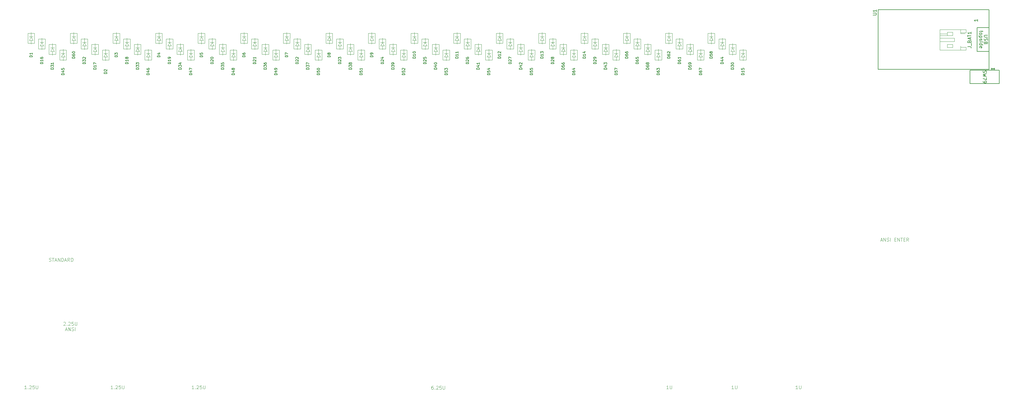
<source format=gto>
G04 #@! TF.GenerationSoftware,KiCad,Pcbnew,9.0.5*
G04 #@! TF.CreationDate,2025-11-08T09:58:55-03:00*
G04 #@! TF.ProjectId,discipline-pcb,64697363-6970-46c6-996e-652d7063622e,rev?*
G04 #@! TF.SameCoordinates,Original*
G04 #@! TF.FileFunction,Legend,Top*
G04 #@! TF.FilePolarity,Positive*
%FSLAX46Y46*%
G04 Gerber Fmt 4.6, Leading zero omitted, Abs format (unit mm)*
G04 Created by KiCad (PCBNEW 9.0.5) date 2025-11-08 09:58:55*
%MOMM*%
%LPD*%
G01*
G04 APERTURE LIST*
%ADD10C,0.100000*%
%ADD11C,0.150000*%
%ADD12C,0.120000*%
%ADD13C,0.152400*%
G04 APERTURE END LIST*
D10*
X87893282Y-174483653D02*
X87321854Y-174483653D01*
X87607568Y-174483653D02*
X87607568Y-173483653D01*
X87607568Y-173483653D02*
X87512330Y-173626510D01*
X87512330Y-173626510D02*
X87417092Y-173721748D01*
X87417092Y-173721748D02*
X87321854Y-173769367D01*
X88321854Y-174388414D02*
X88369473Y-174436034D01*
X88369473Y-174436034D02*
X88321854Y-174483653D01*
X88321854Y-174483653D02*
X88274235Y-174436034D01*
X88274235Y-174436034D02*
X88321854Y-174388414D01*
X88321854Y-174388414D02*
X88321854Y-174483653D01*
X88750425Y-173578891D02*
X88798044Y-173531272D01*
X88798044Y-173531272D02*
X88893282Y-173483653D01*
X88893282Y-173483653D02*
X89131377Y-173483653D01*
X89131377Y-173483653D02*
X89226615Y-173531272D01*
X89226615Y-173531272D02*
X89274234Y-173578891D01*
X89274234Y-173578891D02*
X89321853Y-173674129D01*
X89321853Y-173674129D02*
X89321853Y-173769367D01*
X89321853Y-173769367D02*
X89274234Y-173912224D01*
X89274234Y-173912224D02*
X88702806Y-174483653D01*
X88702806Y-174483653D02*
X89321853Y-174483653D01*
X90226615Y-173483653D02*
X89750425Y-173483653D01*
X89750425Y-173483653D02*
X89702806Y-173959843D01*
X89702806Y-173959843D02*
X89750425Y-173912224D01*
X89750425Y-173912224D02*
X89845663Y-173864605D01*
X89845663Y-173864605D02*
X90083758Y-173864605D01*
X90083758Y-173864605D02*
X90178996Y-173912224D01*
X90178996Y-173912224D02*
X90226615Y-173959843D01*
X90226615Y-173959843D02*
X90274234Y-174055081D01*
X90274234Y-174055081D02*
X90274234Y-174293176D01*
X90274234Y-174293176D02*
X90226615Y-174388414D01*
X90226615Y-174388414D02*
X90178996Y-174436034D01*
X90178996Y-174436034D02*
X90083758Y-174483653D01*
X90083758Y-174483653D02*
X89845663Y-174483653D01*
X89845663Y-174483653D02*
X89750425Y-174436034D01*
X89750425Y-174436034D02*
X89702806Y-174388414D01*
X90702806Y-173483653D02*
X90702806Y-174293176D01*
X90702806Y-174293176D02*
X90750425Y-174388414D01*
X90750425Y-174388414D02*
X90798044Y-174436034D01*
X90798044Y-174436034D02*
X90893282Y-174483653D01*
X90893282Y-174483653D02*
X91083758Y-174483653D01*
X91083758Y-174483653D02*
X91178996Y-174436034D01*
X91178996Y-174436034D02*
X91226615Y-174388414D01*
X91226615Y-174388414D02*
X91274234Y-174293176D01*
X91274234Y-174293176D02*
X91274234Y-173483653D01*
X112040062Y-174483653D02*
X111468634Y-174483653D01*
X111754348Y-174483653D02*
X111754348Y-173483653D01*
X111754348Y-173483653D02*
X111659110Y-173626510D01*
X111659110Y-173626510D02*
X111563872Y-173721748D01*
X111563872Y-173721748D02*
X111468634Y-173769367D01*
X112468634Y-174388414D02*
X112516253Y-174436034D01*
X112516253Y-174436034D02*
X112468634Y-174483653D01*
X112468634Y-174483653D02*
X112421015Y-174436034D01*
X112421015Y-174436034D02*
X112468634Y-174388414D01*
X112468634Y-174388414D02*
X112468634Y-174483653D01*
X112897205Y-173578891D02*
X112944824Y-173531272D01*
X112944824Y-173531272D02*
X113040062Y-173483653D01*
X113040062Y-173483653D02*
X113278157Y-173483653D01*
X113278157Y-173483653D02*
X113373395Y-173531272D01*
X113373395Y-173531272D02*
X113421014Y-173578891D01*
X113421014Y-173578891D02*
X113468633Y-173674129D01*
X113468633Y-173674129D02*
X113468633Y-173769367D01*
X113468633Y-173769367D02*
X113421014Y-173912224D01*
X113421014Y-173912224D02*
X112849586Y-174483653D01*
X112849586Y-174483653D02*
X113468633Y-174483653D01*
X114373395Y-173483653D02*
X113897205Y-173483653D01*
X113897205Y-173483653D02*
X113849586Y-173959843D01*
X113849586Y-173959843D02*
X113897205Y-173912224D01*
X113897205Y-173912224D02*
X113992443Y-173864605D01*
X113992443Y-173864605D02*
X114230538Y-173864605D01*
X114230538Y-173864605D02*
X114325776Y-173912224D01*
X114325776Y-173912224D02*
X114373395Y-173959843D01*
X114373395Y-173959843D02*
X114421014Y-174055081D01*
X114421014Y-174055081D02*
X114421014Y-174293176D01*
X114421014Y-174293176D02*
X114373395Y-174388414D01*
X114373395Y-174388414D02*
X114325776Y-174436034D01*
X114325776Y-174436034D02*
X114230538Y-174483653D01*
X114230538Y-174483653D02*
X113992443Y-174483653D01*
X113992443Y-174483653D02*
X113897205Y-174436034D01*
X113897205Y-174436034D02*
X113849586Y-174388414D01*
X114849586Y-173483653D02*
X114849586Y-174293176D01*
X114849586Y-174293176D02*
X114897205Y-174388414D01*
X114897205Y-174388414D02*
X114944824Y-174436034D01*
X114944824Y-174436034D02*
X115040062Y-174483653D01*
X115040062Y-174483653D02*
X115230538Y-174483653D01*
X115230538Y-174483653D02*
X115325776Y-174436034D01*
X115325776Y-174436034D02*
X115373395Y-174388414D01*
X115373395Y-174388414D02*
X115421014Y-174293176D01*
X115421014Y-174293176D02*
X115421014Y-173483653D01*
X68976475Y-136431102D02*
X69119332Y-136478721D01*
X69119332Y-136478721D02*
X69357427Y-136478721D01*
X69357427Y-136478721D02*
X69452665Y-136431102D01*
X69452665Y-136431102D02*
X69500284Y-136383482D01*
X69500284Y-136383482D02*
X69547903Y-136288244D01*
X69547903Y-136288244D02*
X69547903Y-136193006D01*
X69547903Y-136193006D02*
X69500284Y-136097768D01*
X69500284Y-136097768D02*
X69452665Y-136050149D01*
X69452665Y-136050149D02*
X69357427Y-136002530D01*
X69357427Y-136002530D02*
X69166951Y-135954911D01*
X69166951Y-135954911D02*
X69071713Y-135907292D01*
X69071713Y-135907292D02*
X69024094Y-135859673D01*
X69024094Y-135859673D02*
X68976475Y-135764435D01*
X68976475Y-135764435D02*
X68976475Y-135669197D01*
X68976475Y-135669197D02*
X69024094Y-135573959D01*
X69024094Y-135573959D02*
X69071713Y-135526340D01*
X69071713Y-135526340D02*
X69166951Y-135478721D01*
X69166951Y-135478721D02*
X69405046Y-135478721D01*
X69405046Y-135478721D02*
X69547903Y-135526340D01*
X69833618Y-135478721D02*
X70405046Y-135478721D01*
X70119332Y-136478721D02*
X70119332Y-135478721D01*
X70690761Y-136193006D02*
X71166951Y-136193006D01*
X70595523Y-136478721D02*
X70928856Y-135478721D01*
X70928856Y-135478721D02*
X71262189Y-136478721D01*
X71595523Y-136478721D02*
X71595523Y-135478721D01*
X71595523Y-135478721D02*
X72166951Y-136478721D01*
X72166951Y-136478721D02*
X72166951Y-135478721D01*
X72643142Y-136478721D02*
X72643142Y-135478721D01*
X72643142Y-135478721D02*
X72881237Y-135478721D01*
X72881237Y-135478721D02*
X73024094Y-135526340D01*
X73024094Y-135526340D02*
X73119332Y-135621578D01*
X73119332Y-135621578D02*
X73166951Y-135716816D01*
X73166951Y-135716816D02*
X73214570Y-135907292D01*
X73214570Y-135907292D02*
X73214570Y-136050149D01*
X73214570Y-136050149D02*
X73166951Y-136240625D01*
X73166951Y-136240625D02*
X73119332Y-136335863D01*
X73119332Y-136335863D02*
X73024094Y-136431102D01*
X73024094Y-136431102D02*
X72881237Y-136478721D01*
X72881237Y-136478721D02*
X72643142Y-136478721D01*
X73595523Y-136193006D02*
X74071713Y-136193006D01*
X73500285Y-136478721D02*
X73833618Y-135478721D01*
X73833618Y-135478721D02*
X74166951Y-136478721D01*
X75071713Y-136478721D02*
X74738380Y-136002530D01*
X74500285Y-136478721D02*
X74500285Y-135478721D01*
X74500285Y-135478721D02*
X74881237Y-135478721D01*
X74881237Y-135478721D02*
X74976475Y-135526340D01*
X74976475Y-135526340D02*
X75024094Y-135573959D01*
X75024094Y-135573959D02*
X75071713Y-135669197D01*
X75071713Y-135669197D02*
X75071713Y-135812054D01*
X75071713Y-135812054D02*
X75024094Y-135907292D01*
X75024094Y-135907292D02*
X74976475Y-135954911D01*
X74976475Y-135954911D02*
X74881237Y-136002530D01*
X74881237Y-136002530D02*
X74500285Y-136002530D01*
X75500285Y-136478721D02*
X75500285Y-135478721D01*
X75500285Y-135478721D02*
X75738380Y-135478721D01*
X75738380Y-135478721D02*
X75881237Y-135526340D01*
X75881237Y-135526340D02*
X75976475Y-135621578D01*
X75976475Y-135621578D02*
X76024094Y-135716816D01*
X76024094Y-135716816D02*
X76071713Y-135907292D01*
X76071713Y-135907292D02*
X76071713Y-136050149D01*
X76071713Y-136050149D02*
X76024094Y-136240625D01*
X76024094Y-136240625D02*
X75976475Y-136335863D01*
X75976475Y-136335863D02*
X75881237Y-136431102D01*
X75881237Y-136431102D02*
X75738380Y-136478721D01*
X75738380Y-136478721D02*
X75500285Y-136478721D01*
X253350650Y-174483653D02*
X252779222Y-174483653D01*
X253064936Y-174483653D02*
X253064936Y-173483653D01*
X253064936Y-173483653D02*
X252969698Y-173626510D01*
X252969698Y-173626510D02*
X252874460Y-173721748D01*
X252874460Y-173721748D02*
X252779222Y-173769367D01*
X253779222Y-173483653D02*
X253779222Y-174293176D01*
X253779222Y-174293176D02*
X253826841Y-174388414D01*
X253826841Y-174388414D02*
X253874460Y-174436034D01*
X253874460Y-174436034D02*
X253969698Y-174483653D01*
X253969698Y-174483653D02*
X254160174Y-174483653D01*
X254160174Y-174483653D02*
X254255412Y-174436034D01*
X254255412Y-174436034D02*
X254303031Y-174388414D01*
X254303031Y-174388414D02*
X254350650Y-174293176D01*
X254350650Y-174293176D02*
X254350650Y-173483653D01*
X272760892Y-174483653D02*
X272189464Y-174483653D01*
X272475178Y-174483653D02*
X272475178Y-173483653D01*
X272475178Y-173483653D02*
X272379940Y-173626510D01*
X272379940Y-173626510D02*
X272284702Y-173721748D01*
X272284702Y-173721748D02*
X272189464Y-173769367D01*
X273189464Y-173483653D02*
X273189464Y-174293176D01*
X273189464Y-174293176D02*
X273237083Y-174388414D01*
X273237083Y-174388414D02*
X273284702Y-174436034D01*
X273284702Y-174436034D02*
X273379940Y-174483653D01*
X273379940Y-174483653D02*
X273570416Y-174483653D01*
X273570416Y-174483653D02*
X273665654Y-174436034D01*
X273665654Y-174436034D02*
X273713273Y-174388414D01*
X273713273Y-174388414D02*
X273760892Y-174293176D01*
X273760892Y-174293176D02*
X273760892Y-173483653D01*
X291851210Y-174483653D02*
X291279782Y-174483653D01*
X291565496Y-174483653D02*
X291565496Y-173483653D01*
X291565496Y-173483653D02*
X291470258Y-173626510D01*
X291470258Y-173626510D02*
X291375020Y-173721748D01*
X291375020Y-173721748D02*
X291279782Y-173769367D01*
X292279782Y-173483653D02*
X292279782Y-174293176D01*
X292279782Y-174293176D02*
X292327401Y-174388414D01*
X292327401Y-174388414D02*
X292375020Y-174436034D01*
X292375020Y-174436034D02*
X292470258Y-174483653D01*
X292470258Y-174483653D02*
X292660734Y-174483653D01*
X292660734Y-174483653D02*
X292755972Y-174436034D01*
X292755972Y-174436034D02*
X292803591Y-174388414D01*
X292803591Y-174388414D02*
X292851210Y-174293176D01*
X292851210Y-174293176D02*
X292851210Y-173483653D01*
X62224205Y-174483653D02*
X61652777Y-174483653D01*
X61938491Y-174483653D02*
X61938491Y-173483653D01*
X61938491Y-173483653D02*
X61843253Y-173626510D01*
X61843253Y-173626510D02*
X61748015Y-173721748D01*
X61748015Y-173721748D02*
X61652777Y-173769367D01*
X62652777Y-174388414D02*
X62700396Y-174436034D01*
X62700396Y-174436034D02*
X62652777Y-174483653D01*
X62652777Y-174483653D02*
X62605158Y-174436034D01*
X62605158Y-174436034D02*
X62652777Y-174388414D01*
X62652777Y-174388414D02*
X62652777Y-174483653D01*
X63081348Y-173578891D02*
X63128967Y-173531272D01*
X63128967Y-173531272D02*
X63224205Y-173483653D01*
X63224205Y-173483653D02*
X63462300Y-173483653D01*
X63462300Y-173483653D02*
X63557538Y-173531272D01*
X63557538Y-173531272D02*
X63605157Y-173578891D01*
X63605157Y-173578891D02*
X63652776Y-173674129D01*
X63652776Y-173674129D02*
X63652776Y-173769367D01*
X63652776Y-173769367D02*
X63605157Y-173912224D01*
X63605157Y-173912224D02*
X63033729Y-174483653D01*
X63033729Y-174483653D02*
X63652776Y-174483653D01*
X64557538Y-173483653D02*
X64081348Y-173483653D01*
X64081348Y-173483653D02*
X64033729Y-173959843D01*
X64033729Y-173959843D02*
X64081348Y-173912224D01*
X64081348Y-173912224D02*
X64176586Y-173864605D01*
X64176586Y-173864605D02*
X64414681Y-173864605D01*
X64414681Y-173864605D02*
X64509919Y-173912224D01*
X64509919Y-173912224D02*
X64557538Y-173959843D01*
X64557538Y-173959843D02*
X64605157Y-174055081D01*
X64605157Y-174055081D02*
X64605157Y-174293176D01*
X64605157Y-174293176D02*
X64557538Y-174388414D01*
X64557538Y-174388414D02*
X64509919Y-174436034D01*
X64509919Y-174436034D02*
X64414681Y-174483653D01*
X64414681Y-174483653D02*
X64176586Y-174483653D01*
X64176586Y-174483653D02*
X64081348Y-174436034D01*
X64081348Y-174436034D02*
X64033729Y-174388414D01*
X65033729Y-173483653D02*
X65033729Y-174293176D01*
X65033729Y-174293176D02*
X65081348Y-174388414D01*
X65081348Y-174388414D02*
X65128967Y-174436034D01*
X65128967Y-174436034D02*
X65224205Y-174483653D01*
X65224205Y-174483653D02*
X65414681Y-174483653D01*
X65414681Y-174483653D02*
X65509919Y-174436034D01*
X65509919Y-174436034D02*
X65557538Y-174388414D01*
X65557538Y-174388414D02*
X65605157Y-174293176D01*
X65605157Y-174293176D02*
X65605157Y-173483653D01*
X73285600Y-154640085D02*
X73333219Y-154592466D01*
X73333219Y-154592466D02*
X73428457Y-154544847D01*
X73428457Y-154544847D02*
X73666552Y-154544847D01*
X73666552Y-154544847D02*
X73761790Y-154592466D01*
X73761790Y-154592466D02*
X73809409Y-154640085D01*
X73809409Y-154640085D02*
X73857028Y-154735323D01*
X73857028Y-154735323D02*
X73857028Y-154830561D01*
X73857028Y-154830561D02*
X73809409Y-154973418D01*
X73809409Y-154973418D02*
X73237981Y-155544847D01*
X73237981Y-155544847D02*
X73857028Y-155544847D01*
X74285600Y-155449608D02*
X74333219Y-155497228D01*
X74333219Y-155497228D02*
X74285600Y-155544847D01*
X74285600Y-155544847D02*
X74237981Y-155497228D01*
X74237981Y-155497228D02*
X74285600Y-155449608D01*
X74285600Y-155449608D02*
X74285600Y-155544847D01*
X74714171Y-154640085D02*
X74761790Y-154592466D01*
X74761790Y-154592466D02*
X74857028Y-154544847D01*
X74857028Y-154544847D02*
X75095123Y-154544847D01*
X75095123Y-154544847D02*
X75190361Y-154592466D01*
X75190361Y-154592466D02*
X75237980Y-154640085D01*
X75237980Y-154640085D02*
X75285599Y-154735323D01*
X75285599Y-154735323D02*
X75285599Y-154830561D01*
X75285599Y-154830561D02*
X75237980Y-154973418D01*
X75237980Y-154973418D02*
X74666552Y-155544847D01*
X74666552Y-155544847D02*
X75285599Y-155544847D01*
X76190361Y-154544847D02*
X75714171Y-154544847D01*
X75714171Y-154544847D02*
X75666552Y-155021037D01*
X75666552Y-155021037D02*
X75714171Y-154973418D01*
X75714171Y-154973418D02*
X75809409Y-154925799D01*
X75809409Y-154925799D02*
X76047504Y-154925799D01*
X76047504Y-154925799D02*
X76142742Y-154973418D01*
X76142742Y-154973418D02*
X76190361Y-155021037D01*
X76190361Y-155021037D02*
X76237980Y-155116275D01*
X76237980Y-155116275D02*
X76237980Y-155354370D01*
X76237980Y-155354370D02*
X76190361Y-155449608D01*
X76190361Y-155449608D02*
X76142742Y-155497228D01*
X76142742Y-155497228D02*
X76047504Y-155544847D01*
X76047504Y-155544847D02*
X75809409Y-155544847D01*
X75809409Y-155544847D02*
X75714171Y-155497228D01*
X75714171Y-155497228D02*
X75666552Y-155449608D01*
X76666552Y-154544847D02*
X76666552Y-155354370D01*
X76666552Y-155354370D02*
X76714171Y-155449608D01*
X76714171Y-155449608D02*
X76761790Y-155497228D01*
X76761790Y-155497228D02*
X76857028Y-155544847D01*
X76857028Y-155544847D02*
X77047504Y-155544847D01*
X77047504Y-155544847D02*
X77142742Y-155497228D01*
X77142742Y-155497228D02*
X77190361Y-155449608D01*
X77190361Y-155449608D02*
X77237980Y-155354370D01*
X77237980Y-155354370D02*
X77237980Y-154544847D01*
X73809410Y-156869076D02*
X74285600Y-156869076D01*
X73714172Y-157154791D02*
X74047505Y-156154791D01*
X74047505Y-156154791D02*
X74380838Y-157154791D01*
X74714172Y-157154791D02*
X74714172Y-156154791D01*
X74714172Y-156154791D02*
X75285600Y-157154791D01*
X75285600Y-157154791D02*
X75285600Y-156154791D01*
X75714172Y-157107172D02*
X75857029Y-157154791D01*
X75857029Y-157154791D02*
X76095124Y-157154791D01*
X76095124Y-157154791D02*
X76190362Y-157107172D01*
X76190362Y-157107172D02*
X76237981Y-157059552D01*
X76237981Y-157059552D02*
X76285600Y-156964314D01*
X76285600Y-156964314D02*
X76285600Y-156869076D01*
X76285600Y-156869076D02*
X76237981Y-156773838D01*
X76237981Y-156773838D02*
X76190362Y-156726219D01*
X76190362Y-156726219D02*
X76095124Y-156678600D01*
X76095124Y-156678600D02*
X75904648Y-156630981D01*
X75904648Y-156630981D02*
X75809410Y-156583362D01*
X75809410Y-156583362D02*
X75761791Y-156535743D01*
X75761791Y-156535743D02*
X75714172Y-156440505D01*
X75714172Y-156440505D02*
X75714172Y-156345267D01*
X75714172Y-156345267D02*
X75761791Y-156250029D01*
X75761791Y-156250029D02*
X75809410Y-156202410D01*
X75809410Y-156202410D02*
X75904648Y-156154791D01*
X75904648Y-156154791D02*
X76142743Y-156154791D01*
X76142743Y-156154791D02*
X76285600Y-156202410D01*
X76714172Y-157154791D02*
X76714172Y-156154791D01*
X316533733Y-130219704D02*
X317009923Y-130219704D01*
X316438495Y-130505419D02*
X316771828Y-129505419D01*
X316771828Y-129505419D02*
X317105161Y-130505419D01*
X317438495Y-130505419D02*
X317438495Y-129505419D01*
X317438495Y-129505419D02*
X318009923Y-130505419D01*
X318009923Y-130505419D02*
X318009923Y-129505419D01*
X318438495Y-130457800D02*
X318581352Y-130505419D01*
X318581352Y-130505419D02*
X318819447Y-130505419D01*
X318819447Y-130505419D02*
X318914685Y-130457800D01*
X318914685Y-130457800D02*
X318962304Y-130410180D01*
X318962304Y-130410180D02*
X319009923Y-130314942D01*
X319009923Y-130314942D02*
X319009923Y-130219704D01*
X319009923Y-130219704D02*
X318962304Y-130124466D01*
X318962304Y-130124466D02*
X318914685Y-130076847D01*
X318914685Y-130076847D02*
X318819447Y-130029228D01*
X318819447Y-130029228D02*
X318628971Y-129981609D01*
X318628971Y-129981609D02*
X318533733Y-129933990D01*
X318533733Y-129933990D02*
X318486114Y-129886371D01*
X318486114Y-129886371D02*
X318438495Y-129791133D01*
X318438495Y-129791133D02*
X318438495Y-129695895D01*
X318438495Y-129695895D02*
X318486114Y-129600657D01*
X318486114Y-129600657D02*
X318533733Y-129553038D01*
X318533733Y-129553038D02*
X318628971Y-129505419D01*
X318628971Y-129505419D02*
X318867066Y-129505419D01*
X318867066Y-129505419D02*
X319009923Y-129553038D01*
X319438495Y-130505419D02*
X319438495Y-129505419D01*
X320676590Y-129981609D02*
X321009923Y-129981609D01*
X321152780Y-130505419D02*
X320676590Y-130505419D01*
X320676590Y-130505419D02*
X320676590Y-129505419D01*
X320676590Y-129505419D02*
X321152780Y-129505419D01*
X321581352Y-130505419D02*
X321581352Y-129505419D01*
X321581352Y-129505419D02*
X322152780Y-130505419D01*
X322152780Y-130505419D02*
X322152780Y-129505419D01*
X322486114Y-129505419D02*
X323057542Y-129505419D01*
X322771828Y-130505419D02*
X322771828Y-129505419D01*
X323390876Y-129981609D02*
X323724209Y-129981609D01*
X323867066Y-130505419D02*
X323390876Y-130505419D01*
X323390876Y-130505419D02*
X323390876Y-129505419D01*
X323390876Y-129505419D02*
X323867066Y-129505419D01*
X324867066Y-130505419D02*
X324533733Y-130029228D01*
X324295638Y-130505419D02*
X324295638Y-129505419D01*
X324295638Y-129505419D02*
X324676590Y-129505419D01*
X324676590Y-129505419D02*
X324771828Y-129553038D01*
X324771828Y-129553038D02*
X324819447Y-129600657D01*
X324819447Y-129600657D02*
X324867066Y-129695895D01*
X324867066Y-129695895D02*
X324867066Y-129838752D01*
X324867066Y-129838752D02*
X324819447Y-129933990D01*
X324819447Y-129933990D02*
X324771828Y-129981609D01*
X324771828Y-129981609D02*
X324676590Y-130029228D01*
X324676590Y-130029228D02*
X324295638Y-130029228D01*
D11*
X86148820Y-80526674D02*
X85348820Y-80526674D01*
X85348820Y-80526674D02*
X85348820Y-80336198D01*
X85348820Y-80336198D02*
X85386915Y-80221912D01*
X85386915Y-80221912D02*
X85463105Y-80145722D01*
X85463105Y-80145722D02*
X85539296Y-80107627D01*
X85539296Y-80107627D02*
X85691677Y-80069531D01*
X85691677Y-80069531D02*
X85805963Y-80069531D01*
X85805963Y-80069531D02*
X85958344Y-80107627D01*
X85958344Y-80107627D02*
X86034534Y-80145722D01*
X86034534Y-80145722D02*
X86110725Y-80221912D01*
X86110725Y-80221912D02*
X86148820Y-80336198D01*
X86148820Y-80336198D02*
X86148820Y-80526674D01*
X85425010Y-79764770D02*
X85386915Y-79726674D01*
X85386915Y-79726674D02*
X85348820Y-79650484D01*
X85348820Y-79650484D02*
X85348820Y-79460008D01*
X85348820Y-79460008D02*
X85386915Y-79383817D01*
X85386915Y-79383817D02*
X85425010Y-79345722D01*
X85425010Y-79345722D02*
X85501201Y-79307627D01*
X85501201Y-79307627D02*
X85577391Y-79307627D01*
X85577391Y-79307627D02*
X85691677Y-79345722D01*
X85691677Y-79345722D02*
X86148820Y-79802865D01*
X86148820Y-79802865D02*
X86148820Y-79307627D01*
X89318283Y-75566087D02*
X88518283Y-75566087D01*
X88518283Y-75566087D02*
X88518283Y-75375611D01*
X88518283Y-75375611D02*
X88556378Y-75261325D01*
X88556378Y-75261325D02*
X88632568Y-75185135D01*
X88632568Y-75185135D02*
X88708759Y-75147040D01*
X88708759Y-75147040D02*
X88861140Y-75108944D01*
X88861140Y-75108944D02*
X88975426Y-75108944D01*
X88975426Y-75108944D02*
X89127807Y-75147040D01*
X89127807Y-75147040D02*
X89203997Y-75185135D01*
X89203997Y-75185135D02*
X89280188Y-75261325D01*
X89280188Y-75261325D02*
X89318283Y-75375611D01*
X89318283Y-75375611D02*
X89318283Y-75566087D01*
X88518283Y-74842278D02*
X88518283Y-74347040D01*
X88518283Y-74347040D02*
X88823045Y-74613706D01*
X88823045Y-74613706D02*
X88823045Y-74499421D01*
X88823045Y-74499421D02*
X88861140Y-74423230D01*
X88861140Y-74423230D02*
X88899235Y-74385135D01*
X88899235Y-74385135D02*
X88975426Y-74347040D01*
X88975426Y-74347040D02*
X89165902Y-74347040D01*
X89165902Y-74347040D02*
X89242092Y-74385135D01*
X89242092Y-74385135D02*
X89280188Y-74423230D01*
X89280188Y-74423230D02*
X89318283Y-74499421D01*
X89318283Y-74499421D02*
X89318283Y-74727992D01*
X89318283Y-74727992D02*
X89280188Y-74804183D01*
X89280188Y-74804183D02*
X89242092Y-74842278D01*
X101996135Y-75566087D02*
X101196135Y-75566087D01*
X101196135Y-75566087D02*
X101196135Y-75375611D01*
X101196135Y-75375611D02*
X101234230Y-75261325D01*
X101234230Y-75261325D02*
X101310420Y-75185135D01*
X101310420Y-75185135D02*
X101386611Y-75147040D01*
X101386611Y-75147040D02*
X101538992Y-75108944D01*
X101538992Y-75108944D02*
X101653278Y-75108944D01*
X101653278Y-75108944D02*
X101805659Y-75147040D01*
X101805659Y-75147040D02*
X101881849Y-75185135D01*
X101881849Y-75185135D02*
X101958040Y-75261325D01*
X101958040Y-75261325D02*
X101996135Y-75375611D01*
X101996135Y-75375611D02*
X101996135Y-75566087D01*
X101462801Y-74423230D02*
X101996135Y-74423230D01*
X101158040Y-74613706D02*
X101729468Y-74804183D01*
X101729468Y-74804183D02*
X101729468Y-74308944D01*
X114673987Y-75566087D02*
X113873987Y-75566087D01*
X113873987Y-75566087D02*
X113873987Y-75375611D01*
X113873987Y-75375611D02*
X113912082Y-75261325D01*
X113912082Y-75261325D02*
X113988272Y-75185135D01*
X113988272Y-75185135D02*
X114064463Y-75147040D01*
X114064463Y-75147040D02*
X114216844Y-75108944D01*
X114216844Y-75108944D02*
X114331130Y-75108944D01*
X114331130Y-75108944D02*
X114483511Y-75147040D01*
X114483511Y-75147040D02*
X114559701Y-75185135D01*
X114559701Y-75185135D02*
X114635892Y-75261325D01*
X114635892Y-75261325D02*
X114673987Y-75375611D01*
X114673987Y-75375611D02*
X114673987Y-75566087D01*
X113873987Y-74385135D02*
X113873987Y-74766087D01*
X113873987Y-74766087D02*
X114254939Y-74804183D01*
X114254939Y-74804183D02*
X114216844Y-74766087D01*
X114216844Y-74766087D02*
X114178749Y-74689897D01*
X114178749Y-74689897D02*
X114178749Y-74499421D01*
X114178749Y-74499421D02*
X114216844Y-74423230D01*
X114216844Y-74423230D02*
X114254939Y-74385135D01*
X114254939Y-74385135D02*
X114331130Y-74347040D01*
X114331130Y-74347040D02*
X114521606Y-74347040D01*
X114521606Y-74347040D02*
X114597796Y-74385135D01*
X114597796Y-74385135D02*
X114635892Y-74423230D01*
X114635892Y-74423230D02*
X114673987Y-74499421D01*
X114673987Y-74499421D02*
X114673987Y-74689897D01*
X114673987Y-74689897D02*
X114635892Y-74766087D01*
X114635892Y-74766087D02*
X114597796Y-74804183D01*
X127351839Y-75566087D02*
X126551839Y-75566087D01*
X126551839Y-75566087D02*
X126551839Y-75375611D01*
X126551839Y-75375611D02*
X126589934Y-75261325D01*
X126589934Y-75261325D02*
X126666124Y-75185135D01*
X126666124Y-75185135D02*
X126742315Y-75147040D01*
X126742315Y-75147040D02*
X126894696Y-75108944D01*
X126894696Y-75108944D02*
X127008982Y-75108944D01*
X127008982Y-75108944D02*
X127161363Y-75147040D01*
X127161363Y-75147040D02*
X127237553Y-75185135D01*
X127237553Y-75185135D02*
X127313744Y-75261325D01*
X127313744Y-75261325D02*
X127351839Y-75375611D01*
X127351839Y-75375611D02*
X127351839Y-75566087D01*
X126551839Y-74423230D02*
X126551839Y-74575611D01*
X126551839Y-74575611D02*
X126589934Y-74651802D01*
X126589934Y-74651802D02*
X126628029Y-74689897D01*
X126628029Y-74689897D02*
X126742315Y-74766087D01*
X126742315Y-74766087D02*
X126894696Y-74804183D01*
X126894696Y-74804183D02*
X127199458Y-74804183D01*
X127199458Y-74804183D02*
X127275648Y-74766087D01*
X127275648Y-74766087D02*
X127313744Y-74727992D01*
X127313744Y-74727992D02*
X127351839Y-74651802D01*
X127351839Y-74651802D02*
X127351839Y-74499421D01*
X127351839Y-74499421D02*
X127313744Y-74423230D01*
X127313744Y-74423230D02*
X127275648Y-74385135D01*
X127275648Y-74385135D02*
X127199458Y-74347040D01*
X127199458Y-74347040D02*
X127008982Y-74347040D01*
X127008982Y-74347040D02*
X126932791Y-74385135D01*
X126932791Y-74385135D02*
X126894696Y-74423230D01*
X126894696Y-74423230D02*
X126856601Y-74499421D01*
X126856601Y-74499421D02*
X126856601Y-74651802D01*
X126856601Y-74651802D02*
X126894696Y-74727992D01*
X126894696Y-74727992D02*
X126932791Y-74766087D01*
X126932791Y-74766087D02*
X127008982Y-74804183D01*
X140029691Y-75566087D02*
X139229691Y-75566087D01*
X139229691Y-75566087D02*
X139229691Y-75375611D01*
X139229691Y-75375611D02*
X139267786Y-75261325D01*
X139267786Y-75261325D02*
X139343976Y-75185135D01*
X139343976Y-75185135D02*
X139420167Y-75147040D01*
X139420167Y-75147040D02*
X139572548Y-75108944D01*
X139572548Y-75108944D02*
X139686834Y-75108944D01*
X139686834Y-75108944D02*
X139839215Y-75147040D01*
X139839215Y-75147040D02*
X139915405Y-75185135D01*
X139915405Y-75185135D02*
X139991596Y-75261325D01*
X139991596Y-75261325D02*
X140029691Y-75375611D01*
X140029691Y-75375611D02*
X140029691Y-75566087D01*
X139229691Y-74842278D02*
X139229691Y-74308944D01*
X139229691Y-74308944D02*
X140029691Y-74651802D01*
X152707543Y-75566087D02*
X151907543Y-75566087D01*
X151907543Y-75566087D02*
X151907543Y-75375611D01*
X151907543Y-75375611D02*
X151945638Y-75261325D01*
X151945638Y-75261325D02*
X152021828Y-75185135D01*
X152021828Y-75185135D02*
X152098019Y-75147040D01*
X152098019Y-75147040D02*
X152250400Y-75108944D01*
X152250400Y-75108944D02*
X152364686Y-75108944D01*
X152364686Y-75108944D02*
X152517067Y-75147040D01*
X152517067Y-75147040D02*
X152593257Y-75185135D01*
X152593257Y-75185135D02*
X152669448Y-75261325D01*
X152669448Y-75261325D02*
X152707543Y-75375611D01*
X152707543Y-75375611D02*
X152707543Y-75566087D01*
X152250400Y-74651802D02*
X152212305Y-74727992D01*
X152212305Y-74727992D02*
X152174209Y-74766087D01*
X152174209Y-74766087D02*
X152098019Y-74804183D01*
X152098019Y-74804183D02*
X152059924Y-74804183D01*
X152059924Y-74804183D02*
X151983733Y-74766087D01*
X151983733Y-74766087D02*
X151945638Y-74727992D01*
X151945638Y-74727992D02*
X151907543Y-74651802D01*
X151907543Y-74651802D02*
X151907543Y-74499421D01*
X151907543Y-74499421D02*
X151945638Y-74423230D01*
X151945638Y-74423230D02*
X151983733Y-74385135D01*
X151983733Y-74385135D02*
X152059924Y-74347040D01*
X152059924Y-74347040D02*
X152098019Y-74347040D01*
X152098019Y-74347040D02*
X152174209Y-74385135D01*
X152174209Y-74385135D02*
X152212305Y-74423230D01*
X152212305Y-74423230D02*
X152250400Y-74499421D01*
X152250400Y-74499421D02*
X152250400Y-74651802D01*
X152250400Y-74651802D02*
X152288495Y-74727992D01*
X152288495Y-74727992D02*
X152326590Y-74766087D01*
X152326590Y-74766087D02*
X152402781Y-74804183D01*
X152402781Y-74804183D02*
X152555162Y-74804183D01*
X152555162Y-74804183D02*
X152631352Y-74766087D01*
X152631352Y-74766087D02*
X152669448Y-74727992D01*
X152669448Y-74727992D02*
X152707543Y-74651802D01*
X152707543Y-74651802D02*
X152707543Y-74499421D01*
X152707543Y-74499421D02*
X152669448Y-74423230D01*
X152669448Y-74423230D02*
X152631352Y-74385135D01*
X152631352Y-74385135D02*
X152555162Y-74347040D01*
X152555162Y-74347040D02*
X152402781Y-74347040D01*
X152402781Y-74347040D02*
X152326590Y-74385135D01*
X152326590Y-74385135D02*
X152288495Y-74423230D01*
X152288495Y-74423230D02*
X152250400Y-74499421D01*
X165385395Y-75566087D02*
X164585395Y-75566087D01*
X164585395Y-75566087D02*
X164585395Y-75375611D01*
X164585395Y-75375611D02*
X164623490Y-75261325D01*
X164623490Y-75261325D02*
X164699680Y-75185135D01*
X164699680Y-75185135D02*
X164775871Y-75147040D01*
X164775871Y-75147040D02*
X164928252Y-75108944D01*
X164928252Y-75108944D02*
X165042538Y-75108944D01*
X165042538Y-75108944D02*
X165194919Y-75147040D01*
X165194919Y-75147040D02*
X165271109Y-75185135D01*
X165271109Y-75185135D02*
X165347300Y-75261325D01*
X165347300Y-75261325D02*
X165385395Y-75375611D01*
X165385395Y-75375611D02*
X165385395Y-75566087D01*
X165385395Y-74727992D02*
X165385395Y-74575611D01*
X165385395Y-74575611D02*
X165347300Y-74499421D01*
X165347300Y-74499421D02*
X165309204Y-74461325D01*
X165309204Y-74461325D02*
X165194919Y-74385135D01*
X165194919Y-74385135D02*
X165042538Y-74347040D01*
X165042538Y-74347040D02*
X164737776Y-74347040D01*
X164737776Y-74347040D02*
X164661585Y-74385135D01*
X164661585Y-74385135D02*
X164623490Y-74423230D01*
X164623490Y-74423230D02*
X164585395Y-74499421D01*
X164585395Y-74499421D02*
X164585395Y-74651802D01*
X164585395Y-74651802D02*
X164623490Y-74727992D01*
X164623490Y-74727992D02*
X164661585Y-74766087D01*
X164661585Y-74766087D02*
X164737776Y-74804183D01*
X164737776Y-74804183D02*
X164928252Y-74804183D01*
X164928252Y-74804183D02*
X165004442Y-74766087D01*
X165004442Y-74766087D02*
X165042538Y-74727992D01*
X165042538Y-74727992D02*
X165080633Y-74651802D01*
X165080633Y-74651802D02*
X165080633Y-74499421D01*
X165080633Y-74499421D02*
X165042538Y-74423230D01*
X165042538Y-74423230D02*
X165004442Y-74385135D01*
X165004442Y-74385135D02*
X164928252Y-74347040D01*
X178063247Y-75947040D02*
X177263247Y-75947040D01*
X177263247Y-75947040D02*
X177263247Y-75756564D01*
X177263247Y-75756564D02*
X177301342Y-75642278D01*
X177301342Y-75642278D02*
X177377532Y-75566088D01*
X177377532Y-75566088D02*
X177453723Y-75527993D01*
X177453723Y-75527993D02*
X177606104Y-75489897D01*
X177606104Y-75489897D02*
X177720390Y-75489897D01*
X177720390Y-75489897D02*
X177872771Y-75527993D01*
X177872771Y-75527993D02*
X177948961Y-75566088D01*
X177948961Y-75566088D02*
X178025152Y-75642278D01*
X178025152Y-75642278D02*
X178063247Y-75756564D01*
X178063247Y-75756564D02*
X178063247Y-75947040D01*
X178063247Y-74727993D02*
X178063247Y-75185136D01*
X178063247Y-74956564D02*
X177263247Y-74956564D01*
X177263247Y-74956564D02*
X177377532Y-75032755D01*
X177377532Y-75032755D02*
X177453723Y-75108945D01*
X177453723Y-75108945D02*
X177491818Y-75185136D01*
X177263247Y-74232754D02*
X177263247Y-74156564D01*
X177263247Y-74156564D02*
X177301342Y-74080373D01*
X177301342Y-74080373D02*
X177339437Y-74042278D01*
X177339437Y-74042278D02*
X177415628Y-74004183D01*
X177415628Y-74004183D02*
X177568009Y-73966088D01*
X177568009Y-73966088D02*
X177758485Y-73966088D01*
X177758485Y-73966088D02*
X177910866Y-74004183D01*
X177910866Y-74004183D02*
X177987056Y-74042278D01*
X177987056Y-74042278D02*
X178025152Y-74080373D01*
X178025152Y-74080373D02*
X178063247Y-74156564D01*
X178063247Y-74156564D02*
X178063247Y-74232754D01*
X178063247Y-74232754D02*
X178025152Y-74308945D01*
X178025152Y-74308945D02*
X177987056Y-74347040D01*
X177987056Y-74347040D02*
X177910866Y-74385135D01*
X177910866Y-74385135D02*
X177758485Y-74423231D01*
X177758485Y-74423231D02*
X177568009Y-74423231D01*
X177568009Y-74423231D02*
X177415628Y-74385135D01*
X177415628Y-74385135D02*
X177339437Y-74347040D01*
X177339437Y-74347040D02*
X177301342Y-74308945D01*
X177301342Y-74308945D02*
X177263247Y-74232754D01*
X190741099Y-75947040D02*
X189941099Y-75947040D01*
X189941099Y-75947040D02*
X189941099Y-75756564D01*
X189941099Y-75756564D02*
X189979194Y-75642278D01*
X189979194Y-75642278D02*
X190055384Y-75566088D01*
X190055384Y-75566088D02*
X190131575Y-75527993D01*
X190131575Y-75527993D02*
X190283956Y-75489897D01*
X190283956Y-75489897D02*
X190398242Y-75489897D01*
X190398242Y-75489897D02*
X190550623Y-75527993D01*
X190550623Y-75527993D02*
X190626813Y-75566088D01*
X190626813Y-75566088D02*
X190703004Y-75642278D01*
X190703004Y-75642278D02*
X190741099Y-75756564D01*
X190741099Y-75756564D02*
X190741099Y-75947040D01*
X190741099Y-74727993D02*
X190741099Y-75185136D01*
X190741099Y-74956564D02*
X189941099Y-74956564D01*
X189941099Y-74956564D02*
X190055384Y-75032755D01*
X190055384Y-75032755D02*
X190131575Y-75108945D01*
X190131575Y-75108945D02*
X190169670Y-75185136D01*
X190741099Y-73966088D02*
X190741099Y-74423231D01*
X190741099Y-74194659D02*
X189941099Y-74194659D01*
X189941099Y-74194659D02*
X190055384Y-74270850D01*
X190055384Y-74270850D02*
X190131575Y-74347040D01*
X190131575Y-74347040D02*
X190169670Y-74423231D01*
X203418951Y-75947040D02*
X202618951Y-75947040D01*
X202618951Y-75947040D02*
X202618951Y-75756564D01*
X202618951Y-75756564D02*
X202657046Y-75642278D01*
X202657046Y-75642278D02*
X202733236Y-75566088D01*
X202733236Y-75566088D02*
X202809427Y-75527993D01*
X202809427Y-75527993D02*
X202961808Y-75489897D01*
X202961808Y-75489897D02*
X203076094Y-75489897D01*
X203076094Y-75489897D02*
X203228475Y-75527993D01*
X203228475Y-75527993D02*
X203304665Y-75566088D01*
X203304665Y-75566088D02*
X203380856Y-75642278D01*
X203380856Y-75642278D02*
X203418951Y-75756564D01*
X203418951Y-75756564D02*
X203418951Y-75947040D01*
X203418951Y-74727993D02*
X203418951Y-75185136D01*
X203418951Y-74956564D02*
X202618951Y-74956564D01*
X202618951Y-74956564D02*
X202733236Y-75032755D01*
X202733236Y-75032755D02*
X202809427Y-75108945D01*
X202809427Y-75108945D02*
X202847522Y-75185136D01*
X202695141Y-74423231D02*
X202657046Y-74385135D01*
X202657046Y-74385135D02*
X202618951Y-74308945D01*
X202618951Y-74308945D02*
X202618951Y-74118469D01*
X202618951Y-74118469D02*
X202657046Y-74042278D01*
X202657046Y-74042278D02*
X202695141Y-74004183D01*
X202695141Y-74004183D02*
X202771332Y-73966088D01*
X202771332Y-73966088D02*
X202847522Y-73966088D01*
X202847522Y-73966088D02*
X202961808Y-74004183D01*
X202961808Y-74004183D02*
X203418951Y-74461326D01*
X203418951Y-74461326D02*
X203418951Y-73966088D01*
X216096803Y-75947040D02*
X215296803Y-75947040D01*
X215296803Y-75947040D02*
X215296803Y-75756564D01*
X215296803Y-75756564D02*
X215334898Y-75642278D01*
X215334898Y-75642278D02*
X215411088Y-75566088D01*
X215411088Y-75566088D02*
X215487279Y-75527993D01*
X215487279Y-75527993D02*
X215639660Y-75489897D01*
X215639660Y-75489897D02*
X215753946Y-75489897D01*
X215753946Y-75489897D02*
X215906327Y-75527993D01*
X215906327Y-75527993D02*
X215982517Y-75566088D01*
X215982517Y-75566088D02*
X216058708Y-75642278D01*
X216058708Y-75642278D02*
X216096803Y-75756564D01*
X216096803Y-75756564D02*
X216096803Y-75947040D01*
X216096803Y-74727993D02*
X216096803Y-75185136D01*
X216096803Y-74956564D02*
X215296803Y-74956564D01*
X215296803Y-74956564D02*
X215411088Y-75032755D01*
X215411088Y-75032755D02*
X215487279Y-75108945D01*
X215487279Y-75108945D02*
X215525374Y-75185136D01*
X215296803Y-74461326D02*
X215296803Y-73966088D01*
X215296803Y-73966088D02*
X215601565Y-74232754D01*
X215601565Y-74232754D02*
X215601565Y-74118469D01*
X215601565Y-74118469D02*
X215639660Y-74042278D01*
X215639660Y-74042278D02*
X215677755Y-74004183D01*
X215677755Y-74004183D02*
X215753946Y-73966088D01*
X215753946Y-73966088D02*
X215944422Y-73966088D01*
X215944422Y-73966088D02*
X216020612Y-74004183D01*
X216020612Y-74004183D02*
X216058708Y-74042278D01*
X216058708Y-74042278D02*
X216096803Y-74118469D01*
X216096803Y-74118469D02*
X216096803Y-74347040D01*
X216096803Y-74347040D02*
X216058708Y-74423231D01*
X216058708Y-74423231D02*
X216020612Y-74461326D01*
X228704671Y-75947040D02*
X227904671Y-75947040D01*
X227904671Y-75947040D02*
X227904671Y-75756564D01*
X227904671Y-75756564D02*
X227942766Y-75642278D01*
X227942766Y-75642278D02*
X228018956Y-75566088D01*
X228018956Y-75566088D02*
X228095147Y-75527993D01*
X228095147Y-75527993D02*
X228247528Y-75489897D01*
X228247528Y-75489897D02*
X228361814Y-75489897D01*
X228361814Y-75489897D02*
X228514195Y-75527993D01*
X228514195Y-75527993D02*
X228590385Y-75566088D01*
X228590385Y-75566088D02*
X228666576Y-75642278D01*
X228666576Y-75642278D02*
X228704671Y-75756564D01*
X228704671Y-75756564D02*
X228704671Y-75947040D01*
X228704671Y-74727993D02*
X228704671Y-75185136D01*
X228704671Y-74956564D02*
X227904671Y-74956564D01*
X227904671Y-74956564D02*
X228018956Y-75032755D01*
X228018956Y-75032755D02*
X228095147Y-75108945D01*
X228095147Y-75108945D02*
X228133242Y-75185136D01*
X228171337Y-74042278D02*
X228704671Y-74042278D01*
X227866576Y-74232754D02*
X228438004Y-74423231D01*
X228438004Y-74423231D02*
X228438004Y-73927992D01*
X275904224Y-80907627D02*
X275104224Y-80907627D01*
X275104224Y-80907627D02*
X275104224Y-80717151D01*
X275104224Y-80717151D02*
X275142319Y-80602865D01*
X275142319Y-80602865D02*
X275218509Y-80526675D01*
X275218509Y-80526675D02*
X275294700Y-80488580D01*
X275294700Y-80488580D02*
X275447081Y-80450484D01*
X275447081Y-80450484D02*
X275561367Y-80450484D01*
X275561367Y-80450484D02*
X275713748Y-80488580D01*
X275713748Y-80488580D02*
X275789938Y-80526675D01*
X275789938Y-80526675D02*
X275866129Y-80602865D01*
X275866129Y-80602865D02*
X275904224Y-80717151D01*
X275904224Y-80717151D02*
X275904224Y-80907627D01*
X275904224Y-79688580D02*
X275904224Y-80145723D01*
X275904224Y-79917151D02*
X275104224Y-79917151D01*
X275104224Y-79917151D02*
X275218509Y-79993342D01*
X275218509Y-79993342D02*
X275294700Y-80069532D01*
X275294700Y-80069532D02*
X275332795Y-80145723D01*
X275104224Y-78964770D02*
X275104224Y-79345722D01*
X275104224Y-79345722D02*
X275485176Y-79383818D01*
X275485176Y-79383818D02*
X275447081Y-79345722D01*
X275447081Y-79345722D02*
X275408986Y-79269532D01*
X275408986Y-79269532D02*
X275408986Y-79079056D01*
X275408986Y-79079056D02*
X275447081Y-79002865D01*
X275447081Y-79002865D02*
X275485176Y-78964770D01*
X275485176Y-78964770D02*
X275561367Y-78926675D01*
X275561367Y-78926675D02*
X275751843Y-78926675D01*
X275751843Y-78926675D02*
X275828033Y-78964770D01*
X275828033Y-78964770D02*
X275866129Y-79002865D01*
X275866129Y-79002865D02*
X275904224Y-79079056D01*
X275904224Y-79079056D02*
X275904224Y-79269532D01*
X275904224Y-79269532D02*
X275866129Y-79345722D01*
X275866129Y-79345722D02*
X275828033Y-79383818D01*
X67132042Y-77600569D02*
X66332042Y-77600569D01*
X66332042Y-77600569D02*
X66332042Y-77410093D01*
X66332042Y-77410093D02*
X66370137Y-77295807D01*
X66370137Y-77295807D02*
X66446327Y-77219617D01*
X66446327Y-77219617D02*
X66522518Y-77181522D01*
X66522518Y-77181522D02*
X66674899Y-77143426D01*
X66674899Y-77143426D02*
X66789185Y-77143426D01*
X66789185Y-77143426D02*
X66941566Y-77181522D01*
X66941566Y-77181522D02*
X67017756Y-77219617D01*
X67017756Y-77219617D02*
X67093947Y-77295807D01*
X67093947Y-77295807D02*
X67132042Y-77410093D01*
X67132042Y-77410093D02*
X67132042Y-77600569D01*
X67132042Y-76381522D02*
X67132042Y-76838665D01*
X67132042Y-76610093D02*
X66332042Y-76610093D01*
X66332042Y-76610093D02*
X66446327Y-76686284D01*
X66446327Y-76686284D02*
X66522518Y-76762474D01*
X66522518Y-76762474D02*
X66560613Y-76838665D01*
X66332042Y-75695807D02*
X66332042Y-75848188D01*
X66332042Y-75848188D02*
X66370137Y-75924379D01*
X66370137Y-75924379D02*
X66408232Y-75962474D01*
X66408232Y-75962474D02*
X66522518Y-76038664D01*
X66522518Y-76038664D02*
X66674899Y-76076760D01*
X66674899Y-76076760D02*
X66979661Y-76076760D01*
X66979661Y-76076760D02*
X67055851Y-76038664D01*
X67055851Y-76038664D02*
X67093947Y-76000569D01*
X67093947Y-76000569D02*
X67132042Y-75924379D01*
X67132042Y-75924379D02*
X67132042Y-75771998D01*
X67132042Y-75771998D02*
X67093947Y-75695807D01*
X67093947Y-75695807D02*
X67055851Y-75657712D01*
X67055851Y-75657712D02*
X66979661Y-75619617D01*
X66979661Y-75619617D02*
X66789185Y-75619617D01*
X66789185Y-75619617D02*
X66712994Y-75657712D01*
X66712994Y-75657712D02*
X66674899Y-75695807D01*
X66674899Y-75695807D02*
X66636804Y-75771998D01*
X66636804Y-75771998D02*
X66636804Y-75924379D01*
X66636804Y-75924379D02*
X66674899Y-76000569D01*
X66674899Y-76000569D02*
X66712994Y-76038664D01*
X66712994Y-76038664D02*
X66789185Y-76076760D01*
X82979357Y-79254098D02*
X82179357Y-79254098D01*
X82179357Y-79254098D02*
X82179357Y-79063622D01*
X82179357Y-79063622D02*
X82217452Y-78949336D01*
X82217452Y-78949336D02*
X82293642Y-78873146D01*
X82293642Y-78873146D02*
X82369833Y-78835051D01*
X82369833Y-78835051D02*
X82522214Y-78796955D01*
X82522214Y-78796955D02*
X82636500Y-78796955D01*
X82636500Y-78796955D02*
X82788881Y-78835051D01*
X82788881Y-78835051D02*
X82865071Y-78873146D01*
X82865071Y-78873146D02*
X82941262Y-78949336D01*
X82941262Y-78949336D02*
X82979357Y-79063622D01*
X82979357Y-79063622D02*
X82979357Y-79254098D01*
X82979357Y-78035051D02*
X82979357Y-78492194D01*
X82979357Y-78263622D02*
X82179357Y-78263622D01*
X82179357Y-78263622D02*
X82293642Y-78339813D01*
X82293642Y-78339813D02*
X82369833Y-78416003D01*
X82369833Y-78416003D02*
X82407928Y-78492194D01*
X82179357Y-77768384D02*
X82179357Y-77235050D01*
X82179357Y-77235050D02*
X82979357Y-77577908D01*
X92487746Y-77600569D02*
X91687746Y-77600569D01*
X91687746Y-77600569D02*
X91687746Y-77410093D01*
X91687746Y-77410093D02*
X91725841Y-77295807D01*
X91725841Y-77295807D02*
X91802031Y-77219617D01*
X91802031Y-77219617D02*
X91878222Y-77181522D01*
X91878222Y-77181522D02*
X92030603Y-77143426D01*
X92030603Y-77143426D02*
X92144889Y-77143426D01*
X92144889Y-77143426D02*
X92297270Y-77181522D01*
X92297270Y-77181522D02*
X92373460Y-77219617D01*
X92373460Y-77219617D02*
X92449651Y-77295807D01*
X92449651Y-77295807D02*
X92487746Y-77410093D01*
X92487746Y-77410093D02*
X92487746Y-77600569D01*
X92487746Y-76381522D02*
X92487746Y-76838665D01*
X92487746Y-76610093D02*
X91687746Y-76610093D01*
X91687746Y-76610093D02*
X91802031Y-76686284D01*
X91802031Y-76686284D02*
X91878222Y-76762474D01*
X91878222Y-76762474D02*
X91916317Y-76838665D01*
X92030603Y-75924379D02*
X91992508Y-76000569D01*
X91992508Y-76000569D02*
X91954412Y-76038664D01*
X91954412Y-76038664D02*
X91878222Y-76076760D01*
X91878222Y-76076760D02*
X91840127Y-76076760D01*
X91840127Y-76076760D02*
X91763936Y-76038664D01*
X91763936Y-76038664D02*
X91725841Y-76000569D01*
X91725841Y-76000569D02*
X91687746Y-75924379D01*
X91687746Y-75924379D02*
X91687746Y-75771998D01*
X91687746Y-75771998D02*
X91725841Y-75695807D01*
X91725841Y-75695807D02*
X91763936Y-75657712D01*
X91763936Y-75657712D02*
X91840127Y-75619617D01*
X91840127Y-75619617D02*
X91878222Y-75619617D01*
X91878222Y-75619617D02*
X91954412Y-75657712D01*
X91954412Y-75657712D02*
X91992508Y-75695807D01*
X91992508Y-75695807D02*
X92030603Y-75771998D01*
X92030603Y-75771998D02*
X92030603Y-75924379D01*
X92030603Y-75924379D02*
X92068698Y-76000569D01*
X92068698Y-76000569D02*
X92106793Y-76038664D01*
X92106793Y-76038664D02*
X92182984Y-76076760D01*
X92182984Y-76076760D02*
X92335365Y-76076760D01*
X92335365Y-76076760D02*
X92411555Y-76038664D01*
X92411555Y-76038664D02*
X92449651Y-76000569D01*
X92449651Y-76000569D02*
X92487746Y-75924379D01*
X92487746Y-75924379D02*
X92487746Y-75771998D01*
X92487746Y-75771998D02*
X92449651Y-75695807D01*
X92449651Y-75695807D02*
X92411555Y-75657712D01*
X92411555Y-75657712D02*
X92335365Y-75619617D01*
X92335365Y-75619617D02*
X92182984Y-75619617D01*
X92182984Y-75619617D02*
X92106793Y-75657712D01*
X92106793Y-75657712D02*
X92068698Y-75695807D01*
X92068698Y-75695807D02*
X92030603Y-75771998D01*
X105165598Y-77600569D02*
X104365598Y-77600569D01*
X104365598Y-77600569D02*
X104365598Y-77410093D01*
X104365598Y-77410093D02*
X104403693Y-77295807D01*
X104403693Y-77295807D02*
X104479883Y-77219617D01*
X104479883Y-77219617D02*
X104556074Y-77181522D01*
X104556074Y-77181522D02*
X104708455Y-77143426D01*
X104708455Y-77143426D02*
X104822741Y-77143426D01*
X104822741Y-77143426D02*
X104975122Y-77181522D01*
X104975122Y-77181522D02*
X105051312Y-77219617D01*
X105051312Y-77219617D02*
X105127503Y-77295807D01*
X105127503Y-77295807D02*
X105165598Y-77410093D01*
X105165598Y-77410093D02*
X105165598Y-77600569D01*
X105165598Y-76381522D02*
X105165598Y-76838665D01*
X105165598Y-76610093D02*
X104365598Y-76610093D01*
X104365598Y-76610093D02*
X104479883Y-76686284D01*
X104479883Y-76686284D02*
X104556074Y-76762474D01*
X104556074Y-76762474D02*
X104594169Y-76838665D01*
X105165598Y-76000569D02*
X105165598Y-75848188D01*
X105165598Y-75848188D02*
X105127503Y-75771998D01*
X105127503Y-75771998D02*
X105089407Y-75733902D01*
X105089407Y-75733902D02*
X104975122Y-75657712D01*
X104975122Y-75657712D02*
X104822741Y-75619617D01*
X104822741Y-75619617D02*
X104517979Y-75619617D01*
X104517979Y-75619617D02*
X104441788Y-75657712D01*
X104441788Y-75657712D02*
X104403693Y-75695807D01*
X104403693Y-75695807D02*
X104365598Y-75771998D01*
X104365598Y-75771998D02*
X104365598Y-75924379D01*
X104365598Y-75924379D02*
X104403693Y-76000569D01*
X104403693Y-76000569D02*
X104441788Y-76038664D01*
X104441788Y-76038664D02*
X104517979Y-76076760D01*
X104517979Y-76076760D02*
X104708455Y-76076760D01*
X104708455Y-76076760D02*
X104784645Y-76038664D01*
X104784645Y-76038664D02*
X104822741Y-76000569D01*
X104822741Y-76000569D02*
X104860836Y-75924379D01*
X104860836Y-75924379D02*
X104860836Y-75771998D01*
X104860836Y-75771998D02*
X104822741Y-75695807D01*
X104822741Y-75695807D02*
X104784645Y-75657712D01*
X104784645Y-75657712D02*
X104708455Y-75619617D01*
X117843450Y-77600569D02*
X117043450Y-77600569D01*
X117043450Y-77600569D02*
X117043450Y-77410093D01*
X117043450Y-77410093D02*
X117081545Y-77295807D01*
X117081545Y-77295807D02*
X117157735Y-77219617D01*
X117157735Y-77219617D02*
X117233926Y-77181522D01*
X117233926Y-77181522D02*
X117386307Y-77143426D01*
X117386307Y-77143426D02*
X117500593Y-77143426D01*
X117500593Y-77143426D02*
X117652974Y-77181522D01*
X117652974Y-77181522D02*
X117729164Y-77219617D01*
X117729164Y-77219617D02*
X117805355Y-77295807D01*
X117805355Y-77295807D02*
X117843450Y-77410093D01*
X117843450Y-77410093D02*
X117843450Y-77600569D01*
X117119640Y-76838665D02*
X117081545Y-76800569D01*
X117081545Y-76800569D02*
X117043450Y-76724379D01*
X117043450Y-76724379D02*
X117043450Y-76533903D01*
X117043450Y-76533903D02*
X117081545Y-76457712D01*
X117081545Y-76457712D02*
X117119640Y-76419617D01*
X117119640Y-76419617D02*
X117195831Y-76381522D01*
X117195831Y-76381522D02*
X117272021Y-76381522D01*
X117272021Y-76381522D02*
X117386307Y-76419617D01*
X117386307Y-76419617D02*
X117843450Y-76876760D01*
X117843450Y-76876760D02*
X117843450Y-76381522D01*
X117043450Y-75886283D02*
X117043450Y-75810093D01*
X117043450Y-75810093D02*
X117081545Y-75733902D01*
X117081545Y-75733902D02*
X117119640Y-75695807D01*
X117119640Y-75695807D02*
X117195831Y-75657712D01*
X117195831Y-75657712D02*
X117348212Y-75619617D01*
X117348212Y-75619617D02*
X117538688Y-75619617D01*
X117538688Y-75619617D02*
X117691069Y-75657712D01*
X117691069Y-75657712D02*
X117767259Y-75695807D01*
X117767259Y-75695807D02*
X117805355Y-75733902D01*
X117805355Y-75733902D02*
X117843450Y-75810093D01*
X117843450Y-75810093D02*
X117843450Y-75886283D01*
X117843450Y-75886283D02*
X117805355Y-75962474D01*
X117805355Y-75962474D02*
X117767259Y-76000569D01*
X117767259Y-76000569D02*
X117691069Y-76038664D01*
X117691069Y-76038664D02*
X117538688Y-76076760D01*
X117538688Y-76076760D02*
X117348212Y-76076760D01*
X117348212Y-76076760D02*
X117195831Y-76038664D01*
X117195831Y-76038664D02*
X117119640Y-76000569D01*
X117119640Y-76000569D02*
X117081545Y-75962474D01*
X117081545Y-75962474D02*
X117043450Y-75886283D01*
X130521302Y-77600569D02*
X129721302Y-77600569D01*
X129721302Y-77600569D02*
X129721302Y-77410093D01*
X129721302Y-77410093D02*
X129759397Y-77295807D01*
X129759397Y-77295807D02*
X129835587Y-77219617D01*
X129835587Y-77219617D02*
X129911778Y-77181522D01*
X129911778Y-77181522D02*
X130064159Y-77143426D01*
X130064159Y-77143426D02*
X130178445Y-77143426D01*
X130178445Y-77143426D02*
X130330826Y-77181522D01*
X130330826Y-77181522D02*
X130407016Y-77219617D01*
X130407016Y-77219617D02*
X130483207Y-77295807D01*
X130483207Y-77295807D02*
X130521302Y-77410093D01*
X130521302Y-77410093D02*
X130521302Y-77600569D01*
X129797492Y-76838665D02*
X129759397Y-76800569D01*
X129759397Y-76800569D02*
X129721302Y-76724379D01*
X129721302Y-76724379D02*
X129721302Y-76533903D01*
X129721302Y-76533903D02*
X129759397Y-76457712D01*
X129759397Y-76457712D02*
X129797492Y-76419617D01*
X129797492Y-76419617D02*
X129873683Y-76381522D01*
X129873683Y-76381522D02*
X129949873Y-76381522D01*
X129949873Y-76381522D02*
X130064159Y-76419617D01*
X130064159Y-76419617D02*
X130521302Y-76876760D01*
X130521302Y-76876760D02*
X130521302Y-76381522D01*
X130521302Y-75619617D02*
X130521302Y-76076760D01*
X130521302Y-75848188D02*
X129721302Y-75848188D01*
X129721302Y-75848188D02*
X129835587Y-75924379D01*
X129835587Y-75924379D02*
X129911778Y-76000569D01*
X129911778Y-76000569D02*
X129949873Y-76076760D01*
X143199154Y-77600569D02*
X142399154Y-77600569D01*
X142399154Y-77600569D02*
X142399154Y-77410093D01*
X142399154Y-77410093D02*
X142437249Y-77295807D01*
X142437249Y-77295807D02*
X142513439Y-77219617D01*
X142513439Y-77219617D02*
X142589630Y-77181522D01*
X142589630Y-77181522D02*
X142742011Y-77143426D01*
X142742011Y-77143426D02*
X142856297Y-77143426D01*
X142856297Y-77143426D02*
X143008678Y-77181522D01*
X143008678Y-77181522D02*
X143084868Y-77219617D01*
X143084868Y-77219617D02*
X143161059Y-77295807D01*
X143161059Y-77295807D02*
X143199154Y-77410093D01*
X143199154Y-77410093D02*
X143199154Y-77600569D01*
X142475344Y-76838665D02*
X142437249Y-76800569D01*
X142437249Y-76800569D02*
X142399154Y-76724379D01*
X142399154Y-76724379D02*
X142399154Y-76533903D01*
X142399154Y-76533903D02*
X142437249Y-76457712D01*
X142437249Y-76457712D02*
X142475344Y-76419617D01*
X142475344Y-76419617D02*
X142551535Y-76381522D01*
X142551535Y-76381522D02*
X142627725Y-76381522D01*
X142627725Y-76381522D02*
X142742011Y-76419617D01*
X142742011Y-76419617D02*
X143199154Y-76876760D01*
X143199154Y-76876760D02*
X143199154Y-76381522D01*
X142475344Y-76076760D02*
X142437249Y-76038664D01*
X142437249Y-76038664D02*
X142399154Y-75962474D01*
X142399154Y-75962474D02*
X142399154Y-75771998D01*
X142399154Y-75771998D02*
X142437249Y-75695807D01*
X142437249Y-75695807D02*
X142475344Y-75657712D01*
X142475344Y-75657712D02*
X142551535Y-75619617D01*
X142551535Y-75619617D02*
X142627725Y-75619617D01*
X142627725Y-75619617D02*
X142742011Y-75657712D01*
X142742011Y-75657712D02*
X143199154Y-76114855D01*
X143199154Y-76114855D02*
X143199154Y-75619617D01*
X155877006Y-77600569D02*
X155077006Y-77600569D01*
X155077006Y-77600569D02*
X155077006Y-77410093D01*
X155077006Y-77410093D02*
X155115101Y-77295807D01*
X155115101Y-77295807D02*
X155191291Y-77219617D01*
X155191291Y-77219617D02*
X155267482Y-77181522D01*
X155267482Y-77181522D02*
X155419863Y-77143426D01*
X155419863Y-77143426D02*
X155534149Y-77143426D01*
X155534149Y-77143426D02*
X155686530Y-77181522D01*
X155686530Y-77181522D02*
X155762720Y-77219617D01*
X155762720Y-77219617D02*
X155838911Y-77295807D01*
X155838911Y-77295807D02*
X155877006Y-77410093D01*
X155877006Y-77410093D02*
X155877006Y-77600569D01*
X155153196Y-76838665D02*
X155115101Y-76800569D01*
X155115101Y-76800569D02*
X155077006Y-76724379D01*
X155077006Y-76724379D02*
X155077006Y-76533903D01*
X155077006Y-76533903D02*
X155115101Y-76457712D01*
X155115101Y-76457712D02*
X155153196Y-76419617D01*
X155153196Y-76419617D02*
X155229387Y-76381522D01*
X155229387Y-76381522D02*
X155305577Y-76381522D01*
X155305577Y-76381522D02*
X155419863Y-76419617D01*
X155419863Y-76419617D02*
X155877006Y-76876760D01*
X155877006Y-76876760D02*
X155877006Y-76381522D01*
X155077006Y-76114855D02*
X155077006Y-75619617D01*
X155077006Y-75619617D02*
X155381768Y-75886283D01*
X155381768Y-75886283D02*
X155381768Y-75771998D01*
X155381768Y-75771998D02*
X155419863Y-75695807D01*
X155419863Y-75695807D02*
X155457958Y-75657712D01*
X155457958Y-75657712D02*
X155534149Y-75619617D01*
X155534149Y-75619617D02*
X155724625Y-75619617D01*
X155724625Y-75619617D02*
X155800815Y-75657712D01*
X155800815Y-75657712D02*
X155838911Y-75695807D01*
X155838911Y-75695807D02*
X155877006Y-75771998D01*
X155877006Y-75771998D02*
X155877006Y-76000569D01*
X155877006Y-76000569D02*
X155838911Y-76076760D01*
X155838911Y-76076760D02*
X155800815Y-76114855D01*
X168554858Y-77600569D02*
X167754858Y-77600569D01*
X167754858Y-77600569D02*
X167754858Y-77410093D01*
X167754858Y-77410093D02*
X167792953Y-77295807D01*
X167792953Y-77295807D02*
X167869143Y-77219617D01*
X167869143Y-77219617D02*
X167945334Y-77181522D01*
X167945334Y-77181522D02*
X168097715Y-77143426D01*
X168097715Y-77143426D02*
X168212001Y-77143426D01*
X168212001Y-77143426D02*
X168364382Y-77181522D01*
X168364382Y-77181522D02*
X168440572Y-77219617D01*
X168440572Y-77219617D02*
X168516763Y-77295807D01*
X168516763Y-77295807D02*
X168554858Y-77410093D01*
X168554858Y-77410093D02*
X168554858Y-77600569D01*
X167831048Y-76838665D02*
X167792953Y-76800569D01*
X167792953Y-76800569D02*
X167754858Y-76724379D01*
X167754858Y-76724379D02*
X167754858Y-76533903D01*
X167754858Y-76533903D02*
X167792953Y-76457712D01*
X167792953Y-76457712D02*
X167831048Y-76419617D01*
X167831048Y-76419617D02*
X167907239Y-76381522D01*
X167907239Y-76381522D02*
X167983429Y-76381522D01*
X167983429Y-76381522D02*
X168097715Y-76419617D01*
X168097715Y-76419617D02*
X168554858Y-76876760D01*
X168554858Y-76876760D02*
X168554858Y-76381522D01*
X168021524Y-75695807D02*
X168554858Y-75695807D01*
X167716763Y-75886283D02*
X168288191Y-76076760D01*
X168288191Y-76076760D02*
X168288191Y-75581521D01*
X181232710Y-77600569D02*
X180432710Y-77600569D01*
X180432710Y-77600569D02*
X180432710Y-77410093D01*
X180432710Y-77410093D02*
X180470805Y-77295807D01*
X180470805Y-77295807D02*
X180546995Y-77219617D01*
X180546995Y-77219617D02*
X180623186Y-77181522D01*
X180623186Y-77181522D02*
X180775567Y-77143426D01*
X180775567Y-77143426D02*
X180889853Y-77143426D01*
X180889853Y-77143426D02*
X181042234Y-77181522D01*
X181042234Y-77181522D02*
X181118424Y-77219617D01*
X181118424Y-77219617D02*
X181194615Y-77295807D01*
X181194615Y-77295807D02*
X181232710Y-77410093D01*
X181232710Y-77410093D02*
X181232710Y-77600569D01*
X180508900Y-76838665D02*
X180470805Y-76800569D01*
X180470805Y-76800569D02*
X180432710Y-76724379D01*
X180432710Y-76724379D02*
X180432710Y-76533903D01*
X180432710Y-76533903D02*
X180470805Y-76457712D01*
X180470805Y-76457712D02*
X180508900Y-76419617D01*
X180508900Y-76419617D02*
X180585091Y-76381522D01*
X180585091Y-76381522D02*
X180661281Y-76381522D01*
X180661281Y-76381522D02*
X180775567Y-76419617D01*
X180775567Y-76419617D02*
X181232710Y-76876760D01*
X181232710Y-76876760D02*
X181232710Y-76381522D01*
X180432710Y-75657712D02*
X180432710Y-76038664D01*
X180432710Y-76038664D02*
X180813662Y-76076760D01*
X180813662Y-76076760D02*
X180775567Y-76038664D01*
X180775567Y-76038664D02*
X180737472Y-75962474D01*
X180737472Y-75962474D02*
X180737472Y-75771998D01*
X180737472Y-75771998D02*
X180775567Y-75695807D01*
X180775567Y-75695807D02*
X180813662Y-75657712D01*
X180813662Y-75657712D02*
X180889853Y-75619617D01*
X180889853Y-75619617D02*
X181080329Y-75619617D01*
X181080329Y-75619617D02*
X181156519Y-75657712D01*
X181156519Y-75657712D02*
X181194615Y-75695807D01*
X181194615Y-75695807D02*
X181232710Y-75771998D01*
X181232710Y-75771998D02*
X181232710Y-75962474D01*
X181232710Y-75962474D02*
X181194615Y-76038664D01*
X181194615Y-76038664D02*
X181156519Y-76076760D01*
X193910562Y-77600569D02*
X193110562Y-77600569D01*
X193110562Y-77600569D02*
X193110562Y-77410093D01*
X193110562Y-77410093D02*
X193148657Y-77295807D01*
X193148657Y-77295807D02*
X193224847Y-77219617D01*
X193224847Y-77219617D02*
X193301038Y-77181522D01*
X193301038Y-77181522D02*
X193453419Y-77143426D01*
X193453419Y-77143426D02*
X193567705Y-77143426D01*
X193567705Y-77143426D02*
X193720086Y-77181522D01*
X193720086Y-77181522D02*
X193796276Y-77219617D01*
X193796276Y-77219617D02*
X193872467Y-77295807D01*
X193872467Y-77295807D02*
X193910562Y-77410093D01*
X193910562Y-77410093D02*
X193910562Y-77600569D01*
X193186752Y-76838665D02*
X193148657Y-76800569D01*
X193148657Y-76800569D02*
X193110562Y-76724379D01*
X193110562Y-76724379D02*
X193110562Y-76533903D01*
X193110562Y-76533903D02*
X193148657Y-76457712D01*
X193148657Y-76457712D02*
X193186752Y-76419617D01*
X193186752Y-76419617D02*
X193262943Y-76381522D01*
X193262943Y-76381522D02*
X193339133Y-76381522D01*
X193339133Y-76381522D02*
X193453419Y-76419617D01*
X193453419Y-76419617D02*
X193910562Y-76876760D01*
X193910562Y-76876760D02*
X193910562Y-76381522D01*
X193110562Y-75695807D02*
X193110562Y-75848188D01*
X193110562Y-75848188D02*
X193148657Y-75924379D01*
X193148657Y-75924379D02*
X193186752Y-75962474D01*
X193186752Y-75962474D02*
X193301038Y-76038664D01*
X193301038Y-76038664D02*
X193453419Y-76076760D01*
X193453419Y-76076760D02*
X193758181Y-76076760D01*
X193758181Y-76076760D02*
X193834371Y-76038664D01*
X193834371Y-76038664D02*
X193872467Y-76000569D01*
X193872467Y-76000569D02*
X193910562Y-75924379D01*
X193910562Y-75924379D02*
X193910562Y-75771998D01*
X193910562Y-75771998D02*
X193872467Y-75695807D01*
X193872467Y-75695807D02*
X193834371Y-75657712D01*
X193834371Y-75657712D02*
X193758181Y-75619617D01*
X193758181Y-75619617D02*
X193567705Y-75619617D01*
X193567705Y-75619617D02*
X193491514Y-75657712D01*
X193491514Y-75657712D02*
X193453419Y-75695807D01*
X193453419Y-75695807D02*
X193415324Y-75771998D01*
X193415324Y-75771998D02*
X193415324Y-75924379D01*
X193415324Y-75924379D02*
X193453419Y-76000569D01*
X193453419Y-76000569D02*
X193491514Y-76038664D01*
X193491514Y-76038664D02*
X193567705Y-76076760D01*
X206588414Y-77600569D02*
X205788414Y-77600569D01*
X205788414Y-77600569D02*
X205788414Y-77410093D01*
X205788414Y-77410093D02*
X205826509Y-77295807D01*
X205826509Y-77295807D02*
X205902699Y-77219617D01*
X205902699Y-77219617D02*
X205978890Y-77181522D01*
X205978890Y-77181522D02*
X206131271Y-77143426D01*
X206131271Y-77143426D02*
X206245557Y-77143426D01*
X206245557Y-77143426D02*
X206397938Y-77181522D01*
X206397938Y-77181522D02*
X206474128Y-77219617D01*
X206474128Y-77219617D02*
X206550319Y-77295807D01*
X206550319Y-77295807D02*
X206588414Y-77410093D01*
X206588414Y-77410093D02*
X206588414Y-77600569D01*
X205864604Y-76838665D02*
X205826509Y-76800569D01*
X205826509Y-76800569D02*
X205788414Y-76724379D01*
X205788414Y-76724379D02*
X205788414Y-76533903D01*
X205788414Y-76533903D02*
X205826509Y-76457712D01*
X205826509Y-76457712D02*
X205864604Y-76419617D01*
X205864604Y-76419617D02*
X205940795Y-76381522D01*
X205940795Y-76381522D02*
X206016985Y-76381522D01*
X206016985Y-76381522D02*
X206131271Y-76419617D01*
X206131271Y-76419617D02*
X206588414Y-76876760D01*
X206588414Y-76876760D02*
X206588414Y-76381522D01*
X205788414Y-76114855D02*
X205788414Y-75581521D01*
X205788414Y-75581521D02*
X206588414Y-75924379D01*
X219248770Y-77600569D02*
X218448770Y-77600569D01*
X218448770Y-77600569D02*
X218448770Y-77410093D01*
X218448770Y-77410093D02*
X218486865Y-77295807D01*
X218486865Y-77295807D02*
X218563055Y-77219617D01*
X218563055Y-77219617D02*
X218639246Y-77181522D01*
X218639246Y-77181522D02*
X218791627Y-77143426D01*
X218791627Y-77143426D02*
X218905913Y-77143426D01*
X218905913Y-77143426D02*
X219058294Y-77181522D01*
X219058294Y-77181522D02*
X219134484Y-77219617D01*
X219134484Y-77219617D02*
X219210675Y-77295807D01*
X219210675Y-77295807D02*
X219248770Y-77410093D01*
X219248770Y-77410093D02*
X219248770Y-77600569D01*
X218524960Y-76838665D02*
X218486865Y-76800569D01*
X218486865Y-76800569D02*
X218448770Y-76724379D01*
X218448770Y-76724379D02*
X218448770Y-76533903D01*
X218448770Y-76533903D02*
X218486865Y-76457712D01*
X218486865Y-76457712D02*
X218524960Y-76419617D01*
X218524960Y-76419617D02*
X218601151Y-76381522D01*
X218601151Y-76381522D02*
X218677341Y-76381522D01*
X218677341Y-76381522D02*
X218791627Y-76419617D01*
X218791627Y-76419617D02*
X219248770Y-76876760D01*
X219248770Y-76876760D02*
X219248770Y-76381522D01*
X218791627Y-75924379D02*
X218753532Y-76000569D01*
X218753532Y-76000569D02*
X218715436Y-76038664D01*
X218715436Y-76038664D02*
X218639246Y-76076760D01*
X218639246Y-76076760D02*
X218601151Y-76076760D01*
X218601151Y-76076760D02*
X218524960Y-76038664D01*
X218524960Y-76038664D02*
X218486865Y-76000569D01*
X218486865Y-76000569D02*
X218448770Y-75924379D01*
X218448770Y-75924379D02*
X218448770Y-75771998D01*
X218448770Y-75771998D02*
X218486865Y-75695807D01*
X218486865Y-75695807D02*
X218524960Y-75657712D01*
X218524960Y-75657712D02*
X218601151Y-75619617D01*
X218601151Y-75619617D02*
X218639246Y-75619617D01*
X218639246Y-75619617D02*
X218715436Y-75657712D01*
X218715436Y-75657712D02*
X218753532Y-75695807D01*
X218753532Y-75695807D02*
X218791627Y-75771998D01*
X218791627Y-75771998D02*
X218791627Y-75924379D01*
X218791627Y-75924379D02*
X218829722Y-76000569D01*
X218829722Y-76000569D02*
X218867817Y-76038664D01*
X218867817Y-76038664D02*
X218944008Y-76076760D01*
X218944008Y-76076760D02*
X219096389Y-76076760D01*
X219096389Y-76076760D02*
X219172579Y-76038664D01*
X219172579Y-76038664D02*
X219210675Y-76000569D01*
X219210675Y-76000569D02*
X219248770Y-75924379D01*
X219248770Y-75924379D02*
X219248770Y-75771998D01*
X219248770Y-75771998D02*
X219210675Y-75695807D01*
X219210675Y-75695807D02*
X219172579Y-75657712D01*
X219172579Y-75657712D02*
X219096389Y-75619617D01*
X219096389Y-75619617D02*
X218944008Y-75619617D01*
X218944008Y-75619617D02*
X218867817Y-75657712D01*
X218867817Y-75657712D02*
X218829722Y-75695807D01*
X218829722Y-75695807D02*
X218791627Y-75771998D01*
X231855444Y-77600569D02*
X231055444Y-77600569D01*
X231055444Y-77600569D02*
X231055444Y-77410093D01*
X231055444Y-77410093D02*
X231093539Y-77295807D01*
X231093539Y-77295807D02*
X231169729Y-77219617D01*
X231169729Y-77219617D02*
X231245920Y-77181522D01*
X231245920Y-77181522D02*
X231398301Y-77143426D01*
X231398301Y-77143426D02*
X231512587Y-77143426D01*
X231512587Y-77143426D02*
X231664968Y-77181522D01*
X231664968Y-77181522D02*
X231741158Y-77219617D01*
X231741158Y-77219617D02*
X231817349Y-77295807D01*
X231817349Y-77295807D02*
X231855444Y-77410093D01*
X231855444Y-77410093D02*
X231855444Y-77600569D01*
X231131634Y-76838665D02*
X231093539Y-76800569D01*
X231093539Y-76800569D02*
X231055444Y-76724379D01*
X231055444Y-76724379D02*
X231055444Y-76533903D01*
X231055444Y-76533903D02*
X231093539Y-76457712D01*
X231093539Y-76457712D02*
X231131634Y-76419617D01*
X231131634Y-76419617D02*
X231207825Y-76381522D01*
X231207825Y-76381522D02*
X231284015Y-76381522D01*
X231284015Y-76381522D02*
X231398301Y-76419617D01*
X231398301Y-76419617D02*
X231855444Y-76876760D01*
X231855444Y-76876760D02*
X231855444Y-76381522D01*
X231855444Y-76000569D02*
X231855444Y-75848188D01*
X231855444Y-75848188D02*
X231817349Y-75771998D01*
X231817349Y-75771998D02*
X231779253Y-75733902D01*
X231779253Y-75733902D02*
X231664968Y-75657712D01*
X231664968Y-75657712D02*
X231512587Y-75619617D01*
X231512587Y-75619617D02*
X231207825Y-75619617D01*
X231207825Y-75619617D02*
X231131634Y-75657712D01*
X231131634Y-75657712D02*
X231093539Y-75695807D01*
X231093539Y-75695807D02*
X231055444Y-75771998D01*
X231055444Y-75771998D02*
X231055444Y-75924379D01*
X231055444Y-75924379D02*
X231093539Y-76000569D01*
X231093539Y-76000569D02*
X231131634Y-76038664D01*
X231131634Y-76038664D02*
X231207825Y-76076760D01*
X231207825Y-76076760D02*
X231398301Y-76076760D01*
X231398301Y-76076760D02*
X231474491Y-76038664D01*
X231474491Y-76038664D02*
X231512587Y-76000569D01*
X231512587Y-76000569D02*
X231550682Y-75924379D01*
X231550682Y-75924379D02*
X231550682Y-75771998D01*
X231550682Y-75771998D02*
X231512587Y-75695807D01*
X231512587Y-75695807D02*
X231474491Y-75657712D01*
X231474491Y-75657712D02*
X231398301Y-75619617D01*
X272815500Y-79254098D02*
X272015500Y-79254098D01*
X272015500Y-79254098D02*
X272015500Y-79063622D01*
X272015500Y-79063622D02*
X272053595Y-78949336D01*
X272053595Y-78949336D02*
X272129785Y-78873146D01*
X272129785Y-78873146D02*
X272205976Y-78835051D01*
X272205976Y-78835051D02*
X272358357Y-78796955D01*
X272358357Y-78796955D02*
X272472643Y-78796955D01*
X272472643Y-78796955D02*
X272625024Y-78835051D01*
X272625024Y-78835051D02*
X272701214Y-78873146D01*
X272701214Y-78873146D02*
X272777405Y-78949336D01*
X272777405Y-78949336D02*
X272815500Y-79063622D01*
X272815500Y-79063622D02*
X272815500Y-79254098D01*
X272015500Y-78530289D02*
X272015500Y-78035051D01*
X272015500Y-78035051D02*
X272320262Y-78301717D01*
X272320262Y-78301717D02*
X272320262Y-78187432D01*
X272320262Y-78187432D02*
X272358357Y-78111241D01*
X272358357Y-78111241D02*
X272396452Y-78073146D01*
X272396452Y-78073146D02*
X272472643Y-78035051D01*
X272472643Y-78035051D02*
X272663119Y-78035051D01*
X272663119Y-78035051D02*
X272739309Y-78073146D01*
X272739309Y-78073146D02*
X272777405Y-78111241D01*
X272777405Y-78111241D02*
X272815500Y-78187432D01*
X272815500Y-78187432D02*
X272815500Y-78416003D01*
X272815500Y-78416003D02*
X272777405Y-78492194D01*
X272777405Y-78492194D02*
X272739309Y-78530289D01*
X272015500Y-77539812D02*
X272015500Y-77463622D01*
X272015500Y-77463622D02*
X272053595Y-77387431D01*
X272053595Y-77387431D02*
X272091690Y-77349336D01*
X272091690Y-77349336D02*
X272167881Y-77311241D01*
X272167881Y-77311241D02*
X272320262Y-77273146D01*
X272320262Y-77273146D02*
X272510738Y-77273146D01*
X272510738Y-77273146D02*
X272663119Y-77311241D01*
X272663119Y-77311241D02*
X272739309Y-77349336D01*
X272739309Y-77349336D02*
X272777405Y-77387431D01*
X272777405Y-77387431D02*
X272815500Y-77463622D01*
X272815500Y-77463622D02*
X272815500Y-77539812D01*
X272815500Y-77539812D02*
X272777405Y-77616003D01*
X272777405Y-77616003D02*
X272739309Y-77654098D01*
X272739309Y-77654098D02*
X272663119Y-77692193D01*
X272663119Y-77692193D02*
X272510738Y-77730289D01*
X272510738Y-77730289D02*
X272320262Y-77730289D01*
X272320262Y-77730289D02*
X272167881Y-77692193D01*
X272167881Y-77692193D02*
X272091690Y-77654098D01*
X272091690Y-77654098D02*
X272053595Y-77616003D01*
X272053595Y-77616003D02*
X272015500Y-77539812D01*
X70301505Y-79254098D02*
X69501505Y-79254098D01*
X69501505Y-79254098D02*
X69501505Y-79063622D01*
X69501505Y-79063622D02*
X69539600Y-78949336D01*
X69539600Y-78949336D02*
X69615790Y-78873146D01*
X69615790Y-78873146D02*
X69691981Y-78835051D01*
X69691981Y-78835051D02*
X69844362Y-78796955D01*
X69844362Y-78796955D02*
X69958648Y-78796955D01*
X69958648Y-78796955D02*
X70111029Y-78835051D01*
X70111029Y-78835051D02*
X70187219Y-78873146D01*
X70187219Y-78873146D02*
X70263410Y-78949336D01*
X70263410Y-78949336D02*
X70301505Y-79063622D01*
X70301505Y-79063622D02*
X70301505Y-79254098D01*
X69501505Y-78530289D02*
X69501505Y-78035051D01*
X69501505Y-78035051D02*
X69806267Y-78301717D01*
X69806267Y-78301717D02*
X69806267Y-78187432D01*
X69806267Y-78187432D02*
X69844362Y-78111241D01*
X69844362Y-78111241D02*
X69882457Y-78073146D01*
X69882457Y-78073146D02*
X69958648Y-78035051D01*
X69958648Y-78035051D02*
X70149124Y-78035051D01*
X70149124Y-78035051D02*
X70225314Y-78073146D01*
X70225314Y-78073146D02*
X70263410Y-78111241D01*
X70263410Y-78111241D02*
X70301505Y-78187432D01*
X70301505Y-78187432D02*
X70301505Y-78416003D01*
X70301505Y-78416003D02*
X70263410Y-78492194D01*
X70263410Y-78492194D02*
X70225314Y-78530289D01*
X70301505Y-77273146D02*
X70301505Y-77730289D01*
X70301505Y-77501717D02*
X69501505Y-77501717D01*
X69501505Y-77501717D02*
X69615790Y-77577908D01*
X69615790Y-77577908D02*
X69691981Y-77654098D01*
X69691981Y-77654098D02*
X69730076Y-77730289D01*
X79809894Y-77600569D02*
X79009894Y-77600569D01*
X79009894Y-77600569D02*
X79009894Y-77410093D01*
X79009894Y-77410093D02*
X79047989Y-77295807D01*
X79047989Y-77295807D02*
X79124179Y-77219617D01*
X79124179Y-77219617D02*
X79200370Y-77181522D01*
X79200370Y-77181522D02*
X79352751Y-77143426D01*
X79352751Y-77143426D02*
X79467037Y-77143426D01*
X79467037Y-77143426D02*
X79619418Y-77181522D01*
X79619418Y-77181522D02*
X79695608Y-77219617D01*
X79695608Y-77219617D02*
X79771799Y-77295807D01*
X79771799Y-77295807D02*
X79809894Y-77410093D01*
X79809894Y-77410093D02*
X79809894Y-77600569D01*
X79009894Y-76876760D02*
X79009894Y-76381522D01*
X79009894Y-76381522D02*
X79314656Y-76648188D01*
X79314656Y-76648188D02*
X79314656Y-76533903D01*
X79314656Y-76533903D02*
X79352751Y-76457712D01*
X79352751Y-76457712D02*
X79390846Y-76419617D01*
X79390846Y-76419617D02*
X79467037Y-76381522D01*
X79467037Y-76381522D02*
X79657513Y-76381522D01*
X79657513Y-76381522D02*
X79733703Y-76419617D01*
X79733703Y-76419617D02*
X79771799Y-76457712D01*
X79771799Y-76457712D02*
X79809894Y-76533903D01*
X79809894Y-76533903D02*
X79809894Y-76762474D01*
X79809894Y-76762474D02*
X79771799Y-76838665D01*
X79771799Y-76838665D02*
X79733703Y-76876760D01*
X79086084Y-76076760D02*
X79047989Y-76038664D01*
X79047989Y-76038664D02*
X79009894Y-75962474D01*
X79009894Y-75962474D02*
X79009894Y-75771998D01*
X79009894Y-75771998D02*
X79047989Y-75695807D01*
X79047989Y-75695807D02*
X79086084Y-75657712D01*
X79086084Y-75657712D02*
X79162275Y-75619617D01*
X79162275Y-75619617D02*
X79238465Y-75619617D01*
X79238465Y-75619617D02*
X79352751Y-75657712D01*
X79352751Y-75657712D02*
X79809894Y-76114855D01*
X79809894Y-76114855D02*
X79809894Y-75619617D01*
X95657209Y-79254098D02*
X94857209Y-79254098D01*
X94857209Y-79254098D02*
X94857209Y-79063622D01*
X94857209Y-79063622D02*
X94895304Y-78949336D01*
X94895304Y-78949336D02*
X94971494Y-78873146D01*
X94971494Y-78873146D02*
X95047685Y-78835051D01*
X95047685Y-78835051D02*
X95200066Y-78796955D01*
X95200066Y-78796955D02*
X95314352Y-78796955D01*
X95314352Y-78796955D02*
X95466733Y-78835051D01*
X95466733Y-78835051D02*
X95542923Y-78873146D01*
X95542923Y-78873146D02*
X95619114Y-78949336D01*
X95619114Y-78949336D02*
X95657209Y-79063622D01*
X95657209Y-79063622D02*
X95657209Y-79254098D01*
X94857209Y-78530289D02*
X94857209Y-78035051D01*
X94857209Y-78035051D02*
X95161971Y-78301717D01*
X95161971Y-78301717D02*
X95161971Y-78187432D01*
X95161971Y-78187432D02*
X95200066Y-78111241D01*
X95200066Y-78111241D02*
X95238161Y-78073146D01*
X95238161Y-78073146D02*
X95314352Y-78035051D01*
X95314352Y-78035051D02*
X95504828Y-78035051D01*
X95504828Y-78035051D02*
X95581018Y-78073146D01*
X95581018Y-78073146D02*
X95619114Y-78111241D01*
X95619114Y-78111241D02*
X95657209Y-78187432D01*
X95657209Y-78187432D02*
X95657209Y-78416003D01*
X95657209Y-78416003D02*
X95619114Y-78492194D01*
X95619114Y-78492194D02*
X95581018Y-78530289D01*
X94857209Y-77768384D02*
X94857209Y-77273146D01*
X94857209Y-77273146D02*
X95161971Y-77539812D01*
X95161971Y-77539812D02*
X95161971Y-77425527D01*
X95161971Y-77425527D02*
X95200066Y-77349336D01*
X95200066Y-77349336D02*
X95238161Y-77311241D01*
X95238161Y-77311241D02*
X95314352Y-77273146D01*
X95314352Y-77273146D02*
X95504828Y-77273146D01*
X95504828Y-77273146D02*
X95581018Y-77311241D01*
X95581018Y-77311241D02*
X95619114Y-77349336D01*
X95619114Y-77349336D02*
X95657209Y-77425527D01*
X95657209Y-77425527D02*
X95657209Y-77654098D01*
X95657209Y-77654098D02*
X95619114Y-77730289D01*
X95619114Y-77730289D02*
X95581018Y-77768384D01*
X108335061Y-79254098D02*
X107535061Y-79254098D01*
X107535061Y-79254098D02*
X107535061Y-79063622D01*
X107535061Y-79063622D02*
X107573156Y-78949336D01*
X107573156Y-78949336D02*
X107649346Y-78873146D01*
X107649346Y-78873146D02*
X107725537Y-78835051D01*
X107725537Y-78835051D02*
X107877918Y-78796955D01*
X107877918Y-78796955D02*
X107992204Y-78796955D01*
X107992204Y-78796955D02*
X108144585Y-78835051D01*
X108144585Y-78835051D02*
X108220775Y-78873146D01*
X108220775Y-78873146D02*
X108296966Y-78949336D01*
X108296966Y-78949336D02*
X108335061Y-79063622D01*
X108335061Y-79063622D02*
X108335061Y-79254098D01*
X107535061Y-78530289D02*
X107535061Y-78035051D01*
X107535061Y-78035051D02*
X107839823Y-78301717D01*
X107839823Y-78301717D02*
X107839823Y-78187432D01*
X107839823Y-78187432D02*
X107877918Y-78111241D01*
X107877918Y-78111241D02*
X107916013Y-78073146D01*
X107916013Y-78073146D02*
X107992204Y-78035051D01*
X107992204Y-78035051D02*
X108182680Y-78035051D01*
X108182680Y-78035051D02*
X108258870Y-78073146D01*
X108258870Y-78073146D02*
X108296966Y-78111241D01*
X108296966Y-78111241D02*
X108335061Y-78187432D01*
X108335061Y-78187432D02*
X108335061Y-78416003D01*
X108335061Y-78416003D02*
X108296966Y-78492194D01*
X108296966Y-78492194D02*
X108258870Y-78530289D01*
X107801727Y-77349336D02*
X108335061Y-77349336D01*
X107496966Y-77539812D02*
X108068394Y-77730289D01*
X108068394Y-77730289D02*
X108068394Y-77235050D01*
X121012913Y-79254098D02*
X120212913Y-79254098D01*
X120212913Y-79254098D02*
X120212913Y-79063622D01*
X120212913Y-79063622D02*
X120251008Y-78949336D01*
X120251008Y-78949336D02*
X120327198Y-78873146D01*
X120327198Y-78873146D02*
X120403389Y-78835051D01*
X120403389Y-78835051D02*
X120555770Y-78796955D01*
X120555770Y-78796955D02*
X120670056Y-78796955D01*
X120670056Y-78796955D02*
X120822437Y-78835051D01*
X120822437Y-78835051D02*
X120898627Y-78873146D01*
X120898627Y-78873146D02*
X120974818Y-78949336D01*
X120974818Y-78949336D02*
X121012913Y-79063622D01*
X121012913Y-79063622D02*
X121012913Y-79254098D01*
X120212913Y-78530289D02*
X120212913Y-78035051D01*
X120212913Y-78035051D02*
X120517675Y-78301717D01*
X120517675Y-78301717D02*
X120517675Y-78187432D01*
X120517675Y-78187432D02*
X120555770Y-78111241D01*
X120555770Y-78111241D02*
X120593865Y-78073146D01*
X120593865Y-78073146D02*
X120670056Y-78035051D01*
X120670056Y-78035051D02*
X120860532Y-78035051D01*
X120860532Y-78035051D02*
X120936722Y-78073146D01*
X120936722Y-78073146D02*
X120974818Y-78111241D01*
X120974818Y-78111241D02*
X121012913Y-78187432D01*
X121012913Y-78187432D02*
X121012913Y-78416003D01*
X121012913Y-78416003D02*
X120974818Y-78492194D01*
X120974818Y-78492194D02*
X120936722Y-78530289D01*
X120212913Y-77311241D02*
X120212913Y-77692193D01*
X120212913Y-77692193D02*
X120593865Y-77730289D01*
X120593865Y-77730289D02*
X120555770Y-77692193D01*
X120555770Y-77692193D02*
X120517675Y-77616003D01*
X120517675Y-77616003D02*
X120517675Y-77425527D01*
X120517675Y-77425527D02*
X120555770Y-77349336D01*
X120555770Y-77349336D02*
X120593865Y-77311241D01*
X120593865Y-77311241D02*
X120670056Y-77273146D01*
X120670056Y-77273146D02*
X120860532Y-77273146D01*
X120860532Y-77273146D02*
X120936722Y-77311241D01*
X120936722Y-77311241D02*
X120974818Y-77349336D01*
X120974818Y-77349336D02*
X121012913Y-77425527D01*
X121012913Y-77425527D02*
X121012913Y-77616003D01*
X121012913Y-77616003D02*
X120974818Y-77692193D01*
X120974818Y-77692193D02*
X120936722Y-77730289D01*
X133690765Y-79254098D02*
X132890765Y-79254098D01*
X132890765Y-79254098D02*
X132890765Y-79063622D01*
X132890765Y-79063622D02*
X132928860Y-78949336D01*
X132928860Y-78949336D02*
X133005050Y-78873146D01*
X133005050Y-78873146D02*
X133081241Y-78835051D01*
X133081241Y-78835051D02*
X133233622Y-78796955D01*
X133233622Y-78796955D02*
X133347908Y-78796955D01*
X133347908Y-78796955D02*
X133500289Y-78835051D01*
X133500289Y-78835051D02*
X133576479Y-78873146D01*
X133576479Y-78873146D02*
X133652670Y-78949336D01*
X133652670Y-78949336D02*
X133690765Y-79063622D01*
X133690765Y-79063622D02*
X133690765Y-79254098D01*
X132890765Y-78530289D02*
X132890765Y-78035051D01*
X132890765Y-78035051D02*
X133195527Y-78301717D01*
X133195527Y-78301717D02*
X133195527Y-78187432D01*
X133195527Y-78187432D02*
X133233622Y-78111241D01*
X133233622Y-78111241D02*
X133271717Y-78073146D01*
X133271717Y-78073146D02*
X133347908Y-78035051D01*
X133347908Y-78035051D02*
X133538384Y-78035051D01*
X133538384Y-78035051D02*
X133614574Y-78073146D01*
X133614574Y-78073146D02*
X133652670Y-78111241D01*
X133652670Y-78111241D02*
X133690765Y-78187432D01*
X133690765Y-78187432D02*
X133690765Y-78416003D01*
X133690765Y-78416003D02*
X133652670Y-78492194D01*
X133652670Y-78492194D02*
X133614574Y-78530289D01*
X132890765Y-77349336D02*
X132890765Y-77501717D01*
X132890765Y-77501717D02*
X132928860Y-77577908D01*
X132928860Y-77577908D02*
X132966955Y-77616003D01*
X132966955Y-77616003D02*
X133081241Y-77692193D01*
X133081241Y-77692193D02*
X133233622Y-77730289D01*
X133233622Y-77730289D02*
X133538384Y-77730289D01*
X133538384Y-77730289D02*
X133614574Y-77692193D01*
X133614574Y-77692193D02*
X133652670Y-77654098D01*
X133652670Y-77654098D02*
X133690765Y-77577908D01*
X133690765Y-77577908D02*
X133690765Y-77425527D01*
X133690765Y-77425527D02*
X133652670Y-77349336D01*
X133652670Y-77349336D02*
X133614574Y-77311241D01*
X133614574Y-77311241D02*
X133538384Y-77273146D01*
X133538384Y-77273146D02*
X133347908Y-77273146D01*
X133347908Y-77273146D02*
X133271717Y-77311241D01*
X133271717Y-77311241D02*
X133233622Y-77349336D01*
X133233622Y-77349336D02*
X133195527Y-77425527D01*
X133195527Y-77425527D02*
X133195527Y-77577908D01*
X133195527Y-77577908D02*
X133233622Y-77654098D01*
X133233622Y-77654098D02*
X133271717Y-77692193D01*
X133271717Y-77692193D02*
X133347908Y-77730289D01*
X146368617Y-79254098D02*
X145568617Y-79254098D01*
X145568617Y-79254098D02*
X145568617Y-79063622D01*
X145568617Y-79063622D02*
X145606712Y-78949336D01*
X145606712Y-78949336D02*
X145682902Y-78873146D01*
X145682902Y-78873146D02*
X145759093Y-78835051D01*
X145759093Y-78835051D02*
X145911474Y-78796955D01*
X145911474Y-78796955D02*
X146025760Y-78796955D01*
X146025760Y-78796955D02*
X146178141Y-78835051D01*
X146178141Y-78835051D02*
X146254331Y-78873146D01*
X146254331Y-78873146D02*
X146330522Y-78949336D01*
X146330522Y-78949336D02*
X146368617Y-79063622D01*
X146368617Y-79063622D02*
X146368617Y-79254098D01*
X145568617Y-78530289D02*
X145568617Y-78035051D01*
X145568617Y-78035051D02*
X145873379Y-78301717D01*
X145873379Y-78301717D02*
X145873379Y-78187432D01*
X145873379Y-78187432D02*
X145911474Y-78111241D01*
X145911474Y-78111241D02*
X145949569Y-78073146D01*
X145949569Y-78073146D02*
X146025760Y-78035051D01*
X146025760Y-78035051D02*
X146216236Y-78035051D01*
X146216236Y-78035051D02*
X146292426Y-78073146D01*
X146292426Y-78073146D02*
X146330522Y-78111241D01*
X146330522Y-78111241D02*
X146368617Y-78187432D01*
X146368617Y-78187432D02*
X146368617Y-78416003D01*
X146368617Y-78416003D02*
X146330522Y-78492194D01*
X146330522Y-78492194D02*
X146292426Y-78530289D01*
X145568617Y-77768384D02*
X145568617Y-77235050D01*
X145568617Y-77235050D02*
X146368617Y-77577908D01*
X159046469Y-79254098D02*
X158246469Y-79254098D01*
X158246469Y-79254098D02*
X158246469Y-79063622D01*
X158246469Y-79063622D02*
X158284564Y-78949336D01*
X158284564Y-78949336D02*
X158360754Y-78873146D01*
X158360754Y-78873146D02*
X158436945Y-78835051D01*
X158436945Y-78835051D02*
X158589326Y-78796955D01*
X158589326Y-78796955D02*
X158703612Y-78796955D01*
X158703612Y-78796955D02*
X158855993Y-78835051D01*
X158855993Y-78835051D02*
X158932183Y-78873146D01*
X158932183Y-78873146D02*
X159008374Y-78949336D01*
X159008374Y-78949336D02*
X159046469Y-79063622D01*
X159046469Y-79063622D02*
X159046469Y-79254098D01*
X158246469Y-78530289D02*
X158246469Y-78035051D01*
X158246469Y-78035051D02*
X158551231Y-78301717D01*
X158551231Y-78301717D02*
X158551231Y-78187432D01*
X158551231Y-78187432D02*
X158589326Y-78111241D01*
X158589326Y-78111241D02*
X158627421Y-78073146D01*
X158627421Y-78073146D02*
X158703612Y-78035051D01*
X158703612Y-78035051D02*
X158894088Y-78035051D01*
X158894088Y-78035051D02*
X158970278Y-78073146D01*
X158970278Y-78073146D02*
X159008374Y-78111241D01*
X159008374Y-78111241D02*
X159046469Y-78187432D01*
X159046469Y-78187432D02*
X159046469Y-78416003D01*
X159046469Y-78416003D02*
X159008374Y-78492194D01*
X159008374Y-78492194D02*
X158970278Y-78530289D01*
X158589326Y-77577908D02*
X158551231Y-77654098D01*
X158551231Y-77654098D02*
X158513135Y-77692193D01*
X158513135Y-77692193D02*
X158436945Y-77730289D01*
X158436945Y-77730289D02*
X158398850Y-77730289D01*
X158398850Y-77730289D02*
X158322659Y-77692193D01*
X158322659Y-77692193D02*
X158284564Y-77654098D01*
X158284564Y-77654098D02*
X158246469Y-77577908D01*
X158246469Y-77577908D02*
X158246469Y-77425527D01*
X158246469Y-77425527D02*
X158284564Y-77349336D01*
X158284564Y-77349336D02*
X158322659Y-77311241D01*
X158322659Y-77311241D02*
X158398850Y-77273146D01*
X158398850Y-77273146D02*
X158436945Y-77273146D01*
X158436945Y-77273146D02*
X158513135Y-77311241D01*
X158513135Y-77311241D02*
X158551231Y-77349336D01*
X158551231Y-77349336D02*
X158589326Y-77425527D01*
X158589326Y-77425527D02*
X158589326Y-77577908D01*
X158589326Y-77577908D02*
X158627421Y-77654098D01*
X158627421Y-77654098D02*
X158665516Y-77692193D01*
X158665516Y-77692193D02*
X158741707Y-77730289D01*
X158741707Y-77730289D02*
X158894088Y-77730289D01*
X158894088Y-77730289D02*
X158970278Y-77692193D01*
X158970278Y-77692193D02*
X159008374Y-77654098D01*
X159008374Y-77654098D02*
X159046469Y-77577908D01*
X159046469Y-77577908D02*
X159046469Y-77425527D01*
X159046469Y-77425527D02*
X159008374Y-77349336D01*
X159008374Y-77349336D02*
X158970278Y-77311241D01*
X158970278Y-77311241D02*
X158894088Y-77273146D01*
X158894088Y-77273146D02*
X158741707Y-77273146D01*
X158741707Y-77273146D02*
X158665516Y-77311241D01*
X158665516Y-77311241D02*
X158627421Y-77349336D01*
X158627421Y-77349336D02*
X158589326Y-77425527D01*
X171724321Y-79254098D02*
X170924321Y-79254098D01*
X170924321Y-79254098D02*
X170924321Y-79063622D01*
X170924321Y-79063622D02*
X170962416Y-78949336D01*
X170962416Y-78949336D02*
X171038606Y-78873146D01*
X171038606Y-78873146D02*
X171114797Y-78835051D01*
X171114797Y-78835051D02*
X171267178Y-78796955D01*
X171267178Y-78796955D02*
X171381464Y-78796955D01*
X171381464Y-78796955D02*
X171533845Y-78835051D01*
X171533845Y-78835051D02*
X171610035Y-78873146D01*
X171610035Y-78873146D02*
X171686226Y-78949336D01*
X171686226Y-78949336D02*
X171724321Y-79063622D01*
X171724321Y-79063622D02*
X171724321Y-79254098D01*
X170924321Y-78530289D02*
X170924321Y-78035051D01*
X170924321Y-78035051D02*
X171229083Y-78301717D01*
X171229083Y-78301717D02*
X171229083Y-78187432D01*
X171229083Y-78187432D02*
X171267178Y-78111241D01*
X171267178Y-78111241D02*
X171305273Y-78073146D01*
X171305273Y-78073146D02*
X171381464Y-78035051D01*
X171381464Y-78035051D02*
X171571940Y-78035051D01*
X171571940Y-78035051D02*
X171648130Y-78073146D01*
X171648130Y-78073146D02*
X171686226Y-78111241D01*
X171686226Y-78111241D02*
X171724321Y-78187432D01*
X171724321Y-78187432D02*
X171724321Y-78416003D01*
X171724321Y-78416003D02*
X171686226Y-78492194D01*
X171686226Y-78492194D02*
X171648130Y-78530289D01*
X171724321Y-77654098D02*
X171724321Y-77501717D01*
X171724321Y-77501717D02*
X171686226Y-77425527D01*
X171686226Y-77425527D02*
X171648130Y-77387431D01*
X171648130Y-77387431D02*
X171533845Y-77311241D01*
X171533845Y-77311241D02*
X171381464Y-77273146D01*
X171381464Y-77273146D02*
X171076702Y-77273146D01*
X171076702Y-77273146D02*
X171000511Y-77311241D01*
X171000511Y-77311241D02*
X170962416Y-77349336D01*
X170962416Y-77349336D02*
X170924321Y-77425527D01*
X170924321Y-77425527D02*
X170924321Y-77577908D01*
X170924321Y-77577908D02*
X170962416Y-77654098D01*
X170962416Y-77654098D02*
X171000511Y-77692193D01*
X171000511Y-77692193D02*
X171076702Y-77730289D01*
X171076702Y-77730289D02*
X171267178Y-77730289D01*
X171267178Y-77730289D02*
X171343368Y-77692193D01*
X171343368Y-77692193D02*
X171381464Y-77654098D01*
X171381464Y-77654098D02*
X171419559Y-77577908D01*
X171419559Y-77577908D02*
X171419559Y-77425527D01*
X171419559Y-77425527D02*
X171381464Y-77349336D01*
X171381464Y-77349336D02*
X171343368Y-77311241D01*
X171343368Y-77311241D02*
X171267178Y-77273146D01*
X184402173Y-79254098D02*
X183602173Y-79254098D01*
X183602173Y-79254098D02*
X183602173Y-79063622D01*
X183602173Y-79063622D02*
X183640268Y-78949336D01*
X183640268Y-78949336D02*
X183716458Y-78873146D01*
X183716458Y-78873146D02*
X183792649Y-78835051D01*
X183792649Y-78835051D02*
X183945030Y-78796955D01*
X183945030Y-78796955D02*
X184059316Y-78796955D01*
X184059316Y-78796955D02*
X184211697Y-78835051D01*
X184211697Y-78835051D02*
X184287887Y-78873146D01*
X184287887Y-78873146D02*
X184364078Y-78949336D01*
X184364078Y-78949336D02*
X184402173Y-79063622D01*
X184402173Y-79063622D02*
X184402173Y-79254098D01*
X183868839Y-78111241D02*
X184402173Y-78111241D01*
X183564078Y-78301717D02*
X184135506Y-78492194D01*
X184135506Y-78492194D02*
X184135506Y-77996955D01*
X183602173Y-77539812D02*
X183602173Y-77463622D01*
X183602173Y-77463622D02*
X183640268Y-77387431D01*
X183640268Y-77387431D02*
X183678363Y-77349336D01*
X183678363Y-77349336D02*
X183754554Y-77311241D01*
X183754554Y-77311241D02*
X183906935Y-77273146D01*
X183906935Y-77273146D02*
X184097411Y-77273146D01*
X184097411Y-77273146D02*
X184249792Y-77311241D01*
X184249792Y-77311241D02*
X184325982Y-77349336D01*
X184325982Y-77349336D02*
X184364078Y-77387431D01*
X184364078Y-77387431D02*
X184402173Y-77463622D01*
X184402173Y-77463622D02*
X184402173Y-77539812D01*
X184402173Y-77539812D02*
X184364078Y-77616003D01*
X184364078Y-77616003D02*
X184325982Y-77654098D01*
X184325982Y-77654098D02*
X184249792Y-77692193D01*
X184249792Y-77692193D02*
X184097411Y-77730289D01*
X184097411Y-77730289D02*
X183906935Y-77730289D01*
X183906935Y-77730289D02*
X183754554Y-77692193D01*
X183754554Y-77692193D02*
X183678363Y-77654098D01*
X183678363Y-77654098D02*
X183640268Y-77616003D01*
X183640268Y-77616003D02*
X183602173Y-77539812D01*
X197080025Y-79254098D02*
X196280025Y-79254098D01*
X196280025Y-79254098D02*
X196280025Y-79063622D01*
X196280025Y-79063622D02*
X196318120Y-78949336D01*
X196318120Y-78949336D02*
X196394310Y-78873146D01*
X196394310Y-78873146D02*
X196470501Y-78835051D01*
X196470501Y-78835051D02*
X196622882Y-78796955D01*
X196622882Y-78796955D02*
X196737168Y-78796955D01*
X196737168Y-78796955D02*
X196889549Y-78835051D01*
X196889549Y-78835051D02*
X196965739Y-78873146D01*
X196965739Y-78873146D02*
X197041930Y-78949336D01*
X197041930Y-78949336D02*
X197080025Y-79063622D01*
X197080025Y-79063622D02*
X197080025Y-79254098D01*
X196546691Y-78111241D02*
X197080025Y-78111241D01*
X196241930Y-78301717D02*
X196813358Y-78492194D01*
X196813358Y-78492194D02*
X196813358Y-77996955D01*
X197080025Y-77273146D02*
X197080025Y-77730289D01*
X197080025Y-77501717D02*
X196280025Y-77501717D01*
X196280025Y-77501717D02*
X196394310Y-77577908D01*
X196394310Y-77577908D02*
X196470501Y-77654098D01*
X196470501Y-77654098D02*
X196508596Y-77730289D01*
X209757877Y-79254098D02*
X208957877Y-79254098D01*
X208957877Y-79254098D02*
X208957877Y-79063622D01*
X208957877Y-79063622D02*
X208995972Y-78949336D01*
X208995972Y-78949336D02*
X209072162Y-78873146D01*
X209072162Y-78873146D02*
X209148353Y-78835051D01*
X209148353Y-78835051D02*
X209300734Y-78796955D01*
X209300734Y-78796955D02*
X209415020Y-78796955D01*
X209415020Y-78796955D02*
X209567401Y-78835051D01*
X209567401Y-78835051D02*
X209643591Y-78873146D01*
X209643591Y-78873146D02*
X209719782Y-78949336D01*
X209719782Y-78949336D02*
X209757877Y-79063622D01*
X209757877Y-79063622D02*
X209757877Y-79254098D01*
X209224543Y-78111241D02*
X209757877Y-78111241D01*
X208919782Y-78301717D02*
X209491210Y-78492194D01*
X209491210Y-78492194D02*
X209491210Y-77996955D01*
X209034067Y-77730289D02*
X208995972Y-77692193D01*
X208995972Y-77692193D02*
X208957877Y-77616003D01*
X208957877Y-77616003D02*
X208957877Y-77425527D01*
X208957877Y-77425527D02*
X208995972Y-77349336D01*
X208995972Y-77349336D02*
X209034067Y-77311241D01*
X209034067Y-77311241D02*
X209110258Y-77273146D01*
X209110258Y-77273146D02*
X209186448Y-77273146D01*
X209186448Y-77273146D02*
X209300734Y-77311241D01*
X209300734Y-77311241D02*
X209757877Y-77768384D01*
X209757877Y-77768384D02*
X209757877Y-77273146D01*
X235006217Y-79254098D02*
X234206217Y-79254098D01*
X234206217Y-79254098D02*
X234206217Y-79063622D01*
X234206217Y-79063622D02*
X234244312Y-78949336D01*
X234244312Y-78949336D02*
X234320502Y-78873146D01*
X234320502Y-78873146D02*
X234396693Y-78835051D01*
X234396693Y-78835051D02*
X234549074Y-78796955D01*
X234549074Y-78796955D02*
X234663360Y-78796955D01*
X234663360Y-78796955D02*
X234815741Y-78835051D01*
X234815741Y-78835051D02*
X234891931Y-78873146D01*
X234891931Y-78873146D02*
X234968122Y-78949336D01*
X234968122Y-78949336D02*
X235006217Y-79063622D01*
X235006217Y-79063622D02*
X235006217Y-79254098D01*
X234472883Y-78111241D02*
X235006217Y-78111241D01*
X234168122Y-78301717D02*
X234739550Y-78492194D01*
X234739550Y-78492194D02*
X234739550Y-77996955D01*
X234206217Y-77768384D02*
X234206217Y-77273146D01*
X234206217Y-77273146D02*
X234510979Y-77539812D01*
X234510979Y-77539812D02*
X234510979Y-77425527D01*
X234510979Y-77425527D02*
X234549074Y-77349336D01*
X234549074Y-77349336D02*
X234587169Y-77311241D01*
X234587169Y-77311241D02*
X234663360Y-77273146D01*
X234663360Y-77273146D02*
X234853836Y-77273146D01*
X234853836Y-77273146D02*
X234930026Y-77311241D01*
X234930026Y-77311241D02*
X234968122Y-77349336D01*
X234968122Y-77349336D02*
X235006217Y-77425527D01*
X235006217Y-77425527D02*
X235006217Y-77654098D01*
X235006217Y-77654098D02*
X234968122Y-77730289D01*
X234968122Y-77730289D02*
X234930026Y-77768384D01*
X269726776Y-77600569D02*
X268926776Y-77600569D01*
X268926776Y-77600569D02*
X268926776Y-77410093D01*
X268926776Y-77410093D02*
X268964871Y-77295807D01*
X268964871Y-77295807D02*
X269041061Y-77219617D01*
X269041061Y-77219617D02*
X269117252Y-77181522D01*
X269117252Y-77181522D02*
X269269633Y-77143426D01*
X269269633Y-77143426D02*
X269383919Y-77143426D01*
X269383919Y-77143426D02*
X269536300Y-77181522D01*
X269536300Y-77181522D02*
X269612490Y-77219617D01*
X269612490Y-77219617D02*
X269688681Y-77295807D01*
X269688681Y-77295807D02*
X269726776Y-77410093D01*
X269726776Y-77410093D02*
X269726776Y-77600569D01*
X269193442Y-76457712D02*
X269726776Y-76457712D01*
X268888681Y-76648188D02*
X269460109Y-76838665D01*
X269460109Y-76838665D02*
X269460109Y-76343426D01*
X269193442Y-75695807D02*
X269726776Y-75695807D01*
X268888681Y-75886283D02*
X269460109Y-76076760D01*
X269460109Y-76076760D02*
X269460109Y-75581521D01*
X73470968Y-80907627D02*
X72670968Y-80907627D01*
X72670968Y-80907627D02*
X72670968Y-80717151D01*
X72670968Y-80717151D02*
X72709063Y-80602865D01*
X72709063Y-80602865D02*
X72785253Y-80526675D01*
X72785253Y-80526675D02*
X72861444Y-80488580D01*
X72861444Y-80488580D02*
X73013825Y-80450484D01*
X73013825Y-80450484D02*
X73128111Y-80450484D01*
X73128111Y-80450484D02*
X73280492Y-80488580D01*
X73280492Y-80488580D02*
X73356682Y-80526675D01*
X73356682Y-80526675D02*
X73432873Y-80602865D01*
X73432873Y-80602865D02*
X73470968Y-80717151D01*
X73470968Y-80717151D02*
X73470968Y-80907627D01*
X72937634Y-79764770D02*
X73470968Y-79764770D01*
X72632873Y-79955246D02*
X73204301Y-80145723D01*
X73204301Y-80145723D02*
X73204301Y-79650484D01*
X72670968Y-78964770D02*
X72670968Y-79345722D01*
X72670968Y-79345722D02*
X73051920Y-79383818D01*
X73051920Y-79383818D02*
X73013825Y-79345722D01*
X73013825Y-79345722D02*
X72975730Y-79269532D01*
X72975730Y-79269532D02*
X72975730Y-79079056D01*
X72975730Y-79079056D02*
X73013825Y-79002865D01*
X73013825Y-79002865D02*
X73051920Y-78964770D01*
X73051920Y-78964770D02*
X73128111Y-78926675D01*
X73128111Y-78926675D02*
X73318587Y-78926675D01*
X73318587Y-78926675D02*
X73394777Y-78964770D01*
X73394777Y-78964770D02*
X73432873Y-79002865D01*
X73432873Y-79002865D02*
X73470968Y-79079056D01*
X73470968Y-79079056D02*
X73470968Y-79269532D01*
X73470968Y-79269532D02*
X73432873Y-79345722D01*
X73432873Y-79345722D02*
X73394777Y-79383818D01*
X98826672Y-80907627D02*
X98026672Y-80907627D01*
X98026672Y-80907627D02*
X98026672Y-80717151D01*
X98026672Y-80717151D02*
X98064767Y-80602865D01*
X98064767Y-80602865D02*
X98140957Y-80526675D01*
X98140957Y-80526675D02*
X98217148Y-80488580D01*
X98217148Y-80488580D02*
X98369529Y-80450484D01*
X98369529Y-80450484D02*
X98483815Y-80450484D01*
X98483815Y-80450484D02*
X98636196Y-80488580D01*
X98636196Y-80488580D02*
X98712386Y-80526675D01*
X98712386Y-80526675D02*
X98788577Y-80602865D01*
X98788577Y-80602865D02*
X98826672Y-80717151D01*
X98826672Y-80717151D02*
X98826672Y-80907627D01*
X98293338Y-79764770D02*
X98826672Y-79764770D01*
X97988577Y-79955246D02*
X98560005Y-80145723D01*
X98560005Y-80145723D02*
X98560005Y-79650484D01*
X98026672Y-79002865D02*
X98026672Y-79155246D01*
X98026672Y-79155246D02*
X98064767Y-79231437D01*
X98064767Y-79231437D02*
X98102862Y-79269532D01*
X98102862Y-79269532D02*
X98217148Y-79345722D01*
X98217148Y-79345722D02*
X98369529Y-79383818D01*
X98369529Y-79383818D02*
X98674291Y-79383818D01*
X98674291Y-79383818D02*
X98750481Y-79345722D01*
X98750481Y-79345722D02*
X98788577Y-79307627D01*
X98788577Y-79307627D02*
X98826672Y-79231437D01*
X98826672Y-79231437D02*
X98826672Y-79079056D01*
X98826672Y-79079056D02*
X98788577Y-79002865D01*
X98788577Y-79002865D02*
X98750481Y-78964770D01*
X98750481Y-78964770D02*
X98674291Y-78926675D01*
X98674291Y-78926675D02*
X98483815Y-78926675D01*
X98483815Y-78926675D02*
X98407624Y-78964770D01*
X98407624Y-78964770D02*
X98369529Y-79002865D01*
X98369529Y-79002865D02*
X98331434Y-79079056D01*
X98331434Y-79079056D02*
X98331434Y-79231437D01*
X98331434Y-79231437D02*
X98369529Y-79307627D01*
X98369529Y-79307627D02*
X98407624Y-79345722D01*
X98407624Y-79345722D02*
X98483815Y-79383818D01*
X111504524Y-80907627D02*
X110704524Y-80907627D01*
X110704524Y-80907627D02*
X110704524Y-80717151D01*
X110704524Y-80717151D02*
X110742619Y-80602865D01*
X110742619Y-80602865D02*
X110818809Y-80526675D01*
X110818809Y-80526675D02*
X110895000Y-80488580D01*
X110895000Y-80488580D02*
X111047381Y-80450484D01*
X111047381Y-80450484D02*
X111161667Y-80450484D01*
X111161667Y-80450484D02*
X111314048Y-80488580D01*
X111314048Y-80488580D02*
X111390238Y-80526675D01*
X111390238Y-80526675D02*
X111466429Y-80602865D01*
X111466429Y-80602865D02*
X111504524Y-80717151D01*
X111504524Y-80717151D02*
X111504524Y-80907627D01*
X110971190Y-79764770D02*
X111504524Y-79764770D01*
X110666429Y-79955246D02*
X111237857Y-80145723D01*
X111237857Y-80145723D02*
X111237857Y-79650484D01*
X110704524Y-79421913D02*
X110704524Y-78888579D01*
X110704524Y-78888579D02*
X111504524Y-79231437D01*
X124182376Y-80907627D02*
X123382376Y-80907627D01*
X123382376Y-80907627D02*
X123382376Y-80717151D01*
X123382376Y-80717151D02*
X123420471Y-80602865D01*
X123420471Y-80602865D02*
X123496661Y-80526675D01*
X123496661Y-80526675D02*
X123572852Y-80488580D01*
X123572852Y-80488580D02*
X123725233Y-80450484D01*
X123725233Y-80450484D02*
X123839519Y-80450484D01*
X123839519Y-80450484D02*
X123991900Y-80488580D01*
X123991900Y-80488580D02*
X124068090Y-80526675D01*
X124068090Y-80526675D02*
X124144281Y-80602865D01*
X124144281Y-80602865D02*
X124182376Y-80717151D01*
X124182376Y-80717151D02*
X124182376Y-80907627D01*
X123649042Y-79764770D02*
X124182376Y-79764770D01*
X123344281Y-79955246D02*
X123915709Y-80145723D01*
X123915709Y-80145723D02*
X123915709Y-79650484D01*
X123725233Y-79231437D02*
X123687138Y-79307627D01*
X123687138Y-79307627D02*
X123649042Y-79345722D01*
X123649042Y-79345722D02*
X123572852Y-79383818D01*
X123572852Y-79383818D02*
X123534757Y-79383818D01*
X123534757Y-79383818D02*
X123458566Y-79345722D01*
X123458566Y-79345722D02*
X123420471Y-79307627D01*
X123420471Y-79307627D02*
X123382376Y-79231437D01*
X123382376Y-79231437D02*
X123382376Y-79079056D01*
X123382376Y-79079056D02*
X123420471Y-79002865D01*
X123420471Y-79002865D02*
X123458566Y-78964770D01*
X123458566Y-78964770D02*
X123534757Y-78926675D01*
X123534757Y-78926675D02*
X123572852Y-78926675D01*
X123572852Y-78926675D02*
X123649042Y-78964770D01*
X123649042Y-78964770D02*
X123687138Y-79002865D01*
X123687138Y-79002865D02*
X123725233Y-79079056D01*
X123725233Y-79079056D02*
X123725233Y-79231437D01*
X123725233Y-79231437D02*
X123763328Y-79307627D01*
X123763328Y-79307627D02*
X123801423Y-79345722D01*
X123801423Y-79345722D02*
X123877614Y-79383818D01*
X123877614Y-79383818D02*
X124029995Y-79383818D01*
X124029995Y-79383818D02*
X124106185Y-79345722D01*
X124106185Y-79345722D02*
X124144281Y-79307627D01*
X124144281Y-79307627D02*
X124182376Y-79231437D01*
X124182376Y-79231437D02*
X124182376Y-79079056D01*
X124182376Y-79079056D02*
X124144281Y-79002865D01*
X124144281Y-79002865D02*
X124106185Y-78964770D01*
X124106185Y-78964770D02*
X124029995Y-78926675D01*
X124029995Y-78926675D02*
X123877614Y-78926675D01*
X123877614Y-78926675D02*
X123801423Y-78964770D01*
X123801423Y-78964770D02*
X123763328Y-79002865D01*
X123763328Y-79002865D02*
X123725233Y-79079056D01*
X136860228Y-80907627D02*
X136060228Y-80907627D01*
X136060228Y-80907627D02*
X136060228Y-80717151D01*
X136060228Y-80717151D02*
X136098323Y-80602865D01*
X136098323Y-80602865D02*
X136174513Y-80526675D01*
X136174513Y-80526675D02*
X136250704Y-80488580D01*
X136250704Y-80488580D02*
X136403085Y-80450484D01*
X136403085Y-80450484D02*
X136517371Y-80450484D01*
X136517371Y-80450484D02*
X136669752Y-80488580D01*
X136669752Y-80488580D02*
X136745942Y-80526675D01*
X136745942Y-80526675D02*
X136822133Y-80602865D01*
X136822133Y-80602865D02*
X136860228Y-80717151D01*
X136860228Y-80717151D02*
X136860228Y-80907627D01*
X136326894Y-79764770D02*
X136860228Y-79764770D01*
X136022133Y-79955246D02*
X136593561Y-80145723D01*
X136593561Y-80145723D02*
X136593561Y-79650484D01*
X136860228Y-79307627D02*
X136860228Y-79155246D01*
X136860228Y-79155246D02*
X136822133Y-79079056D01*
X136822133Y-79079056D02*
X136784037Y-79040960D01*
X136784037Y-79040960D02*
X136669752Y-78964770D01*
X136669752Y-78964770D02*
X136517371Y-78926675D01*
X136517371Y-78926675D02*
X136212609Y-78926675D01*
X136212609Y-78926675D02*
X136136418Y-78964770D01*
X136136418Y-78964770D02*
X136098323Y-79002865D01*
X136098323Y-79002865D02*
X136060228Y-79079056D01*
X136060228Y-79079056D02*
X136060228Y-79231437D01*
X136060228Y-79231437D02*
X136098323Y-79307627D01*
X136098323Y-79307627D02*
X136136418Y-79345722D01*
X136136418Y-79345722D02*
X136212609Y-79383818D01*
X136212609Y-79383818D02*
X136403085Y-79383818D01*
X136403085Y-79383818D02*
X136479275Y-79345722D01*
X136479275Y-79345722D02*
X136517371Y-79307627D01*
X136517371Y-79307627D02*
X136555466Y-79231437D01*
X136555466Y-79231437D02*
X136555466Y-79079056D01*
X136555466Y-79079056D02*
X136517371Y-79002865D01*
X136517371Y-79002865D02*
X136479275Y-78964770D01*
X136479275Y-78964770D02*
X136403085Y-78926675D01*
X149538080Y-80907627D02*
X148738080Y-80907627D01*
X148738080Y-80907627D02*
X148738080Y-80717151D01*
X148738080Y-80717151D02*
X148776175Y-80602865D01*
X148776175Y-80602865D02*
X148852365Y-80526675D01*
X148852365Y-80526675D02*
X148928556Y-80488580D01*
X148928556Y-80488580D02*
X149080937Y-80450484D01*
X149080937Y-80450484D02*
X149195223Y-80450484D01*
X149195223Y-80450484D02*
X149347604Y-80488580D01*
X149347604Y-80488580D02*
X149423794Y-80526675D01*
X149423794Y-80526675D02*
X149499985Y-80602865D01*
X149499985Y-80602865D02*
X149538080Y-80717151D01*
X149538080Y-80717151D02*
X149538080Y-80907627D01*
X148738080Y-79726675D02*
X148738080Y-80107627D01*
X148738080Y-80107627D02*
X149119032Y-80145723D01*
X149119032Y-80145723D02*
X149080937Y-80107627D01*
X149080937Y-80107627D02*
X149042842Y-80031437D01*
X149042842Y-80031437D02*
X149042842Y-79840961D01*
X149042842Y-79840961D02*
X149080937Y-79764770D01*
X149080937Y-79764770D02*
X149119032Y-79726675D01*
X149119032Y-79726675D02*
X149195223Y-79688580D01*
X149195223Y-79688580D02*
X149385699Y-79688580D01*
X149385699Y-79688580D02*
X149461889Y-79726675D01*
X149461889Y-79726675D02*
X149499985Y-79764770D01*
X149499985Y-79764770D02*
X149538080Y-79840961D01*
X149538080Y-79840961D02*
X149538080Y-80031437D01*
X149538080Y-80031437D02*
X149499985Y-80107627D01*
X149499985Y-80107627D02*
X149461889Y-80145723D01*
X148738080Y-79193341D02*
X148738080Y-79117151D01*
X148738080Y-79117151D02*
X148776175Y-79040960D01*
X148776175Y-79040960D02*
X148814270Y-79002865D01*
X148814270Y-79002865D02*
X148890461Y-78964770D01*
X148890461Y-78964770D02*
X149042842Y-78926675D01*
X149042842Y-78926675D02*
X149233318Y-78926675D01*
X149233318Y-78926675D02*
X149385699Y-78964770D01*
X149385699Y-78964770D02*
X149461889Y-79002865D01*
X149461889Y-79002865D02*
X149499985Y-79040960D01*
X149499985Y-79040960D02*
X149538080Y-79117151D01*
X149538080Y-79117151D02*
X149538080Y-79193341D01*
X149538080Y-79193341D02*
X149499985Y-79269532D01*
X149499985Y-79269532D02*
X149461889Y-79307627D01*
X149461889Y-79307627D02*
X149385699Y-79345722D01*
X149385699Y-79345722D02*
X149233318Y-79383818D01*
X149233318Y-79383818D02*
X149042842Y-79383818D01*
X149042842Y-79383818D02*
X148890461Y-79345722D01*
X148890461Y-79345722D02*
X148814270Y-79307627D01*
X148814270Y-79307627D02*
X148776175Y-79269532D01*
X148776175Y-79269532D02*
X148738080Y-79193341D01*
X162215932Y-80907627D02*
X161415932Y-80907627D01*
X161415932Y-80907627D02*
X161415932Y-80717151D01*
X161415932Y-80717151D02*
X161454027Y-80602865D01*
X161454027Y-80602865D02*
X161530217Y-80526675D01*
X161530217Y-80526675D02*
X161606408Y-80488580D01*
X161606408Y-80488580D02*
X161758789Y-80450484D01*
X161758789Y-80450484D02*
X161873075Y-80450484D01*
X161873075Y-80450484D02*
X162025456Y-80488580D01*
X162025456Y-80488580D02*
X162101646Y-80526675D01*
X162101646Y-80526675D02*
X162177837Y-80602865D01*
X162177837Y-80602865D02*
X162215932Y-80717151D01*
X162215932Y-80717151D02*
X162215932Y-80907627D01*
X161415932Y-79726675D02*
X161415932Y-80107627D01*
X161415932Y-80107627D02*
X161796884Y-80145723D01*
X161796884Y-80145723D02*
X161758789Y-80107627D01*
X161758789Y-80107627D02*
X161720694Y-80031437D01*
X161720694Y-80031437D02*
X161720694Y-79840961D01*
X161720694Y-79840961D02*
X161758789Y-79764770D01*
X161758789Y-79764770D02*
X161796884Y-79726675D01*
X161796884Y-79726675D02*
X161873075Y-79688580D01*
X161873075Y-79688580D02*
X162063551Y-79688580D01*
X162063551Y-79688580D02*
X162139741Y-79726675D01*
X162139741Y-79726675D02*
X162177837Y-79764770D01*
X162177837Y-79764770D02*
X162215932Y-79840961D01*
X162215932Y-79840961D02*
X162215932Y-80031437D01*
X162215932Y-80031437D02*
X162177837Y-80107627D01*
X162177837Y-80107627D02*
X162139741Y-80145723D01*
X162215932Y-78926675D02*
X162215932Y-79383818D01*
X162215932Y-79155246D02*
X161415932Y-79155246D01*
X161415932Y-79155246D02*
X161530217Y-79231437D01*
X161530217Y-79231437D02*
X161606408Y-79307627D01*
X161606408Y-79307627D02*
X161644503Y-79383818D01*
X174893784Y-80907627D02*
X174093784Y-80907627D01*
X174093784Y-80907627D02*
X174093784Y-80717151D01*
X174093784Y-80717151D02*
X174131879Y-80602865D01*
X174131879Y-80602865D02*
X174208069Y-80526675D01*
X174208069Y-80526675D02*
X174284260Y-80488580D01*
X174284260Y-80488580D02*
X174436641Y-80450484D01*
X174436641Y-80450484D02*
X174550927Y-80450484D01*
X174550927Y-80450484D02*
X174703308Y-80488580D01*
X174703308Y-80488580D02*
X174779498Y-80526675D01*
X174779498Y-80526675D02*
X174855689Y-80602865D01*
X174855689Y-80602865D02*
X174893784Y-80717151D01*
X174893784Y-80717151D02*
X174893784Y-80907627D01*
X174093784Y-79726675D02*
X174093784Y-80107627D01*
X174093784Y-80107627D02*
X174474736Y-80145723D01*
X174474736Y-80145723D02*
X174436641Y-80107627D01*
X174436641Y-80107627D02*
X174398546Y-80031437D01*
X174398546Y-80031437D02*
X174398546Y-79840961D01*
X174398546Y-79840961D02*
X174436641Y-79764770D01*
X174436641Y-79764770D02*
X174474736Y-79726675D01*
X174474736Y-79726675D02*
X174550927Y-79688580D01*
X174550927Y-79688580D02*
X174741403Y-79688580D01*
X174741403Y-79688580D02*
X174817593Y-79726675D01*
X174817593Y-79726675D02*
X174855689Y-79764770D01*
X174855689Y-79764770D02*
X174893784Y-79840961D01*
X174893784Y-79840961D02*
X174893784Y-80031437D01*
X174893784Y-80031437D02*
X174855689Y-80107627D01*
X174855689Y-80107627D02*
X174817593Y-80145723D01*
X174169974Y-79383818D02*
X174131879Y-79345722D01*
X174131879Y-79345722D02*
X174093784Y-79269532D01*
X174093784Y-79269532D02*
X174093784Y-79079056D01*
X174093784Y-79079056D02*
X174131879Y-79002865D01*
X174131879Y-79002865D02*
X174169974Y-78964770D01*
X174169974Y-78964770D02*
X174246165Y-78926675D01*
X174246165Y-78926675D02*
X174322355Y-78926675D01*
X174322355Y-78926675D02*
X174436641Y-78964770D01*
X174436641Y-78964770D02*
X174893784Y-79421913D01*
X174893784Y-79421913D02*
X174893784Y-78926675D01*
X187571636Y-80907627D02*
X186771636Y-80907627D01*
X186771636Y-80907627D02*
X186771636Y-80717151D01*
X186771636Y-80717151D02*
X186809731Y-80602865D01*
X186809731Y-80602865D02*
X186885921Y-80526675D01*
X186885921Y-80526675D02*
X186962112Y-80488580D01*
X186962112Y-80488580D02*
X187114493Y-80450484D01*
X187114493Y-80450484D02*
X187228779Y-80450484D01*
X187228779Y-80450484D02*
X187381160Y-80488580D01*
X187381160Y-80488580D02*
X187457350Y-80526675D01*
X187457350Y-80526675D02*
X187533541Y-80602865D01*
X187533541Y-80602865D02*
X187571636Y-80717151D01*
X187571636Y-80717151D02*
X187571636Y-80907627D01*
X186771636Y-79726675D02*
X186771636Y-80107627D01*
X186771636Y-80107627D02*
X187152588Y-80145723D01*
X187152588Y-80145723D02*
X187114493Y-80107627D01*
X187114493Y-80107627D02*
X187076398Y-80031437D01*
X187076398Y-80031437D02*
X187076398Y-79840961D01*
X187076398Y-79840961D02*
X187114493Y-79764770D01*
X187114493Y-79764770D02*
X187152588Y-79726675D01*
X187152588Y-79726675D02*
X187228779Y-79688580D01*
X187228779Y-79688580D02*
X187419255Y-79688580D01*
X187419255Y-79688580D02*
X187495445Y-79726675D01*
X187495445Y-79726675D02*
X187533541Y-79764770D01*
X187533541Y-79764770D02*
X187571636Y-79840961D01*
X187571636Y-79840961D02*
X187571636Y-80031437D01*
X187571636Y-80031437D02*
X187533541Y-80107627D01*
X187533541Y-80107627D02*
X187495445Y-80145723D01*
X186771636Y-79421913D02*
X186771636Y-78926675D01*
X186771636Y-78926675D02*
X187076398Y-79193341D01*
X187076398Y-79193341D02*
X187076398Y-79079056D01*
X187076398Y-79079056D02*
X187114493Y-79002865D01*
X187114493Y-79002865D02*
X187152588Y-78964770D01*
X187152588Y-78964770D02*
X187228779Y-78926675D01*
X187228779Y-78926675D02*
X187419255Y-78926675D01*
X187419255Y-78926675D02*
X187495445Y-78964770D01*
X187495445Y-78964770D02*
X187533541Y-79002865D01*
X187533541Y-79002865D02*
X187571636Y-79079056D01*
X187571636Y-79079056D02*
X187571636Y-79307627D01*
X187571636Y-79307627D02*
X187533541Y-79383818D01*
X187533541Y-79383818D02*
X187495445Y-79421913D01*
X200249488Y-80907627D02*
X199449488Y-80907627D01*
X199449488Y-80907627D02*
X199449488Y-80717151D01*
X199449488Y-80717151D02*
X199487583Y-80602865D01*
X199487583Y-80602865D02*
X199563773Y-80526675D01*
X199563773Y-80526675D02*
X199639964Y-80488580D01*
X199639964Y-80488580D02*
X199792345Y-80450484D01*
X199792345Y-80450484D02*
X199906631Y-80450484D01*
X199906631Y-80450484D02*
X200059012Y-80488580D01*
X200059012Y-80488580D02*
X200135202Y-80526675D01*
X200135202Y-80526675D02*
X200211393Y-80602865D01*
X200211393Y-80602865D02*
X200249488Y-80717151D01*
X200249488Y-80717151D02*
X200249488Y-80907627D01*
X199449488Y-79726675D02*
X199449488Y-80107627D01*
X199449488Y-80107627D02*
X199830440Y-80145723D01*
X199830440Y-80145723D02*
X199792345Y-80107627D01*
X199792345Y-80107627D02*
X199754250Y-80031437D01*
X199754250Y-80031437D02*
X199754250Y-79840961D01*
X199754250Y-79840961D02*
X199792345Y-79764770D01*
X199792345Y-79764770D02*
X199830440Y-79726675D01*
X199830440Y-79726675D02*
X199906631Y-79688580D01*
X199906631Y-79688580D02*
X200097107Y-79688580D01*
X200097107Y-79688580D02*
X200173297Y-79726675D01*
X200173297Y-79726675D02*
X200211393Y-79764770D01*
X200211393Y-79764770D02*
X200249488Y-79840961D01*
X200249488Y-79840961D02*
X200249488Y-80031437D01*
X200249488Y-80031437D02*
X200211393Y-80107627D01*
X200211393Y-80107627D02*
X200173297Y-80145723D01*
X199716154Y-79002865D02*
X200249488Y-79002865D01*
X199411393Y-79193341D02*
X199982821Y-79383818D01*
X199982821Y-79383818D02*
X199982821Y-78888579D01*
X212927340Y-80907627D02*
X212127340Y-80907627D01*
X212127340Y-80907627D02*
X212127340Y-80717151D01*
X212127340Y-80717151D02*
X212165435Y-80602865D01*
X212165435Y-80602865D02*
X212241625Y-80526675D01*
X212241625Y-80526675D02*
X212317816Y-80488580D01*
X212317816Y-80488580D02*
X212470197Y-80450484D01*
X212470197Y-80450484D02*
X212584483Y-80450484D01*
X212584483Y-80450484D02*
X212736864Y-80488580D01*
X212736864Y-80488580D02*
X212813054Y-80526675D01*
X212813054Y-80526675D02*
X212889245Y-80602865D01*
X212889245Y-80602865D02*
X212927340Y-80717151D01*
X212927340Y-80717151D02*
X212927340Y-80907627D01*
X212127340Y-79726675D02*
X212127340Y-80107627D01*
X212127340Y-80107627D02*
X212508292Y-80145723D01*
X212508292Y-80145723D02*
X212470197Y-80107627D01*
X212470197Y-80107627D02*
X212432102Y-80031437D01*
X212432102Y-80031437D02*
X212432102Y-79840961D01*
X212432102Y-79840961D02*
X212470197Y-79764770D01*
X212470197Y-79764770D02*
X212508292Y-79726675D01*
X212508292Y-79726675D02*
X212584483Y-79688580D01*
X212584483Y-79688580D02*
X212774959Y-79688580D01*
X212774959Y-79688580D02*
X212851149Y-79726675D01*
X212851149Y-79726675D02*
X212889245Y-79764770D01*
X212889245Y-79764770D02*
X212927340Y-79840961D01*
X212927340Y-79840961D02*
X212927340Y-80031437D01*
X212927340Y-80031437D02*
X212889245Y-80107627D01*
X212889245Y-80107627D02*
X212851149Y-80145723D01*
X212127340Y-78964770D02*
X212127340Y-79345722D01*
X212127340Y-79345722D02*
X212508292Y-79383818D01*
X212508292Y-79383818D02*
X212470197Y-79345722D01*
X212470197Y-79345722D02*
X212432102Y-79269532D01*
X212432102Y-79269532D02*
X212432102Y-79079056D01*
X212432102Y-79079056D02*
X212470197Y-79002865D01*
X212470197Y-79002865D02*
X212508292Y-78964770D01*
X212508292Y-78964770D02*
X212584483Y-78926675D01*
X212584483Y-78926675D02*
X212774959Y-78926675D01*
X212774959Y-78926675D02*
X212851149Y-78964770D01*
X212851149Y-78964770D02*
X212889245Y-79002865D01*
X212889245Y-79002865D02*
X212927340Y-79079056D01*
X212927340Y-79079056D02*
X212927340Y-79269532D01*
X212927340Y-79269532D02*
X212889245Y-79345722D01*
X212889245Y-79345722D02*
X212851149Y-79383818D01*
X222400737Y-79254098D02*
X221600737Y-79254098D01*
X221600737Y-79254098D02*
X221600737Y-79063622D01*
X221600737Y-79063622D02*
X221638832Y-78949336D01*
X221638832Y-78949336D02*
X221715022Y-78873146D01*
X221715022Y-78873146D02*
X221791213Y-78835051D01*
X221791213Y-78835051D02*
X221943594Y-78796955D01*
X221943594Y-78796955D02*
X222057880Y-78796955D01*
X222057880Y-78796955D02*
X222210261Y-78835051D01*
X222210261Y-78835051D02*
X222286451Y-78873146D01*
X222286451Y-78873146D02*
X222362642Y-78949336D01*
X222362642Y-78949336D02*
X222400737Y-79063622D01*
X222400737Y-79063622D02*
X222400737Y-79254098D01*
X221600737Y-78073146D02*
X221600737Y-78454098D01*
X221600737Y-78454098D02*
X221981689Y-78492194D01*
X221981689Y-78492194D02*
X221943594Y-78454098D01*
X221943594Y-78454098D02*
X221905499Y-78377908D01*
X221905499Y-78377908D02*
X221905499Y-78187432D01*
X221905499Y-78187432D02*
X221943594Y-78111241D01*
X221943594Y-78111241D02*
X221981689Y-78073146D01*
X221981689Y-78073146D02*
X222057880Y-78035051D01*
X222057880Y-78035051D02*
X222248356Y-78035051D01*
X222248356Y-78035051D02*
X222324546Y-78073146D01*
X222324546Y-78073146D02*
X222362642Y-78111241D01*
X222362642Y-78111241D02*
X222400737Y-78187432D01*
X222400737Y-78187432D02*
X222400737Y-78377908D01*
X222400737Y-78377908D02*
X222362642Y-78454098D01*
X222362642Y-78454098D02*
X222324546Y-78492194D01*
X221600737Y-77349336D02*
X221600737Y-77501717D01*
X221600737Y-77501717D02*
X221638832Y-77577908D01*
X221638832Y-77577908D02*
X221676927Y-77616003D01*
X221676927Y-77616003D02*
X221791213Y-77692193D01*
X221791213Y-77692193D02*
X221943594Y-77730289D01*
X221943594Y-77730289D02*
X222248356Y-77730289D01*
X222248356Y-77730289D02*
X222324546Y-77692193D01*
X222324546Y-77692193D02*
X222362642Y-77654098D01*
X222362642Y-77654098D02*
X222400737Y-77577908D01*
X222400737Y-77577908D02*
X222400737Y-77425527D01*
X222400737Y-77425527D02*
X222362642Y-77349336D01*
X222362642Y-77349336D02*
X222324546Y-77311241D01*
X222324546Y-77311241D02*
X222248356Y-77273146D01*
X222248356Y-77273146D02*
X222057880Y-77273146D01*
X222057880Y-77273146D02*
X221981689Y-77311241D01*
X221981689Y-77311241D02*
X221943594Y-77349336D01*
X221943594Y-77349336D02*
X221905499Y-77425527D01*
X221905499Y-77425527D02*
X221905499Y-77577908D01*
X221905499Y-77577908D02*
X221943594Y-77654098D01*
X221943594Y-77654098D02*
X221981689Y-77692193D01*
X221981689Y-77692193D02*
X222057880Y-77730289D01*
X238156990Y-80907627D02*
X237356990Y-80907627D01*
X237356990Y-80907627D02*
X237356990Y-80717151D01*
X237356990Y-80717151D02*
X237395085Y-80602865D01*
X237395085Y-80602865D02*
X237471275Y-80526675D01*
X237471275Y-80526675D02*
X237547466Y-80488580D01*
X237547466Y-80488580D02*
X237699847Y-80450484D01*
X237699847Y-80450484D02*
X237814133Y-80450484D01*
X237814133Y-80450484D02*
X237966514Y-80488580D01*
X237966514Y-80488580D02*
X238042704Y-80526675D01*
X238042704Y-80526675D02*
X238118895Y-80602865D01*
X238118895Y-80602865D02*
X238156990Y-80717151D01*
X238156990Y-80717151D02*
X238156990Y-80907627D01*
X237356990Y-79726675D02*
X237356990Y-80107627D01*
X237356990Y-80107627D02*
X237737942Y-80145723D01*
X237737942Y-80145723D02*
X237699847Y-80107627D01*
X237699847Y-80107627D02*
X237661752Y-80031437D01*
X237661752Y-80031437D02*
X237661752Y-79840961D01*
X237661752Y-79840961D02*
X237699847Y-79764770D01*
X237699847Y-79764770D02*
X237737942Y-79726675D01*
X237737942Y-79726675D02*
X237814133Y-79688580D01*
X237814133Y-79688580D02*
X238004609Y-79688580D01*
X238004609Y-79688580D02*
X238080799Y-79726675D01*
X238080799Y-79726675D02*
X238118895Y-79764770D01*
X238118895Y-79764770D02*
X238156990Y-79840961D01*
X238156990Y-79840961D02*
X238156990Y-80031437D01*
X238156990Y-80031437D02*
X238118895Y-80107627D01*
X238118895Y-80107627D02*
X238080799Y-80145723D01*
X237356990Y-79421913D02*
X237356990Y-78888579D01*
X237356990Y-78888579D02*
X238156990Y-79231437D01*
X266451901Y-75947040D02*
X265651901Y-75947040D01*
X265651901Y-75947040D02*
X265651901Y-75756564D01*
X265651901Y-75756564D02*
X265689996Y-75642278D01*
X265689996Y-75642278D02*
X265766186Y-75566088D01*
X265766186Y-75566088D02*
X265842377Y-75527993D01*
X265842377Y-75527993D02*
X265994758Y-75489897D01*
X265994758Y-75489897D02*
X266109044Y-75489897D01*
X266109044Y-75489897D02*
X266261425Y-75527993D01*
X266261425Y-75527993D02*
X266337615Y-75566088D01*
X266337615Y-75566088D02*
X266413806Y-75642278D01*
X266413806Y-75642278D02*
X266451901Y-75756564D01*
X266451901Y-75756564D02*
X266451901Y-75947040D01*
X265651901Y-74766088D02*
X265651901Y-75147040D01*
X265651901Y-75147040D02*
X266032853Y-75185136D01*
X266032853Y-75185136D02*
X265994758Y-75147040D01*
X265994758Y-75147040D02*
X265956663Y-75070850D01*
X265956663Y-75070850D02*
X265956663Y-74880374D01*
X265956663Y-74880374D02*
X265994758Y-74804183D01*
X265994758Y-74804183D02*
X266032853Y-74766088D01*
X266032853Y-74766088D02*
X266109044Y-74727993D01*
X266109044Y-74727993D02*
X266299520Y-74727993D01*
X266299520Y-74727993D02*
X266375710Y-74766088D01*
X266375710Y-74766088D02*
X266413806Y-74804183D01*
X266413806Y-74804183D02*
X266451901Y-74880374D01*
X266451901Y-74880374D02*
X266451901Y-75070850D01*
X266451901Y-75070850D02*
X266413806Y-75147040D01*
X266413806Y-75147040D02*
X266375710Y-75185136D01*
X265994758Y-74270850D02*
X265956663Y-74347040D01*
X265956663Y-74347040D02*
X265918567Y-74385135D01*
X265918567Y-74385135D02*
X265842377Y-74423231D01*
X265842377Y-74423231D02*
X265804282Y-74423231D01*
X265804282Y-74423231D02*
X265728091Y-74385135D01*
X265728091Y-74385135D02*
X265689996Y-74347040D01*
X265689996Y-74347040D02*
X265651901Y-74270850D01*
X265651901Y-74270850D02*
X265651901Y-74118469D01*
X265651901Y-74118469D02*
X265689996Y-74042278D01*
X265689996Y-74042278D02*
X265728091Y-74004183D01*
X265728091Y-74004183D02*
X265804282Y-73966088D01*
X265804282Y-73966088D02*
X265842377Y-73966088D01*
X265842377Y-73966088D02*
X265918567Y-74004183D01*
X265918567Y-74004183D02*
X265956663Y-74042278D01*
X265956663Y-74042278D02*
X265994758Y-74118469D01*
X265994758Y-74118469D02*
X265994758Y-74270850D01*
X265994758Y-74270850D02*
X266032853Y-74347040D01*
X266032853Y-74347040D02*
X266070948Y-74385135D01*
X266070948Y-74385135D02*
X266147139Y-74423231D01*
X266147139Y-74423231D02*
X266299520Y-74423231D01*
X266299520Y-74423231D02*
X266375710Y-74385135D01*
X266375710Y-74385135D02*
X266413806Y-74347040D01*
X266413806Y-74347040D02*
X266451901Y-74270850D01*
X266451901Y-74270850D02*
X266451901Y-74118469D01*
X266451901Y-74118469D02*
X266413806Y-74042278D01*
X266413806Y-74042278D02*
X266375710Y-74004183D01*
X266375710Y-74004183D02*
X266299520Y-73966088D01*
X266299520Y-73966088D02*
X266147139Y-73966088D01*
X266147139Y-73966088D02*
X266070948Y-74004183D01*
X266070948Y-74004183D02*
X266032853Y-74042278D01*
X266032853Y-74042278D02*
X265994758Y-74118469D01*
X260150353Y-79254098D02*
X259350353Y-79254098D01*
X259350353Y-79254098D02*
X259350353Y-79063622D01*
X259350353Y-79063622D02*
X259388448Y-78949336D01*
X259388448Y-78949336D02*
X259464638Y-78873146D01*
X259464638Y-78873146D02*
X259540829Y-78835051D01*
X259540829Y-78835051D02*
X259693210Y-78796955D01*
X259693210Y-78796955D02*
X259807496Y-78796955D01*
X259807496Y-78796955D02*
X259959877Y-78835051D01*
X259959877Y-78835051D02*
X260036067Y-78873146D01*
X260036067Y-78873146D02*
X260112258Y-78949336D01*
X260112258Y-78949336D02*
X260150353Y-79063622D01*
X260150353Y-79063622D02*
X260150353Y-79254098D01*
X259350353Y-78073146D02*
X259350353Y-78454098D01*
X259350353Y-78454098D02*
X259731305Y-78492194D01*
X259731305Y-78492194D02*
X259693210Y-78454098D01*
X259693210Y-78454098D02*
X259655115Y-78377908D01*
X259655115Y-78377908D02*
X259655115Y-78187432D01*
X259655115Y-78187432D02*
X259693210Y-78111241D01*
X259693210Y-78111241D02*
X259731305Y-78073146D01*
X259731305Y-78073146D02*
X259807496Y-78035051D01*
X259807496Y-78035051D02*
X259997972Y-78035051D01*
X259997972Y-78035051D02*
X260074162Y-78073146D01*
X260074162Y-78073146D02*
X260112258Y-78111241D01*
X260112258Y-78111241D02*
X260150353Y-78187432D01*
X260150353Y-78187432D02*
X260150353Y-78377908D01*
X260150353Y-78377908D02*
X260112258Y-78454098D01*
X260112258Y-78454098D02*
X260074162Y-78492194D01*
X260150353Y-77654098D02*
X260150353Y-77501717D01*
X260150353Y-77501717D02*
X260112258Y-77425527D01*
X260112258Y-77425527D02*
X260074162Y-77387431D01*
X260074162Y-77387431D02*
X259959877Y-77311241D01*
X259959877Y-77311241D02*
X259807496Y-77273146D01*
X259807496Y-77273146D02*
X259502734Y-77273146D01*
X259502734Y-77273146D02*
X259426543Y-77311241D01*
X259426543Y-77311241D02*
X259388448Y-77349336D01*
X259388448Y-77349336D02*
X259350353Y-77425527D01*
X259350353Y-77425527D02*
X259350353Y-77577908D01*
X259350353Y-77577908D02*
X259388448Y-77654098D01*
X259388448Y-77654098D02*
X259426543Y-77692193D01*
X259426543Y-77692193D02*
X259502734Y-77730289D01*
X259502734Y-77730289D02*
X259693210Y-77730289D01*
X259693210Y-77730289D02*
X259769400Y-77692193D01*
X259769400Y-77692193D02*
X259807496Y-77654098D01*
X259807496Y-77654098D02*
X259845591Y-77577908D01*
X259845591Y-77577908D02*
X259845591Y-77425527D01*
X259845591Y-77425527D02*
X259807496Y-77349336D01*
X259807496Y-77349336D02*
X259769400Y-77311241D01*
X259769400Y-77311241D02*
X259693210Y-77273146D01*
X76640431Y-75947040D02*
X75840431Y-75947040D01*
X75840431Y-75947040D02*
X75840431Y-75756564D01*
X75840431Y-75756564D02*
X75878526Y-75642278D01*
X75878526Y-75642278D02*
X75954716Y-75566088D01*
X75954716Y-75566088D02*
X76030907Y-75527993D01*
X76030907Y-75527993D02*
X76183288Y-75489897D01*
X76183288Y-75489897D02*
X76297574Y-75489897D01*
X76297574Y-75489897D02*
X76449955Y-75527993D01*
X76449955Y-75527993D02*
X76526145Y-75566088D01*
X76526145Y-75566088D02*
X76602336Y-75642278D01*
X76602336Y-75642278D02*
X76640431Y-75756564D01*
X76640431Y-75756564D02*
X76640431Y-75947040D01*
X75840431Y-74804183D02*
X75840431Y-74956564D01*
X75840431Y-74956564D02*
X75878526Y-75032755D01*
X75878526Y-75032755D02*
X75916621Y-75070850D01*
X75916621Y-75070850D02*
X76030907Y-75147040D01*
X76030907Y-75147040D02*
X76183288Y-75185136D01*
X76183288Y-75185136D02*
X76488050Y-75185136D01*
X76488050Y-75185136D02*
X76564240Y-75147040D01*
X76564240Y-75147040D02*
X76602336Y-75108945D01*
X76602336Y-75108945D02*
X76640431Y-75032755D01*
X76640431Y-75032755D02*
X76640431Y-74880374D01*
X76640431Y-74880374D02*
X76602336Y-74804183D01*
X76602336Y-74804183D02*
X76564240Y-74766088D01*
X76564240Y-74766088D02*
X76488050Y-74727993D01*
X76488050Y-74727993D02*
X76297574Y-74727993D01*
X76297574Y-74727993D02*
X76221383Y-74766088D01*
X76221383Y-74766088D02*
X76183288Y-74804183D01*
X76183288Y-74804183D02*
X76145193Y-74880374D01*
X76145193Y-74880374D02*
X76145193Y-75032755D01*
X76145193Y-75032755D02*
X76183288Y-75108945D01*
X76183288Y-75108945D02*
X76221383Y-75147040D01*
X76221383Y-75147040D02*
X76297574Y-75185136D01*
X75840431Y-74232754D02*
X75840431Y-74156564D01*
X75840431Y-74156564D02*
X75878526Y-74080373D01*
X75878526Y-74080373D02*
X75916621Y-74042278D01*
X75916621Y-74042278D02*
X75992812Y-74004183D01*
X75992812Y-74004183D02*
X76145193Y-73966088D01*
X76145193Y-73966088D02*
X76335669Y-73966088D01*
X76335669Y-73966088D02*
X76488050Y-74004183D01*
X76488050Y-74004183D02*
X76564240Y-74042278D01*
X76564240Y-74042278D02*
X76602336Y-74080373D01*
X76602336Y-74080373D02*
X76640431Y-74156564D01*
X76640431Y-74156564D02*
X76640431Y-74232754D01*
X76640431Y-74232754D02*
X76602336Y-74308945D01*
X76602336Y-74308945D02*
X76564240Y-74347040D01*
X76564240Y-74347040D02*
X76488050Y-74385135D01*
X76488050Y-74385135D02*
X76335669Y-74423231D01*
X76335669Y-74423231D02*
X76145193Y-74423231D01*
X76145193Y-74423231D02*
X75992812Y-74385135D01*
X75992812Y-74385135D02*
X75916621Y-74347040D01*
X75916621Y-74347040D02*
X75878526Y-74308945D01*
X75878526Y-74308945D02*
X75840431Y-74232754D01*
X256999579Y-77600569D02*
X256199579Y-77600569D01*
X256199579Y-77600569D02*
X256199579Y-77410093D01*
X256199579Y-77410093D02*
X256237674Y-77295807D01*
X256237674Y-77295807D02*
X256313864Y-77219617D01*
X256313864Y-77219617D02*
X256390055Y-77181522D01*
X256390055Y-77181522D02*
X256542436Y-77143426D01*
X256542436Y-77143426D02*
X256656722Y-77143426D01*
X256656722Y-77143426D02*
X256809103Y-77181522D01*
X256809103Y-77181522D02*
X256885293Y-77219617D01*
X256885293Y-77219617D02*
X256961484Y-77295807D01*
X256961484Y-77295807D02*
X256999579Y-77410093D01*
X256999579Y-77410093D02*
X256999579Y-77600569D01*
X256199579Y-76457712D02*
X256199579Y-76610093D01*
X256199579Y-76610093D02*
X256237674Y-76686284D01*
X256237674Y-76686284D02*
X256275769Y-76724379D01*
X256275769Y-76724379D02*
X256390055Y-76800569D01*
X256390055Y-76800569D02*
X256542436Y-76838665D01*
X256542436Y-76838665D02*
X256847198Y-76838665D01*
X256847198Y-76838665D02*
X256923388Y-76800569D01*
X256923388Y-76800569D02*
X256961484Y-76762474D01*
X256961484Y-76762474D02*
X256999579Y-76686284D01*
X256999579Y-76686284D02*
X256999579Y-76533903D01*
X256999579Y-76533903D02*
X256961484Y-76457712D01*
X256961484Y-76457712D02*
X256923388Y-76419617D01*
X256923388Y-76419617D02*
X256847198Y-76381522D01*
X256847198Y-76381522D02*
X256656722Y-76381522D01*
X256656722Y-76381522D02*
X256580531Y-76419617D01*
X256580531Y-76419617D02*
X256542436Y-76457712D01*
X256542436Y-76457712D02*
X256504341Y-76533903D01*
X256504341Y-76533903D02*
X256504341Y-76686284D01*
X256504341Y-76686284D02*
X256542436Y-76762474D01*
X256542436Y-76762474D02*
X256580531Y-76800569D01*
X256580531Y-76800569D02*
X256656722Y-76838665D01*
X256999579Y-75619617D02*
X256999579Y-76076760D01*
X256999579Y-75848188D02*
X256199579Y-75848188D01*
X256199579Y-75848188D02*
X256313864Y-75924379D01*
X256313864Y-75924379D02*
X256390055Y-76000569D01*
X256390055Y-76000569D02*
X256428150Y-76076760D01*
X253848806Y-75947040D02*
X253048806Y-75947040D01*
X253048806Y-75947040D02*
X253048806Y-75756564D01*
X253048806Y-75756564D02*
X253086901Y-75642278D01*
X253086901Y-75642278D02*
X253163091Y-75566088D01*
X253163091Y-75566088D02*
X253239282Y-75527993D01*
X253239282Y-75527993D02*
X253391663Y-75489897D01*
X253391663Y-75489897D02*
X253505949Y-75489897D01*
X253505949Y-75489897D02*
X253658330Y-75527993D01*
X253658330Y-75527993D02*
X253734520Y-75566088D01*
X253734520Y-75566088D02*
X253810711Y-75642278D01*
X253810711Y-75642278D02*
X253848806Y-75756564D01*
X253848806Y-75756564D02*
X253848806Y-75947040D01*
X253048806Y-74804183D02*
X253048806Y-74956564D01*
X253048806Y-74956564D02*
X253086901Y-75032755D01*
X253086901Y-75032755D02*
X253124996Y-75070850D01*
X253124996Y-75070850D02*
X253239282Y-75147040D01*
X253239282Y-75147040D02*
X253391663Y-75185136D01*
X253391663Y-75185136D02*
X253696425Y-75185136D01*
X253696425Y-75185136D02*
X253772615Y-75147040D01*
X253772615Y-75147040D02*
X253810711Y-75108945D01*
X253810711Y-75108945D02*
X253848806Y-75032755D01*
X253848806Y-75032755D02*
X253848806Y-74880374D01*
X253848806Y-74880374D02*
X253810711Y-74804183D01*
X253810711Y-74804183D02*
X253772615Y-74766088D01*
X253772615Y-74766088D02*
X253696425Y-74727993D01*
X253696425Y-74727993D02*
X253505949Y-74727993D01*
X253505949Y-74727993D02*
X253429758Y-74766088D01*
X253429758Y-74766088D02*
X253391663Y-74804183D01*
X253391663Y-74804183D02*
X253353568Y-74880374D01*
X253353568Y-74880374D02*
X253353568Y-75032755D01*
X253353568Y-75032755D02*
X253391663Y-75108945D01*
X253391663Y-75108945D02*
X253429758Y-75147040D01*
X253429758Y-75147040D02*
X253505949Y-75185136D01*
X253124996Y-74423231D02*
X253086901Y-74385135D01*
X253086901Y-74385135D02*
X253048806Y-74308945D01*
X253048806Y-74308945D02*
X253048806Y-74118469D01*
X253048806Y-74118469D02*
X253086901Y-74042278D01*
X253086901Y-74042278D02*
X253124996Y-74004183D01*
X253124996Y-74004183D02*
X253201187Y-73966088D01*
X253201187Y-73966088D02*
X253277377Y-73966088D01*
X253277377Y-73966088D02*
X253391663Y-74004183D01*
X253391663Y-74004183D02*
X253848806Y-74461326D01*
X253848806Y-74461326D02*
X253848806Y-73966088D01*
X250698033Y-80907627D02*
X249898033Y-80907627D01*
X249898033Y-80907627D02*
X249898033Y-80717151D01*
X249898033Y-80717151D02*
X249936128Y-80602865D01*
X249936128Y-80602865D02*
X250012318Y-80526675D01*
X250012318Y-80526675D02*
X250088509Y-80488580D01*
X250088509Y-80488580D02*
X250240890Y-80450484D01*
X250240890Y-80450484D02*
X250355176Y-80450484D01*
X250355176Y-80450484D02*
X250507557Y-80488580D01*
X250507557Y-80488580D02*
X250583747Y-80526675D01*
X250583747Y-80526675D02*
X250659938Y-80602865D01*
X250659938Y-80602865D02*
X250698033Y-80717151D01*
X250698033Y-80717151D02*
X250698033Y-80907627D01*
X249898033Y-79764770D02*
X249898033Y-79917151D01*
X249898033Y-79917151D02*
X249936128Y-79993342D01*
X249936128Y-79993342D02*
X249974223Y-80031437D01*
X249974223Y-80031437D02*
X250088509Y-80107627D01*
X250088509Y-80107627D02*
X250240890Y-80145723D01*
X250240890Y-80145723D02*
X250545652Y-80145723D01*
X250545652Y-80145723D02*
X250621842Y-80107627D01*
X250621842Y-80107627D02*
X250659938Y-80069532D01*
X250659938Y-80069532D02*
X250698033Y-79993342D01*
X250698033Y-79993342D02*
X250698033Y-79840961D01*
X250698033Y-79840961D02*
X250659938Y-79764770D01*
X250659938Y-79764770D02*
X250621842Y-79726675D01*
X250621842Y-79726675D02*
X250545652Y-79688580D01*
X250545652Y-79688580D02*
X250355176Y-79688580D01*
X250355176Y-79688580D02*
X250278985Y-79726675D01*
X250278985Y-79726675D02*
X250240890Y-79764770D01*
X250240890Y-79764770D02*
X250202795Y-79840961D01*
X250202795Y-79840961D02*
X250202795Y-79993342D01*
X250202795Y-79993342D02*
X250240890Y-80069532D01*
X250240890Y-80069532D02*
X250278985Y-80107627D01*
X250278985Y-80107627D02*
X250355176Y-80145723D01*
X249898033Y-79421913D02*
X249898033Y-78926675D01*
X249898033Y-78926675D02*
X250202795Y-79193341D01*
X250202795Y-79193341D02*
X250202795Y-79079056D01*
X250202795Y-79079056D02*
X250240890Y-79002865D01*
X250240890Y-79002865D02*
X250278985Y-78964770D01*
X250278985Y-78964770D02*
X250355176Y-78926675D01*
X250355176Y-78926675D02*
X250545652Y-78926675D01*
X250545652Y-78926675D02*
X250621842Y-78964770D01*
X250621842Y-78964770D02*
X250659938Y-79002865D01*
X250659938Y-79002865D02*
X250698033Y-79079056D01*
X250698033Y-79079056D02*
X250698033Y-79307627D01*
X250698033Y-79307627D02*
X250659938Y-79383818D01*
X250659938Y-79383818D02*
X250621842Y-79421913D01*
X225552704Y-80907627D02*
X224752704Y-80907627D01*
X224752704Y-80907627D02*
X224752704Y-80717151D01*
X224752704Y-80717151D02*
X224790799Y-80602865D01*
X224790799Y-80602865D02*
X224866989Y-80526675D01*
X224866989Y-80526675D02*
X224943180Y-80488580D01*
X224943180Y-80488580D02*
X225095561Y-80450484D01*
X225095561Y-80450484D02*
X225209847Y-80450484D01*
X225209847Y-80450484D02*
X225362228Y-80488580D01*
X225362228Y-80488580D02*
X225438418Y-80526675D01*
X225438418Y-80526675D02*
X225514609Y-80602865D01*
X225514609Y-80602865D02*
X225552704Y-80717151D01*
X225552704Y-80717151D02*
X225552704Y-80907627D01*
X224752704Y-79764770D02*
X224752704Y-79917151D01*
X224752704Y-79917151D02*
X224790799Y-79993342D01*
X224790799Y-79993342D02*
X224828894Y-80031437D01*
X224828894Y-80031437D02*
X224943180Y-80107627D01*
X224943180Y-80107627D02*
X225095561Y-80145723D01*
X225095561Y-80145723D02*
X225400323Y-80145723D01*
X225400323Y-80145723D02*
X225476513Y-80107627D01*
X225476513Y-80107627D02*
X225514609Y-80069532D01*
X225514609Y-80069532D02*
X225552704Y-79993342D01*
X225552704Y-79993342D02*
X225552704Y-79840961D01*
X225552704Y-79840961D02*
X225514609Y-79764770D01*
X225514609Y-79764770D02*
X225476513Y-79726675D01*
X225476513Y-79726675D02*
X225400323Y-79688580D01*
X225400323Y-79688580D02*
X225209847Y-79688580D01*
X225209847Y-79688580D02*
X225133656Y-79726675D01*
X225133656Y-79726675D02*
X225095561Y-79764770D01*
X225095561Y-79764770D02*
X225057466Y-79840961D01*
X225057466Y-79840961D02*
X225057466Y-79993342D01*
X225057466Y-79993342D02*
X225095561Y-80069532D01*
X225095561Y-80069532D02*
X225133656Y-80107627D01*
X225133656Y-80107627D02*
X225209847Y-80145723D01*
X225019370Y-79002865D02*
X225552704Y-79002865D01*
X224714609Y-79193341D02*
X225286037Y-79383818D01*
X225286037Y-79383818D02*
X225286037Y-78888579D01*
X244458536Y-77600569D02*
X243658536Y-77600569D01*
X243658536Y-77600569D02*
X243658536Y-77410093D01*
X243658536Y-77410093D02*
X243696631Y-77295807D01*
X243696631Y-77295807D02*
X243772821Y-77219617D01*
X243772821Y-77219617D02*
X243849012Y-77181522D01*
X243849012Y-77181522D02*
X244001393Y-77143426D01*
X244001393Y-77143426D02*
X244115679Y-77143426D01*
X244115679Y-77143426D02*
X244268060Y-77181522D01*
X244268060Y-77181522D02*
X244344250Y-77219617D01*
X244344250Y-77219617D02*
X244420441Y-77295807D01*
X244420441Y-77295807D02*
X244458536Y-77410093D01*
X244458536Y-77410093D02*
X244458536Y-77600569D01*
X243658536Y-76457712D02*
X243658536Y-76610093D01*
X243658536Y-76610093D02*
X243696631Y-76686284D01*
X243696631Y-76686284D02*
X243734726Y-76724379D01*
X243734726Y-76724379D02*
X243849012Y-76800569D01*
X243849012Y-76800569D02*
X244001393Y-76838665D01*
X244001393Y-76838665D02*
X244306155Y-76838665D01*
X244306155Y-76838665D02*
X244382345Y-76800569D01*
X244382345Y-76800569D02*
X244420441Y-76762474D01*
X244420441Y-76762474D02*
X244458536Y-76686284D01*
X244458536Y-76686284D02*
X244458536Y-76533903D01*
X244458536Y-76533903D02*
X244420441Y-76457712D01*
X244420441Y-76457712D02*
X244382345Y-76419617D01*
X244382345Y-76419617D02*
X244306155Y-76381522D01*
X244306155Y-76381522D02*
X244115679Y-76381522D01*
X244115679Y-76381522D02*
X244039488Y-76419617D01*
X244039488Y-76419617D02*
X244001393Y-76457712D01*
X244001393Y-76457712D02*
X243963298Y-76533903D01*
X243963298Y-76533903D02*
X243963298Y-76686284D01*
X243963298Y-76686284D02*
X244001393Y-76762474D01*
X244001393Y-76762474D02*
X244039488Y-76800569D01*
X244039488Y-76800569D02*
X244115679Y-76838665D01*
X243658536Y-75657712D02*
X243658536Y-76038664D01*
X243658536Y-76038664D02*
X244039488Y-76076760D01*
X244039488Y-76076760D02*
X244001393Y-76038664D01*
X244001393Y-76038664D02*
X243963298Y-75962474D01*
X243963298Y-75962474D02*
X243963298Y-75771998D01*
X243963298Y-75771998D02*
X244001393Y-75695807D01*
X244001393Y-75695807D02*
X244039488Y-75657712D01*
X244039488Y-75657712D02*
X244115679Y-75619617D01*
X244115679Y-75619617D02*
X244306155Y-75619617D01*
X244306155Y-75619617D02*
X244382345Y-75657712D01*
X244382345Y-75657712D02*
X244420441Y-75695807D01*
X244420441Y-75695807D02*
X244458536Y-75771998D01*
X244458536Y-75771998D02*
X244458536Y-75962474D01*
X244458536Y-75962474D02*
X244420441Y-76038664D01*
X244420441Y-76038664D02*
X244382345Y-76076760D01*
X241307763Y-75947040D02*
X240507763Y-75947040D01*
X240507763Y-75947040D02*
X240507763Y-75756564D01*
X240507763Y-75756564D02*
X240545858Y-75642278D01*
X240545858Y-75642278D02*
X240622048Y-75566088D01*
X240622048Y-75566088D02*
X240698239Y-75527993D01*
X240698239Y-75527993D02*
X240850620Y-75489897D01*
X240850620Y-75489897D02*
X240964906Y-75489897D01*
X240964906Y-75489897D02*
X241117287Y-75527993D01*
X241117287Y-75527993D02*
X241193477Y-75566088D01*
X241193477Y-75566088D02*
X241269668Y-75642278D01*
X241269668Y-75642278D02*
X241307763Y-75756564D01*
X241307763Y-75756564D02*
X241307763Y-75947040D01*
X240507763Y-74804183D02*
X240507763Y-74956564D01*
X240507763Y-74956564D02*
X240545858Y-75032755D01*
X240545858Y-75032755D02*
X240583953Y-75070850D01*
X240583953Y-75070850D02*
X240698239Y-75147040D01*
X240698239Y-75147040D02*
X240850620Y-75185136D01*
X240850620Y-75185136D02*
X241155382Y-75185136D01*
X241155382Y-75185136D02*
X241231572Y-75147040D01*
X241231572Y-75147040D02*
X241269668Y-75108945D01*
X241269668Y-75108945D02*
X241307763Y-75032755D01*
X241307763Y-75032755D02*
X241307763Y-74880374D01*
X241307763Y-74880374D02*
X241269668Y-74804183D01*
X241269668Y-74804183D02*
X241231572Y-74766088D01*
X241231572Y-74766088D02*
X241155382Y-74727993D01*
X241155382Y-74727993D02*
X240964906Y-74727993D01*
X240964906Y-74727993D02*
X240888715Y-74766088D01*
X240888715Y-74766088D02*
X240850620Y-74804183D01*
X240850620Y-74804183D02*
X240812525Y-74880374D01*
X240812525Y-74880374D02*
X240812525Y-75032755D01*
X240812525Y-75032755D02*
X240850620Y-75108945D01*
X240850620Y-75108945D02*
X240888715Y-75147040D01*
X240888715Y-75147040D02*
X240964906Y-75185136D01*
X240507763Y-74042278D02*
X240507763Y-74194659D01*
X240507763Y-74194659D02*
X240545858Y-74270850D01*
X240545858Y-74270850D02*
X240583953Y-74308945D01*
X240583953Y-74308945D02*
X240698239Y-74385135D01*
X240698239Y-74385135D02*
X240850620Y-74423231D01*
X240850620Y-74423231D02*
X241155382Y-74423231D01*
X241155382Y-74423231D02*
X241231572Y-74385135D01*
X241231572Y-74385135D02*
X241269668Y-74347040D01*
X241269668Y-74347040D02*
X241307763Y-74270850D01*
X241307763Y-74270850D02*
X241307763Y-74118469D01*
X241307763Y-74118469D02*
X241269668Y-74042278D01*
X241269668Y-74042278D02*
X241231572Y-74004183D01*
X241231572Y-74004183D02*
X241155382Y-73966088D01*
X241155382Y-73966088D02*
X240964906Y-73966088D01*
X240964906Y-73966088D02*
X240888715Y-74004183D01*
X240888715Y-74004183D02*
X240850620Y-74042278D01*
X240850620Y-74042278D02*
X240812525Y-74118469D01*
X240812525Y-74118469D02*
X240812525Y-74270850D01*
X240812525Y-74270850D02*
X240850620Y-74347040D01*
X240850620Y-74347040D02*
X240888715Y-74385135D01*
X240888715Y-74385135D02*
X240964906Y-74423231D01*
X263301127Y-80907627D02*
X262501127Y-80907627D01*
X262501127Y-80907627D02*
X262501127Y-80717151D01*
X262501127Y-80717151D02*
X262539222Y-80602865D01*
X262539222Y-80602865D02*
X262615412Y-80526675D01*
X262615412Y-80526675D02*
X262691603Y-80488580D01*
X262691603Y-80488580D02*
X262843984Y-80450484D01*
X262843984Y-80450484D02*
X262958270Y-80450484D01*
X262958270Y-80450484D02*
X263110651Y-80488580D01*
X263110651Y-80488580D02*
X263186841Y-80526675D01*
X263186841Y-80526675D02*
X263263032Y-80602865D01*
X263263032Y-80602865D02*
X263301127Y-80717151D01*
X263301127Y-80717151D02*
X263301127Y-80907627D01*
X262501127Y-79764770D02*
X262501127Y-79917151D01*
X262501127Y-79917151D02*
X262539222Y-79993342D01*
X262539222Y-79993342D02*
X262577317Y-80031437D01*
X262577317Y-80031437D02*
X262691603Y-80107627D01*
X262691603Y-80107627D02*
X262843984Y-80145723D01*
X262843984Y-80145723D02*
X263148746Y-80145723D01*
X263148746Y-80145723D02*
X263224936Y-80107627D01*
X263224936Y-80107627D02*
X263263032Y-80069532D01*
X263263032Y-80069532D02*
X263301127Y-79993342D01*
X263301127Y-79993342D02*
X263301127Y-79840961D01*
X263301127Y-79840961D02*
X263263032Y-79764770D01*
X263263032Y-79764770D02*
X263224936Y-79726675D01*
X263224936Y-79726675D02*
X263148746Y-79688580D01*
X263148746Y-79688580D02*
X262958270Y-79688580D01*
X262958270Y-79688580D02*
X262882079Y-79726675D01*
X262882079Y-79726675D02*
X262843984Y-79764770D01*
X262843984Y-79764770D02*
X262805889Y-79840961D01*
X262805889Y-79840961D02*
X262805889Y-79993342D01*
X262805889Y-79993342D02*
X262843984Y-80069532D01*
X262843984Y-80069532D02*
X262882079Y-80107627D01*
X262882079Y-80107627D02*
X262958270Y-80145723D01*
X262501127Y-79421913D02*
X262501127Y-78888579D01*
X262501127Y-78888579D02*
X263301127Y-79231437D01*
X247547260Y-79254098D02*
X246747260Y-79254098D01*
X246747260Y-79254098D02*
X246747260Y-79063622D01*
X246747260Y-79063622D02*
X246785355Y-78949336D01*
X246785355Y-78949336D02*
X246861545Y-78873146D01*
X246861545Y-78873146D02*
X246937736Y-78835051D01*
X246937736Y-78835051D02*
X247090117Y-78796955D01*
X247090117Y-78796955D02*
X247204403Y-78796955D01*
X247204403Y-78796955D02*
X247356784Y-78835051D01*
X247356784Y-78835051D02*
X247432974Y-78873146D01*
X247432974Y-78873146D02*
X247509165Y-78949336D01*
X247509165Y-78949336D02*
X247547260Y-79063622D01*
X247547260Y-79063622D02*
X247547260Y-79254098D01*
X246747260Y-78111241D02*
X246747260Y-78263622D01*
X246747260Y-78263622D02*
X246785355Y-78339813D01*
X246785355Y-78339813D02*
X246823450Y-78377908D01*
X246823450Y-78377908D02*
X246937736Y-78454098D01*
X246937736Y-78454098D02*
X247090117Y-78492194D01*
X247090117Y-78492194D02*
X247394879Y-78492194D01*
X247394879Y-78492194D02*
X247471069Y-78454098D01*
X247471069Y-78454098D02*
X247509165Y-78416003D01*
X247509165Y-78416003D02*
X247547260Y-78339813D01*
X247547260Y-78339813D02*
X247547260Y-78187432D01*
X247547260Y-78187432D02*
X247509165Y-78111241D01*
X247509165Y-78111241D02*
X247471069Y-78073146D01*
X247471069Y-78073146D02*
X247394879Y-78035051D01*
X247394879Y-78035051D02*
X247204403Y-78035051D01*
X247204403Y-78035051D02*
X247128212Y-78073146D01*
X247128212Y-78073146D02*
X247090117Y-78111241D01*
X247090117Y-78111241D02*
X247052022Y-78187432D01*
X247052022Y-78187432D02*
X247052022Y-78339813D01*
X247052022Y-78339813D02*
X247090117Y-78416003D01*
X247090117Y-78416003D02*
X247128212Y-78454098D01*
X247128212Y-78454098D02*
X247204403Y-78492194D01*
X247090117Y-77577908D02*
X247052022Y-77654098D01*
X247052022Y-77654098D02*
X247013926Y-77692193D01*
X247013926Y-77692193D02*
X246937736Y-77730289D01*
X246937736Y-77730289D02*
X246899641Y-77730289D01*
X246899641Y-77730289D02*
X246823450Y-77692193D01*
X246823450Y-77692193D02*
X246785355Y-77654098D01*
X246785355Y-77654098D02*
X246747260Y-77577908D01*
X246747260Y-77577908D02*
X246747260Y-77425527D01*
X246747260Y-77425527D02*
X246785355Y-77349336D01*
X246785355Y-77349336D02*
X246823450Y-77311241D01*
X246823450Y-77311241D02*
X246899641Y-77273146D01*
X246899641Y-77273146D02*
X246937736Y-77273146D01*
X246937736Y-77273146D02*
X247013926Y-77311241D01*
X247013926Y-77311241D02*
X247052022Y-77349336D01*
X247052022Y-77349336D02*
X247090117Y-77425527D01*
X247090117Y-77425527D02*
X247090117Y-77577908D01*
X247090117Y-77577908D02*
X247128212Y-77654098D01*
X247128212Y-77654098D02*
X247166307Y-77692193D01*
X247166307Y-77692193D02*
X247242498Y-77730289D01*
X247242498Y-77730289D02*
X247394879Y-77730289D01*
X247394879Y-77730289D02*
X247471069Y-77692193D01*
X247471069Y-77692193D02*
X247509165Y-77654098D01*
X247509165Y-77654098D02*
X247547260Y-77577908D01*
X247547260Y-77577908D02*
X247547260Y-77425527D01*
X247547260Y-77425527D02*
X247509165Y-77349336D01*
X247509165Y-77349336D02*
X247471069Y-77311241D01*
X247471069Y-77311241D02*
X247394879Y-77273146D01*
X247394879Y-77273146D02*
X247242498Y-77273146D01*
X247242498Y-77273146D02*
X247166307Y-77311241D01*
X247166307Y-77311241D02*
X247128212Y-77349336D01*
X247128212Y-77349336D02*
X247090117Y-77425527D01*
X342504819Y-72523809D02*
X343219104Y-72523809D01*
X343219104Y-72523809D02*
X343361961Y-72571428D01*
X343361961Y-72571428D02*
X343457200Y-72666666D01*
X343457200Y-72666666D02*
X343504819Y-72809523D01*
X343504819Y-72809523D02*
X343504819Y-72904761D01*
X343600057Y-72285714D02*
X343600057Y-71523809D01*
X342981009Y-70952380D02*
X343028628Y-70809523D01*
X343028628Y-70809523D02*
X343076247Y-70761904D01*
X343076247Y-70761904D02*
X343171485Y-70714285D01*
X343171485Y-70714285D02*
X343314342Y-70714285D01*
X343314342Y-70714285D02*
X343409580Y-70761904D01*
X343409580Y-70761904D02*
X343457200Y-70809523D01*
X343457200Y-70809523D02*
X343504819Y-70904761D01*
X343504819Y-70904761D02*
X343504819Y-71285713D01*
X343504819Y-71285713D02*
X342504819Y-71285713D01*
X342504819Y-71285713D02*
X342504819Y-70952380D01*
X342504819Y-70952380D02*
X342552438Y-70857142D01*
X342552438Y-70857142D02*
X342600057Y-70809523D01*
X342600057Y-70809523D02*
X342695295Y-70761904D01*
X342695295Y-70761904D02*
X342790533Y-70761904D01*
X342790533Y-70761904D02*
X342885771Y-70809523D01*
X342885771Y-70809523D02*
X342933390Y-70857142D01*
X342933390Y-70857142D02*
X342981009Y-70952380D01*
X342981009Y-70952380D02*
X342981009Y-71285713D01*
X343219104Y-70333332D02*
X343219104Y-69857142D01*
X343504819Y-70428570D02*
X342504819Y-70095237D01*
X342504819Y-70095237D02*
X343504819Y-69761904D01*
X342504819Y-69571427D02*
X342504819Y-68999999D01*
X343504819Y-69285713D02*
X342504819Y-69285713D01*
X343504819Y-68142856D02*
X343504819Y-68714284D01*
X343504819Y-68428570D02*
X342504819Y-68428570D01*
X342504819Y-68428570D02*
X342647676Y-68523808D01*
X342647676Y-68523808D02*
X342742914Y-68619046D01*
X342742914Y-68619046D02*
X342790533Y-68714284D01*
X347092800Y-79690476D02*
X347045180Y-79833333D01*
X347045180Y-79833333D02*
X347045180Y-80071428D01*
X347045180Y-80071428D02*
X347092800Y-80166666D01*
X347092800Y-80166666D02*
X347140419Y-80214285D01*
X347140419Y-80214285D02*
X347235657Y-80261904D01*
X347235657Y-80261904D02*
X347330895Y-80261904D01*
X347330895Y-80261904D02*
X347426133Y-80214285D01*
X347426133Y-80214285D02*
X347473752Y-80166666D01*
X347473752Y-80166666D02*
X347521371Y-80071428D01*
X347521371Y-80071428D02*
X347568990Y-79880952D01*
X347568990Y-79880952D02*
X347616609Y-79785714D01*
X347616609Y-79785714D02*
X347664228Y-79738095D01*
X347664228Y-79738095D02*
X347759466Y-79690476D01*
X347759466Y-79690476D02*
X347854704Y-79690476D01*
X347854704Y-79690476D02*
X347949942Y-79738095D01*
X347949942Y-79738095D02*
X347997561Y-79785714D01*
X347997561Y-79785714D02*
X348045180Y-79880952D01*
X348045180Y-79880952D02*
X348045180Y-80119047D01*
X348045180Y-80119047D02*
X347997561Y-80261904D01*
X348045180Y-80595238D02*
X347045180Y-80833333D01*
X347045180Y-80833333D02*
X347759466Y-81023809D01*
X347759466Y-81023809D02*
X347045180Y-81214285D01*
X347045180Y-81214285D02*
X348045180Y-81452381D01*
X348045180Y-81738095D02*
X348045180Y-82404761D01*
X348045180Y-82404761D02*
X347045180Y-81976190D01*
X347045180Y-82833333D02*
X347045180Y-83023809D01*
X347045180Y-83023809D02*
X347092800Y-83119047D01*
X347092800Y-83119047D02*
X347140419Y-83166666D01*
X347140419Y-83166666D02*
X347283276Y-83261904D01*
X347283276Y-83261904D02*
X347473752Y-83309523D01*
X347473752Y-83309523D02*
X347854704Y-83309523D01*
X347854704Y-83309523D02*
X347949942Y-83261904D01*
X347949942Y-83261904D02*
X347997561Y-83214285D01*
X347997561Y-83214285D02*
X348045180Y-83119047D01*
X348045180Y-83119047D02*
X348045180Y-82928571D01*
X348045180Y-82928571D02*
X347997561Y-82833333D01*
X347997561Y-82833333D02*
X347949942Y-82785714D01*
X347949942Y-82785714D02*
X347854704Y-82738095D01*
X347854704Y-82738095D02*
X347616609Y-82738095D01*
X347616609Y-82738095D02*
X347521371Y-82785714D01*
X347521371Y-82785714D02*
X347473752Y-82833333D01*
X347473752Y-82833333D02*
X347426133Y-82928571D01*
X347426133Y-82928571D02*
X347426133Y-83119047D01*
X347426133Y-83119047D02*
X347473752Y-83214285D01*
X347473752Y-83214285D02*
X347521371Y-83261904D01*
X347521371Y-83261904D02*
X347616609Y-83309523D01*
X349454819Y-79137799D02*
X349692914Y-79137799D01*
X349597676Y-79375894D02*
X349692914Y-79137799D01*
X349692914Y-79137799D02*
X349597676Y-78899704D01*
X349883390Y-79280656D02*
X349692914Y-79137799D01*
X349692914Y-79137799D02*
X349883390Y-78994942D01*
X350545180Y-79137800D02*
X350307085Y-79137800D01*
X350402323Y-78899705D02*
X350307085Y-79137800D01*
X350307085Y-79137800D02*
X350402323Y-79375895D01*
X350116609Y-78994943D02*
X350307085Y-79137800D01*
X350307085Y-79137800D02*
X350116609Y-79280657D01*
X314284819Y-63100588D02*
X315094342Y-63100588D01*
X315094342Y-63100588D02*
X315189580Y-63052969D01*
X315189580Y-63052969D02*
X315237200Y-63005350D01*
X315237200Y-63005350D02*
X315284819Y-62910112D01*
X315284819Y-62910112D02*
X315284819Y-62719636D01*
X315284819Y-62719636D02*
X315237200Y-62624398D01*
X315237200Y-62624398D02*
X315189580Y-62576779D01*
X315189580Y-62576779D02*
X315094342Y-62529160D01*
X315094342Y-62529160D02*
X314284819Y-62529160D01*
X315284819Y-61529160D02*
X315284819Y-62100588D01*
X315284819Y-61814874D02*
X314284819Y-61814874D01*
X314284819Y-61814874D02*
X314427676Y-61910112D01*
X314427676Y-61910112D02*
X314522914Y-62005350D01*
X314522914Y-62005350D02*
X314570533Y-62100588D01*
X348400180Y-69118095D02*
X347590657Y-69118095D01*
X347590657Y-69118095D02*
X347495419Y-69165714D01*
X347495419Y-69165714D02*
X347447800Y-69213333D01*
X347447800Y-69213333D02*
X347400180Y-69308571D01*
X347400180Y-69308571D02*
X347400180Y-69499047D01*
X347400180Y-69499047D02*
X347447800Y-69594285D01*
X347447800Y-69594285D02*
X347495419Y-69641904D01*
X347495419Y-69641904D02*
X347590657Y-69689523D01*
X347590657Y-69689523D02*
X348400180Y-69689523D01*
X347447800Y-70118095D02*
X347400180Y-70260952D01*
X347400180Y-70260952D02*
X347400180Y-70499047D01*
X347400180Y-70499047D02*
X347447800Y-70594285D01*
X347447800Y-70594285D02*
X347495419Y-70641904D01*
X347495419Y-70641904D02*
X347590657Y-70689523D01*
X347590657Y-70689523D02*
X347685895Y-70689523D01*
X347685895Y-70689523D02*
X347781133Y-70641904D01*
X347781133Y-70641904D02*
X347828752Y-70594285D01*
X347828752Y-70594285D02*
X347876371Y-70499047D01*
X347876371Y-70499047D02*
X347923990Y-70308571D01*
X347923990Y-70308571D02*
X347971609Y-70213333D01*
X347971609Y-70213333D02*
X348019228Y-70165714D01*
X348019228Y-70165714D02*
X348114466Y-70118095D01*
X348114466Y-70118095D02*
X348209704Y-70118095D01*
X348209704Y-70118095D02*
X348304942Y-70165714D01*
X348304942Y-70165714D02*
X348352561Y-70213333D01*
X348352561Y-70213333D02*
X348400180Y-70308571D01*
X348400180Y-70308571D02*
X348400180Y-70546666D01*
X348400180Y-70546666D02*
X348352561Y-70689523D01*
X347923990Y-71451428D02*
X347876371Y-71594285D01*
X347876371Y-71594285D02*
X347828752Y-71641904D01*
X347828752Y-71641904D02*
X347733514Y-71689523D01*
X347733514Y-71689523D02*
X347590657Y-71689523D01*
X347590657Y-71689523D02*
X347495419Y-71641904D01*
X347495419Y-71641904D02*
X347447800Y-71594285D01*
X347447800Y-71594285D02*
X347400180Y-71499047D01*
X347400180Y-71499047D02*
X347400180Y-71118095D01*
X347400180Y-71118095D02*
X348400180Y-71118095D01*
X348400180Y-71118095D02*
X348400180Y-71451428D01*
X348400180Y-71451428D02*
X348352561Y-71546666D01*
X348352561Y-71546666D02*
X348304942Y-71594285D01*
X348304942Y-71594285D02*
X348209704Y-71641904D01*
X348209704Y-71641904D02*
X348114466Y-71641904D01*
X348114466Y-71641904D02*
X348019228Y-71594285D01*
X348019228Y-71594285D02*
X347971609Y-71546666D01*
X347971609Y-71546666D02*
X347923990Y-71451428D01*
X347923990Y-71451428D02*
X347923990Y-71118095D01*
X345392319Y-64379285D02*
X345392319Y-64950713D01*
X345392319Y-64664999D02*
X344392319Y-64664999D01*
X344392319Y-64664999D02*
X344535176Y-64760237D01*
X344535176Y-64760237D02*
X344630414Y-64855475D01*
X344630414Y-64855475D02*
X344678033Y-64950713D01*
X346666847Y-67760952D02*
X346666847Y-68141904D01*
X347000180Y-67903809D02*
X346143038Y-67903809D01*
X346143038Y-67903809D02*
X346047800Y-67951428D01*
X346047800Y-67951428D02*
X346000180Y-68046666D01*
X346000180Y-68046666D02*
X346000180Y-68141904D01*
X346000180Y-68618095D02*
X346047800Y-68522857D01*
X346047800Y-68522857D02*
X346095419Y-68475238D01*
X346095419Y-68475238D02*
X346190657Y-68427619D01*
X346190657Y-68427619D02*
X346476371Y-68427619D01*
X346476371Y-68427619D02*
X346571609Y-68475238D01*
X346571609Y-68475238D02*
X346619228Y-68522857D01*
X346619228Y-68522857D02*
X346666847Y-68618095D01*
X346666847Y-68618095D02*
X346666847Y-68760952D01*
X346666847Y-68760952D02*
X346619228Y-68856190D01*
X346619228Y-68856190D02*
X346571609Y-68903809D01*
X346571609Y-68903809D02*
X346476371Y-68951428D01*
X346476371Y-68951428D02*
X346190657Y-68951428D01*
X346190657Y-68951428D02*
X346095419Y-68903809D01*
X346095419Y-68903809D02*
X346047800Y-68856190D01*
X346047800Y-68856190D02*
X346000180Y-68760952D01*
X346000180Y-68760952D02*
X346000180Y-68618095D01*
X346666847Y-69380000D02*
X345666847Y-69380000D01*
X346619228Y-69380000D02*
X346666847Y-69475238D01*
X346666847Y-69475238D02*
X346666847Y-69665714D01*
X346666847Y-69665714D02*
X346619228Y-69760952D01*
X346619228Y-69760952D02*
X346571609Y-69808571D01*
X346571609Y-69808571D02*
X346476371Y-69856190D01*
X346476371Y-69856190D02*
X346190657Y-69856190D01*
X346190657Y-69856190D02*
X346095419Y-69808571D01*
X346095419Y-69808571D02*
X346047800Y-69760952D01*
X346047800Y-69760952D02*
X346000180Y-69665714D01*
X346000180Y-69665714D02*
X346000180Y-69475238D01*
X346000180Y-69475238D02*
X346047800Y-69380000D01*
X346047800Y-70237143D02*
X346000180Y-70332381D01*
X346000180Y-70332381D02*
X346000180Y-70522857D01*
X346000180Y-70522857D02*
X346047800Y-70618095D01*
X346047800Y-70618095D02*
X346143038Y-70665714D01*
X346143038Y-70665714D02*
X346190657Y-70665714D01*
X346190657Y-70665714D02*
X346285895Y-70618095D01*
X346285895Y-70618095D02*
X346333514Y-70522857D01*
X346333514Y-70522857D02*
X346333514Y-70380000D01*
X346333514Y-70380000D02*
X346381133Y-70284762D01*
X346381133Y-70284762D02*
X346476371Y-70237143D01*
X346476371Y-70237143D02*
X346523990Y-70237143D01*
X346523990Y-70237143D02*
X346619228Y-70284762D01*
X346619228Y-70284762D02*
X346666847Y-70380000D01*
X346666847Y-70380000D02*
X346666847Y-70522857D01*
X346666847Y-70522857D02*
X346619228Y-70618095D01*
X346000180Y-71094286D02*
X346666847Y-71094286D01*
X347000180Y-71094286D02*
X346952561Y-71046667D01*
X346952561Y-71046667D02*
X346904942Y-71094286D01*
X346904942Y-71094286D02*
X346952561Y-71141905D01*
X346952561Y-71141905D02*
X347000180Y-71094286D01*
X347000180Y-71094286D02*
X346904942Y-71094286D01*
X346000180Y-71999047D02*
X347000180Y-71999047D01*
X346047800Y-71999047D02*
X346000180Y-71903809D01*
X346000180Y-71903809D02*
X346000180Y-71713333D01*
X346000180Y-71713333D02*
X346047800Y-71618095D01*
X346047800Y-71618095D02*
X346095419Y-71570476D01*
X346095419Y-71570476D02*
X346190657Y-71522857D01*
X346190657Y-71522857D02*
X346476371Y-71522857D01*
X346476371Y-71522857D02*
X346571609Y-71570476D01*
X346571609Y-71570476D02*
X346619228Y-71618095D01*
X346619228Y-71618095D02*
X346666847Y-71713333D01*
X346666847Y-71713333D02*
X346666847Y-71903809D01*
X346666847Y-71903809D02*
X346619228Y-71999047D01*
X346047800Y-72856190D02*
X346000180Y-72760952D01*
X346000180Y-72760952D02*
X346000180Y-72570476D01*
X346000180Y-72570476D02*
X346047800Y-72475238D01*
X346047800Y-72475238D02*
X346143038Y-72427619D01*
X346143038Y-72427619D02*
X346523990Y-72427619D01*
X346523990Y-72427619D02*
X346619228Y-72475238D01*
X346619228Y-72475238D02*
X346666847Y-72570476D01*
X346666847Y-72570476D02*
X346666847Y-72760952D01*
X346666847Y-72760952D02*
X346619228Y-72856190D01*
X346619228Y-72856190D02*
X346523990Y-72903809D01*
X346523990Y-72903809D02*
X346428752Y-72903809D01*
X346428752Y-72903809D02*
X346333514Y-72427619D01*
D10*
X183287513Y-173616153D02*
X183097037Y-173616153D01*
X183097037Y-173616153D02*
X183001799Y-173663772D01*
X183001799Y-173663772D02*
X182954180Y-173711391D01*
X182954180Y-173711391D02*
X182858942Y-173854248D01*
X182858942Y-173854248D02*
X182811323Y-174044724D01*
X182811323Y-174044724D02*
X182811323Y-174425676D01*
X182811323Y-174425676D02*
X182858942Y-174520914D01*
X182858942Y-174520914D02*
X182906561Y-174568534D01*
X182906561Y-174568534D02*
X183001799Y-174616153D01*
X183001799Y-174616153D02*
X183192275Y-174616153D01*
X183192275Y-174616153D02*
X183287513Y-174568534D01*
X183287513Y-174568534D02*
X183335132Y-174520914D01*
X183335132Y-174520914D02*
X183382751Y-174425676D01*
X183382751Y-174425676D02*
X183382751Y-174187581D01*
X183382751Y-174187581D02*
X183335132Y-174092343D01*
X183335132Y-174092343D02*
X183287513Y-174044724D01*
X183287513Y-174044724D02*
X183192275Y-173997105D01*
X183192275Y-173997105D02*
X183001799Y-173997105D01*
X183001799Y-173997105D02*
X182906561Y-174044724D01*
X182906561Y-174044724D02*
X182858942Y-174092343D01*
X182858942Y-174092343D02*
X182811323Y-174187581D01*
X183811323Y-174520914D02*
X183858942Y-174568534D01*
X183858942Y-174568534D02*
X183811323Y-174616153D01*
X183811323Y-174616153D02*
X183763704Y-174568534D01*
X183763704Y-174568534D02*
X183811323Y-174520914D01*
X183811323Y-174520914D02*
X183811323Y-174616153D01*
X184239894Y-173711391D02*
X184287513Y-173663772D01*
X184287513Y-173663772D02*
X184382751Y-173616153D01*
X184382751Y-173616153D02*
X184620846Y-173616153D01*
X184620846Y-173616153D02*
X184716084Y-173663772D01*
X184716084Y-173663772D02*
X184763703Y-173711391D01*
X184763703Y-173711391D02*
X184811322Y-173806629D01*
X184811322Y-173806629D02*
X184811322Y-173901867D01*
X184811322Y-173901867D02*
X184763703Y-174044724D01*
X184763703Y-174044724D02*
X184192275Y-174616153D01*
X184192275Y-174616153D02*
X184811322Y-174616153D01*
X185716084Y-173616153D02*
X185239894Y-173616153D01*
X185239894Y-173616153D02*
X185192275Y-174092343D01*
X185192275Y-174092343D02*
X185239894Y-174044724D01*
X185239894Y-174044724D02*
X185335132Y-173997105D01*
X185335132Y-173997105D02*
X185573227Y-173997105D01*
X185573227Y-173997105D02*
X185668465Y-174044724D01*
X185668465Y-174044724D02*
X185716084Y-174092343D01*
X185716084Y-174092343D02*
X185763703Y-174187581D01*
X185763703Y-174187581D02*
X185763703Y-174425676D01*
X185763703Y-174425676D02*
X185716084Y-174520914D01*
X185716084Y-174520914D02*
X185668465Y-174568534D01*
X185668465Y-174568534D02*
X185573227Y-174616153D01*
X185573227Y-174616153D02*
X185335132Y-174616153D01*
X185335132Y-174616153D02*
X185239894Y-174568534D01*
X185239894Y-174568534D02*
X185192275Y-174520914D01*
X186192275Y-173616153D02*
X186192275Y-174425676D01*
X186192275Y-174425676D02*
X186239894Y-174520914D01*
X186239894Y-174520914D02*
X186287513Y-174568534D01*
X186287513Y-174568534D02*
X186382751Y-174616153D01*
X186382751Y-174616153D02*
X186573227Y-174616153D01*
X186573227Y-174616153D02*
X186668465Y-174568534D01*
X186668465Y-174568534D02*
X186716084Y-174520914D01*
X186716084Y-174520914D02*
X186763703Y-174425676D01*
X186763703Y-174425676D02*
X186763703Y-173616153D01*
D11*
X63962579Y-75566087D02*
X63162579Y-75566087D01*
X63162579Y-75566087D02*
X63162579Y-75375611D01*
X63162579Y-75375611D02*
X63200674Y-75261325D01*
X63200674Y-75261325D02*
X63276864Y-75185135D01*
X63276864Y-75185135D02*
X63353055Y-75147040D01*
X63353055Y-75147040D02*
X63505436Y-75108944D01*
X63505436Y-75108944D02*
X63619722Y-75108944D01*
X63619722Y-75108944D02*
X63772103Y-75147040D01*
X63772103Y-75147040D02*
X63848293Y-75185135D01*
X63848293Y-75185135D02*
X63924484Y-75261325D01*
X63924484Y-75261325D02*
X63962579Y-75375611D01*
X63962579Y-75375611D02*
X63962579Y-75566087D01*
X63962579Y-74347040D02*
X63962579Y-74804183D01*
X63962579Y-74575611D02*
X63162579Y-74575611D01*
X63162579Y-74575611D02*
X63276864Y-74651802D01*
X63276864Y-74651802D02*
X63353055Y-74727992D01*
X63353055Y-74727992D02*
X63391150Y-74804183D01*
D12*
X84786525Y-73496199D02*
X86786525Y-73496199D01*
X84786525Y-73506199D02*
X84786525Y-76476199D01*
X84786525Y-76486199D02*
X86776525Y-76486199D01*
X85256525Y-74526199D02*
X86336525Y-74526199D01*
X85256525Y-75576199D02*
X86336525Y-75576199D01*
X85786525Y-74636199D02*
X85256525Y-75546199D01*
X85796525Y-73236199D02*
X85796525Y-74516199D01*
X85796525Y-74626199D02*
X86336525Y-75576199D01*
X85796525Y-76696199D02*
X85796525Y-75576199D01*
X86786525Y-73496199D02*
X86776525Y-76486199D01*
X87955988Y-68535612D02*
X89955988Y-68535612D01*
X87955988Y-68545612D02*
X87955988Y-71515612D01*
X87955988Y-71525612D02*
X89945988Y-71525612D01*
X88425988Y-69565612D02*
X89505988Y-69565612D01*
X88425988Y-70615612D02*
X89505988Y-70615612D01*
X88955988Y-69675612D02*
X88425988Y-70585612D01*
X88965988Y-68275612D02*
X88965988Y-69555612D01*
X88965988Y-69665612D02*
X89505988Y-70615612D01*
X88965988Y-71735612D02*
X88965988Y-70615612D01*
X89955988Y-68535612D02*
X89945988Y-71525612D01*
X100633840Y-68535612D02*
X102633840Y-68535612D01*
X100633840Y-68545612D02*
X100633840Y-71515612D01*
X100633840Y-71525612D02*
X102623840Y-71525612D01*
X101103840Y-69565612D02*
X102183840Y-69565612D01*
X101103840Y-70615612D02*
X102183840Y-70615612D01*
X101633840Y-69675612D02*
X101103840Y-70585612D01*
X101643840Y-68275612D02*
X101643840Y-69555612D01*
X101643840Y-69665612D02*
X102183840Y-70615612D01*
X101643840Y-71735612D02*
X101643840Y-70615612D01*
X102633840Y-68535612D02*
X102623840Y-71525612D01*
X113311692Y-68535612D02*
X115311692Y-68535612D01*
X113311692Y-68545612D02*
X113311692Y-71515612D01*
X113311692Y-71525612D02*
X115301692Y-71525612D01*
X113781692Y-69565612D02*
X114861692Y-69565612D01*
X113781692Y-70615612D02*
X114861692Y-70615612D01*
X114311692Y-69675612D02*
X113781692Y-70585612D01*
X114321692Y-68275612D02*
X114321692Y-69555612D01*
X114321692Y-69665612D02*
X114861692Y-70615612D01*
X114321692Y-71735612D02*
X114321692Y-70615612D01*
X115311692Y-68535612D02*
X115301692Y-71525612D01*
X125989544Y-68535612D02*
X127989544Y-68535612D01*
X125989544Y-68545612D02*
X125989544Y-71515612D01*
X125989544Y-71525612D02*
X127979544Y-71525612D01*
X126459544Y-69565612D02*
X127539544Y-69565612D01*
X126459544Y-70615612D02*
X127539544Y-70615612D01*
X126989544Y-69675612D02*
X126459544Y-70585612D01*
X126999544Y-68275612D02*
X126999544Y-69555612D01*
X126999544Y-69665612D02*
X127539544Y-70615612D01*
X126999544Y-71735612D02*
X126999544Y-70615612D01*
X127989544Y-68535612D02*
X127979544Y-71525612D01*
X138667396Y-68535612D02*
X140667396Y-68535612D01*
X138667396Y-68545612D02*
X138667396Y-71515612D01*
X138667396Y-71525612D02*
X140657396Y-71525612D01*
X139137396Y-69565612D02*
X140217396Y-69565612D01*
X139137396Y-70615612D02*
X140217396Y-70615612D01*
X139667396Y-69675612D02*
X139137396Y-70585612D01*
X139677396Y-68275612D02*
X139677396Y-69555612D01*
X139677396Y-69665612D02*
X140217396Y-70615612D01*
X139677396Y-71735612D02*
X139677396Y-70615612D01*
X140667396Y-68535612D02*
X140657396Y-71525612D01*
X151345248Y-68535612D02*
X153345248Y-68535612D01*
X151345248Y-68545612D02*
X151345248Y-71515612D01*
X151345248Y-71525612D02*
X153335248Y-71525612D01*
X151815248Y-69565612D02*
X152895248Y-69565612D01*
X151815248Y-70615612D02*
X152895248Y-70615612D01*
X152345248Y-69675612D02*
X151815248Y-70585612D01*
X152355248Y-68275612D02*
X152355248Y-69555612D01*
X152355248Y-69665612D02*
X152895248Y-70615612D01*
X152355248Y-71735612D02*
X152355248Y-70615612D01*
X153345248Y-68535612D02*
X153335248Y-71525612D01*
X164023100Y-68535612D02*
X166023100Y-68535612D01*
X164023100Y-68545612D02*
X164023100Y-71515612D01*
X164023100Y-71525612D02*
X166013100Y-71525612D01*
X164493100Y-69565612D02*
X165573100Y-69565612D01*
X164493100Y-70615612D02*
X165573100Y-70615612D01*
X165023100Y-69675612D02*
X164493100Y-70585612D01*
X165033100Y-68275612D02*
X165033100Y-69555612D01*
X165033100Y-69665612D02*
X165573100Y-70615612D01*
X165033100Y-71735612D02*
X165033100Y-70615612D01*
X166023100Y-68535612D02*
X166013100Y-71525612D01*
X176700952Y-68535612D02*
X178700952Y-68535612D01*
X176700952Y-68545612D02*
X176700952Y-71515612D01*
X176700952Y-71525612D02*
X178690952Y-71525612D01*
X177170952Y-69565612D02*
X178250952Y-69565612D01*
X177170952Y-70615612D02*
X178250952Y-70615612D01*
X177700952Y-69675612D02*
X177170952Y-70585612D01*
X177710952Y-68275612D02*
X177710952Y-69555612D01*
X177710952Y-69665612D02*
X178250952Y-70615612D01*
X177710952Y-71735612D02*
X177710952Y-70615612D01*
X178700952Y-68535612D02*
X178690952Y-71525612D01*
X189378804Y-68535612D02*
X191378804Y-68535612D01*
X189378804Y-68545612D02*
X189378804Y-71515612D01*
X189378804Y-71525612D02*
X191368804Y-71525612D01*
X189848804Y-69565612D02*
X190928804Y-69565612D01*
X189848804Y-70615612D02*
X190928804Y-70615612D01*
X190378804Y-69675612D02*
X189848804Y-70585612D01*
X190388804Y-68275612D02*
X190388804Y-69555612D01*
X190388804Y-69665612D02*
X190928804Y-70615612D01*
X190388804Y-71735612D02*
X190388804Y-70615612D01*
X191378804Y-68535612D02*
X191368804Y-71525612D01*
X202056656Y-68535612D02*
X204056656Y-68535612D01*
X202056656Y-68545612D02*
X202056656Y-71515612D01*
X202056656Y-71525612D02*
X204046656Y-71525612D01*
X202526656Y-69565612D02*
X203606656Y-69565612D01*
X202526656Y-70615612D02*
X203606656Y-70615612D01*
X203056656Y-69675612D02*
X202526656Y-70585612D01*
X203066656Y-68275612D02*
X203066656Y-69555612D01*
X203066656Y-69665612D02*
X203606656Y-70615612D01*
X203066656Y-71735612D02*
X203066656Y-70615612D01*
X204056656Y-68535612D02*
X204046656Y-71525612D01*
X214734508Y-68535612D02*
X216734508Y-68535612D01*
X214734508Y-68545612D02*
X214734508Y-71515612D01*
X214734508Y-71525612D02*
X216724508Y-71525612D01*
X215204508Y-69565612D02*
X216284508Y-69565612D01*
X215204508Y-70615612D02*
X216284508Y-70615612D01*
X215734508Y-69675612D02*
X215204508Y-70585612D01*
X215744508Y-68275612D02*
X215744508Y-69555612D01*
X215744508Y-69665612D02*
X216284508Y-70615612D01*
X215744508Y-71735612D02*
X215744508Y-70615612D01*
X216734508Y-68535612D02*
X216724508Y-71525612D01*
X227342376Y-68535612D02*
X229342376Y-68535612D01*
X227342376Y-68545612D02*
X227342376Y-71515612D01*
X227342376Y-71525612D02*
X229332376Y-71525612D01*
X227812376Y-69565612D02*
X228892376Y-69565612D01*
X227812376Y-70615612D02*
X228892376Y-70615612D01*
X228342376Y-69675612D02*
X227812376Y-70585612D01*
X228352376Y-68275612D02*
X228352376Y-69555612D01*
X228352376Y-69665612D02*
X228892376Y-70615612D01*
X228352376Y-71735612D02*
X228352376Y-70615612D01*
X229342376Y-68535612D02*
X229332376Y-71525612D01*
X274541929Y-73496199D02*
X276541929Y-73496199D01*
X274541929Y-73506199D02*
X274541929Y-76476199D01*
X274541929Y-76486199D02*
X276531929Y-76486199D01*
X275011929Y-74526199D02*
X276091929Y-74526199D01*
X275011929Y-75576199D02*
X276091929Y-75576199D01*
X275541929Y-74636199D02*
X275011929Y-75546199D01*
X275551929Y-73236199D02*
X275551929Y-74516199D01*
X275551929Y-74626199D02*
X276091929Y-75576199D01*
X275551929Y-76696199D02*
X275551929Y-75576199D01*
X276541929Y-73496199D02*
X276531929Y-76486199D01*
X65769747Y-70189141D02*
X67769747Y-70189141D01*
X65769747Y-70199141D02*
X65769747Y-73169141D01*
X65769747Y-73179141D02*
X67759747Y-73179141D01*
X66239747Y-71219141D02*
X67319747Y-71219141D01*
X66239747Y-72269141D02*
X67319747Y-72269141D01*
X66769747Y-71329141D02*
X66239747Y-72239141D01*
X66779747Y-69929141D02*
X66779747Y-71209141D01*
X66779747Y-71319141D02*
X67319747Y-72269141D01*
X66779747Y-73389141D02*
X66779747Y-72269141D01*
X67769747Y-70189141D02*
X67759747Y-73179141D01*
X81617062Y-71842670D02*
X83617062Y-71842670D01*
X81617062Y-71852670D02*
X81617062Y-74822670D01*
X81617062Y-74832670D02*
X83607062Y-74832670D01*
X82087062Y-72872670D02*
X83167062Y-72872670D01*
X82087062Y-73922670D02*
X83167062Y-73922670D01*
X82617062Y-72982670D02*
X82087062Y-73892670D01*
X82627062Y-71582670D02*
X82627062Y-72862670D01*
X82627062Y-72972670D02*
X83167062Y-73922670D01*
X82627062Y-75042670D02*
X82627062Y-73922670D01*
X83617062Y-71842670D02*
X83607062Y-74832670D01*
X91125451Y-70189141D02*
X93125451Y-70189141D01*
X91125451Y-70199141D02*
X91125451Y-73169141D01*
X91125451Y-73179141D02*
X93115451Y-73179141D01*
X91595451Y-71219141D02*
X92675451Y-71219141D01*
X91595451Y-72269141D02*
X92675451Y-72269141D01*
X92125451Y-71329141D02*
X91595451Y-72239141D01*
X92135451Y-69929141D02*
X92135451Y-71209141D01*
X92135451Y-71319141D02*
X92675451Y-72269141D01*
X92135451Y-73389141D02*
X92135451Y-72269141D01*
X93125451Y-70189141D02*
X93115451Y-73179141D01*
X103803303Y-70189141D02*
X105803303Y-70189141D01*
X103803303Y-70199141D02*
X103803303Y-73169141D01*
X103803303Y-73179141D02*
X105793303Y-73179141D01*
X104273303Y-71219141D02*
X105353303Y-71219141D01*
X104273303Y-72269141D02*
X105353303Y-72269141D01*
X104803303Y-71329141D02*
X104273303Y-72239141D01*
X104813303Y-69929141D02*
X104813303Y-71209141D01*
X104813303Y-71319141D02*
X105353303Y-72269141D01*
X104813303Y-73389141D02*
X104813303Y-72269141D01*
X105803303Y-70189141D02*
X105793303Y-73179141D01*
X116481155Y-70189141D02*
X118481155Y-70189141D01*
X116481155Y-70199141D02*
X116481155Y-73169141D01*
X116481155Y-73179141D02*
X118471155Y-73179141D01*
X116951155Y-71219141D02*
X118031155Y-71219141D01*
X116951155Y-72269141D02*
X118031155Y-72269141D01*
X117481155Y-71329141D02*
X116951155Y-72239141D01*
X117491155Y-69929141D02*
X117491155Y-71209141D01*
X117491155Y-71319141D02*
X118031155Y-72269141D01*
X117491155Y-73389141D02*
X117491155Y-72269141D01*
X118481155Y-70189141D02*
X118471155Y-73179141D01*
X129159007Y-70189141D02*
X131159007Y-70189141D01*
X129159007Y-70199141D02*
X129159007Y-73169141D01*
X129159007Y-73179141D02*
X131149007Y-73179141D01*
X129629007Y-71219141D02*
X130709007Y-71219141D01*
X129629007Y-72269141D02*
X130709007Y-72269141D01*
X130159007Y-71329141D02*
X129629007Y-72239141D01*
X130169007Y-69929141D02*
X130169007Y-71209141D01*
X130169007Y-71319141D02*
X130709007Y-72269141D01*
X130169007Y-73389141D02*
X130169007Y-72269141D01*
X131159007Y-70189141D02*
X131149007Y-73179141D01*
X141836859Y-70189141D02*
X143836859Y-70189141D01*
X141836859Y-70199141D02*
X141836859Y-73169141D01*
X141836859Y-73179141D02*
X143826859Y-73179141D01*
X142306859Y-71219141D02*
X143386859Y-71219141D01*
X142306859Y-72269141D02*
X143386859Y-72269141D01*
X142836859Y-71329141D02*
X142306859Y-72239141D01*
X142846859Y-69929141D02*
X142846859Y-71209141D01*
X142846859Y-71319141D02*
X143386859Y-72269141D01*
X142846859Y-73389141D02*
X142846859Y-72269141D01*
X143836859Y-70189141D02*
X143826859Y-73179141D01*
X154514711Y-70189141D02*
X156514711Y-70189141D01*
X154514711Y-70199141D02*
X154514711Y-73169141D01*
X154514711Y-73179141D02*
X156504711Y-73179141D01*
X154984711Y-71219141D02*
X156064711Y-71219141D01*
X154984711Y-72269141D02*
X156064711Y-72269141D01*
X155514711Y-71329141D02*
X154984711Y-72239141D01*
X155524711Y-69929141D02*
X155524711Y-71209141D01*
X155524711Y-71319141D02*
X156064711Y-72269141D01*
X155524711Y-73389141D02*
X155524711Y-72269141D01*
X156514711Y-70189141D02*
X156504711Y-73179141D01*
X167192563Y-70189141D02*
X169192563Y-70189141D01*
X167192563Y-70199141D02*
X167192563Y-73169141D01*
X167192563Y-73179141D02*
X169182563Y-73179141D01*
X167662563Y-71219141D02*
X168742563Y-71219141D01*
X167662563Y-72269141D02*
X168742563Y-72269141D01*
X168192563Y-71329141D02*
X167662563Y-72239141D01*
X168202563Y-69929141D02*
X168202563Y-71209141D01*
X168202563Y-71319141D02*
X168742563Y-72269141D01*
X168202563Y-73389141D02*
X168202563Y-72269141D01*
X169192563Y-70189141D02*
X169182563Y-73179141D01*
X179870415Y-70189141D02*
X181870415Y-70189141D01*
X179870415Y-70199141D02*
X179870415Y-73169141D01*
X179870415Y-73179141D02*
X181860415Y-73179141D01*
X180340415Y-71219141D02*
X181420415Y-71219141D01*
X180340415Y-72269141D02*
X181420415Y-72269141D01*
X180870415Y-71329141D02*
X180340415Y-72239141D01*
X180880415Y-69929141D02*
X180880415Y-71209141D01*
X180880415Y-71319141D02*
X181420415Y-72269141D01*
X180880415Y-73389141D02*
X180880415Y-72269141D01*
X181870415Y-70189141D02*
X181860415Y-73179141D01*
X192548267Y-70189141D02*
X194548267Y-70189141D01*
X192548267Y-70199141D02*
X192548267Y-73169141D01*
X192548267Y-73179141D02*
X194538267Y-73179141D01*
X193018267Y-71219141D02*
X194098267Y-71219141D01*
X193018267Y-72269141D02*
X194098267Y-72269141D01*
X193548267Y-71329141D02*
X193018267Y-72239141D01*
X193558267Y-69929141D02*
X193558267Y-71209141D01*
X193558267Y-71319141D02*
X194098267Y-72269141D01*
X193558267Y-73389141D02*
X193558267Y-72269141D01*
X194548267Y-70189141D02*
X194538267Y-73179141D01*
X205226119Y-70189141D02*
X207226119Y-70189141D01*
X205226119Y-70199141D02*
X205226119Y-73169141D01*
X205226119Y-73179141D02*
X207216119Y-73179141D01*
X205696119Y-71219141D02*
X206776119Y-71219141D01*
X205696119Y-72269141D02*
X206776119Y-72269141D01*
X206226119Y-71329141D02*
X205696119Y-72239141D01*
X206236119Y-69929141D02*
X206236119Y-71209141D01*
X206236119Y-71319141D02*
X206776119Y-72269141D01*
X206236119Y-73389141D02*
X206236119Y-72269141D01*
X207226119Y-70189141D02*
X207216119Y-73179141D01*
X217886475Y-70189141D02*
X219886475Y-70189141D01*
X217886475Y-70199141D02*
X217886475Y-73169141D01*
X217886475Y-73179141D02*
X219876475Y-73179141D01*
X218356475Y-71219141D02*
X219436475Y-71219141D01*
X218356475Y-72269141D02*
X219436475Y-72269141D01*
X218886475Y-71329141D02*
X218356475Y-72239141D01*
X218896475Y-69929141D02*
X218896475Y-71209141D01*
X218896475Y-71319141D02*
X219436475Y-72269141D01*
X218896475Y-73389141D02*
X218896475Y-72269141D01*
X219886475Y-70189141D02*
X219876475Y-73179141D01*
X230493149Y-70189141D02*
X232493149Y-70189141D01*
X230493149Y-70199141D02*
X230493149Y-73169141D01*
X230493149Y-73179141D02*
X232483149Y-73179141D01*
X230963149Y-71219141D02*
X232043149Y-71219141D01*
X230963149Y-72269141D02*
X232043149Y-72269141D01*
X231493149Y-71329141D02*
X230963149Y-72239141D01*
X231503149Y-69929141D02*
X231503149Y-71209141D01*
X231503149Y-71319141D02*
X232043149Y-72269141D01*
X231503149Y-73389141D02*
X231503149Y-72269141D01*
X232493149Y-70189141D02*
X232483149Y-73179141D01*
X271453205Y-71842670D02*
X273453205Y-71842670D01*
X271453205Y-71852670D02*
X271453205Y-74822670D01*
X271453205Y-74832670D02*
X273443205Y-74832670D01*
X271923205Y-72872670D02*
X273003205Y-72872670D01*
X271923205Y-73922670D02*
X273003205Y-73922670D01*
X272453205Y-72982670D02*
X271923205Y-73892670D01*
X272463205Y-71582670D02*
X272463205Y-72862670D01*
X272463205Y-72972670D02*
X273003205Y-73922670D01*
X272463205Y-75042670D02*
X272463205Y-73922670D01*
X273453205Y-71842670D02*
X273443205Y-74832670D01*
X68939210Y-71842670D02*
X70939210Y-71842670D01*
X68939210Y-71852670D02*
X68939210Y-74822670D01*
X68939210Y-74832670D02*
X70929210Y-74832670D01*
X69409210Y-72872670D02*
X70489210Y-72872670D01*
X69409210Y-73922670D02*
X70489210Y-73922670D01*
X69939210Y-72982670D02*
X69409210Y-73892670D01*
X69949210Y-71582670D02*
X69949210Y-72862670D01*
X69949210Y-72972670D02*
X70489210Y-73922670D01*
X69949210Y-75042670D02*
X69949210Y-73922670D01*
X70939210Y-71842670D02*
X70929210Y-74832670D01*
X78447599Y-70189141D02*
X80447599Y-70189141D01*
X78447599Y-70199141D02*
X78447599Y-73169141D01*
X78447599Y-73179141D02*
X80437599Y-73179141D01*
X78917599Y-71219141D02*
X79997599Y-71219141D01*
X78917599Y-72269141D02*
X79997599Y-72269141D01*
X79447599Y-71329141D02*
X78917599Y-72239141D01*
X79457599Y-69929141D02*
X79457599Y-71209141D01*
X79457599Y-71319141D02*
X79997599Y-72269141D01*
X79457599Y-73389141D02*
X79457599Y-72269141D01*
X80447599Y-70189141D02*
X80437599Y-73179141D01*
X94294914Y-71842670D02*
X96294914Y-71842670D01*
X94294914Y-71852670D02*
X94294914Y-74822670D01*
X94294914Y-74832670D02*
X96284914Y-74832670D01*
X94764914Y-72872670D02*
X95844914Y-72872670D01*
X94764914Y-73922670D02*
X95844914Y-73922670D01*
X95294914Y-72982670D02*
X94764914Y-73892670D01*
X95304914Y-71582670D02*
X95304914Y-72862670D01*
X95304914Y-72972670D02*
X95844914Y-73922670D01*
X95304914Y-75042670D02*
X95304914Y-73922670D01*
X96294914Y-71842670D02*
X96284914Y-74832670D01*
X106972766Y-71842670D02*
X108972766Y-71842670D01*
X106972766Y-71852670D02*
X106972766Y-74822670D01*
X106972766Y-74832670D02*
X108962766Y-74832670D01*
X107442766Y-72872670D02*
X108522766Y-72872670D01*
X107442766Y-73922670D02*
X108522766Y-73922670D01*
X107972766Y-72982670D02*
X107442766Y-73892670D01*
X107982766Y-71582670D02*
X107982766Y-72862670D01*
X107982766Y-72972670D02*
X108522766Y-73922670D01*
X107982766Y-75042670D02*
X107982766Y-73922670D01*
X108972766Y-71842670D02*
X108962766Y-74832670D01*
X119650618Y-71842670D02*
X121650618Y-71842670D01*
X119650618Y-71852670D02*
X119650618Y-74822670D01*
X119650618Y-74832670D02*
X121640618Y-74832670D01*
X120120618Y-72872670D02*
X121200618Y-72872670D01*
X120120618Y-73922670D02*
X121200618Y-73922670D01*
X120650618Y-72982670D02*
X120120618Y-73892670D01*
X120660618Y-71582670D02*
X120660618Y-72862670D01*
X120660618Y-72972670D02*
X121200618Y-73922670D01*
X120660618Y-75042670D02*
X120660618Y-73922670D01*
X121650618Y-71842670D02*
X121640618Y-74832670D01*
X132328470Y-71842670D02*
X134328470Y-71842670D01*
X132328470Y-71852670D02*
X132328470Y-74822670D01*
X132328470Y-74832670D02*
X134318470Y-74832670D01*
X132798470Y-72872670D02*
X133878470Y-72872670D01*
X132798470Y-73922670D02*
X133878470Y-73922670D01*
X133328470Y-72982670D02*
X132798470Y-73892670D01*
X133338470Y-71582670D02*
X133338470Y-72862670D01*
X133338470Y-72972670D02*
X133878470Y-73922670D01*
X133338470Y-75042670D02*
X133338470Y-73922670D01*
X134328470Y-71842670D02*
X134318470Y-74832670D01*
X145006322Y-71842670D02*
X147006322Y-71842670D01*
X145006322Y-71852670D02*
X145006322Y-74822670D01*
X145006322Y-74832670D02*
X146996322Y-74832670D01*
X145476322Y-72872670D02*
X146556322Y-72872670D01*
X145476322Y-73922670D02*
X146556322Y-73922670D01*
X146006322Y-72982670D02*
X145476322Y-73892670D01*
X146016322Y-71582670D02*
X146016322Y-72862670D01*
X146016322Y-72972670D02*
X146556322Y-73922670D01*
X146016322Y-75042670D02*
X146016322Y-73922670D01*
X147006322Y-71842670D02*
X146996322Y-74832670D01*
X157684174Y-71842670D02*
X159684174Y-71842670D01*
X157684174Y-71852670D02*
X157684174Y-74822670D01*
X157684174Y-74832670D02*
X159674174Y-74832670D01*
X158154174Y-72872670D02*
X159234174Y-72872670D01*
X158154174Y-73922670D02*
X159234174Y-73922670D01*
X158684174Y-72982670D02*
X158154174Y-73892670D01*
X158694174Y-71582670D02*
X158694174Y-72862670D01*
X158694174Y-72972670D02*
X159234174Y-73922670D01*
X158694174Y-75042670D02*
X158694174Y-73922670D01*
X159684174Y-71842670D02*
X159674174Y-74832670D01*
X170362026Y-71842670D02*
X172362026Y-71842670D01*
X170362026Y-71852670D02*
X170362026Y-74822670D01*
X170362026Y-74832670D02*
X172352026Y-74832670D01*
X170832026Y-72872670D02*
X171912026Y-72872670D01*
X170832026Y-73922670D02*
X171912026Y-73922670D01*
X171362026Y-72982670D02*
X170832026Y-73892670D01*
X171372026Y-71582670D02*
X171372026Y-72862670D01*
X171372026Y-72972670D02*
X171912026Y-73922670D01*
X171372026Y-75042670D02*
X171372026Y-73922670D01*
X172362026Y-71842670D02*
X172352026Y-74832670D01*
X183039878Y-71842670D02*
X185039878Y-71842670D01*
X183039878Y-71852670D02*
X183039878Y-74822670D01*
X183039878Y-74832670D02*
X185029878Y-74832670D01*
X183509878Y-72872670D02*
X184589878Y-72872670D01*
X183509878Y-73922670D02*
X184589878Y-73922670D01*
X184039878Y-72982670D02*
X183509878Y-73892670D01*
X184049878Y-71582670D02*
X184049878Y-72862670D01*
X184049878Y-72972670D02*
X184589878Y-73922670D01*
X184049878Y-75042670D02*
X184049878Y-73922670D01*
X185039878Y-71842670D02*
X185029878Y-74832670D01*
X195717730Y-71842670D02*
X197717730Y-71842670D01*
X195717730Y-71852670D02*
X195717730Y-74822670D01*
X195717730Y-74832670D02*
X197707730Y-74832670D01*
X196187730Y-72872670D02*
X197267730Y-72872670D01*
X196187730Y-73922670D02*
X197267730Y-73922670D01*
X196717730Y-72982670D02*
X196187730Y-73892670D01*
X196727730Y-71582670D02*
X196727730Y-72862670D01*
X196727730Y-72972670D02*
X197267730Y-73922670D01*
X196727730Y-75042670D02*
X196727730Y-73922670D01*
X197717730Y-71842670D02*
X197707730Y-74832670D01*
X208395582Y-71842670D02*
X210395582Y-71842670D01*
X208395582Y-71852670D02*
X208395582Y-74822670D01*
X208395582Y-74832670D02*
X210385582Y-74832670D01*
X208865582Y-72872670D02*
X209945582Y-72872670D01*
X208865582Y-73922670D02*
X209945582Y-73922670D01*
X209395582Y-72982670D02*
X208865582Y-73892670D01*
X209405582Y-71582670D02*
X209405582Y-72862670D01*
X209405582Y-72972670D02*
X209945582Y-73922670D01*
X209405582Y-75042670D02*
X209405582Y-73922670D01*
X210395582Y-71842670D02*
X210385582Y-74832670D01*
X233643922Y-71842670D02*
X235643922Y-71842670D01*
X233643922Y-71852670D02*
X233643922Y-74822670D01*
X233643922Y-74832670D02*
X235633922Y-74832670D01*
X234113922Y-72872670D02*
X235193922Y-72872670D01*
X234113922Y-73922670D02*
X235193922Y-73922670D01*
X234643922Y-72982670D02*
X234113922Y-73892670D01*
X234653922Y-71582670D02*
X234653922Y-72862670D01*
X234653922Y-72972670D02*
X235193922Y-73922670D01*
X234653922Y-75042670D02*
X234653922Y-73922670D01*
X235643922Y-71842670D02*
X235633922Y-74832670D01*
X268364481Y-70189141D02*
X270364481Y-70189141D01*
X268364481Y-70199141D02*
X268364481Y-73169141D01*
X268364481Y-73179141D02*
X270354481Y-73179141D01*
X268834481Y-71219141D02*
X269914481Y-71219141D01*
X268834481Y-72269141D02*
X269914481Y-72269141D01*
X269364481Y-71329141D02*
X268834481Y-72239141D01*
X269374481Y-69929141D02*
X269374481Y-71209141D01*
X269374481Y-71319141D02*
X269914481Y-72269141D01*
X269374481Y-73389141D02*
X269374481Y-72269141D01*
X270364481Y-70189141D02*
X270354481Y-73179141D01*
X72108673Y-73496199D02*
X74108673Y-73496199D01*
X72108673Y-73506199D02*
X72108673Y-76476199D01*
X72108673Y-76486199D02*
X74098673Y-76486199D01*
X72578673Y-74526199D02*
X73658673Y-74526199D01*
X72578673Y-75576199D02*
X73658673Y-75576199D01*
X73108673Y-74636199D02*
X72578673Y-75546199D01*
X73118673Y-73236199D02*
X73118673Y-74516199D01*
X73118673Y-74626199D02*
X73658673Y-75576199D01*
X73118673Y-76696199D02*
X73118673Y-75576199D01*
X74108673Y-73496199D02*
X74098673Y-76486199D01*
X97464377Y-73496199D02*
X99464377Y-73496199D01*
X97464377Y-73506199D02*
X97464377Y-76476199D01*
X97464377Y-76486199D02*
X99454377Y-76486199D01*
X97934377Y-74526199D02*
X99014377Y-74526199D01*
X97934377Y-75576199D02*
X99014377Y-75576199D01*
X98464377Y-74636199D02*
X97934377Y-75546199D01*
X98474377Y-73236199D02*
X98474377Y-74516199D01*
X98474377Y-74626199D02*
X99014377Y-75576199D01*
X98474377Y-76696199D02*
X98474377Y-75576199D01*
X99464377Y-73496199D02*
X99454377Y-76486199D01*
X110142229Y-73496199D02*
X112142229Y-73496199D01*
X110142229Y-73506199D02*
X110142229Y-76476199D01*
X110142229Y-76486199D02*
X112132229Y-76486199D01*
X110612229Y-74526199D02*
X111692229Y-74526199D01*
X110612229Y-75576199D02*
X111692229Y-75576199D01*
X111142229Y-74636199D02*
X110612229Y-75546199D01*
X111152229Y-73236199D02*
X111152229Y-74516199D01*
X111152229Y-74626199D02*
X111692229Y-75576199D01*
X111152229Y-76696199D02*
X111152229Y-75576199D01*
X112142229Y-73496199D02*
X112132229Y-76486199D01*
X122820081Y-73496199D02*
X124820081Y-73496199D01*
X122820081Y-73506199D02*
X122820081Y-76476199D01*
X122820081Y-76486199D02*
X124810081Y-76486199D01*
X123290081Y-74526199D02*
X124370081Y-74526199D01*
X123290081Y-75576199D02*
X124370081Y-75576199D01*
X123820081Y-74636199D02*
X123290081Y-75546199D01*
X123830081Y-73236199D02*
X123830081Y-74516199D01*
X123830081Y-74626199D02*
X124370081Y-75576199D01*
X123830081Y-76696199D02*
X123830081Y-75576199D01*
X124820081Y-73496199D02*
X124810081Y-76486199D01*
X135497933Y-73496199D02*
X137497933Y-73496199D01*
X135497933Y-73506199D02*
X135497933Y-76476199D01*
X135497933Y-76486199D02*
X137487933Y-76486199D01*
X135967933Y-74526199D02*
X137047933Y-74526199D01*
X135967933Y-75576199D02*
X137047933Y-75576199D01*
X136497933Y-74636199D02*
X135967933Y-75546199D01*
X136507933Y-73236199D02*
X136507933Y-74516199D01*
X136507933Y-74626199D02*
X137047933Y-75576199D01*
X136507933Y-76696199D02*
X136507933Y-75576199D01*
X137497933Y-73496199D02*
X137487933Y-76486199D01*
X148175785Y-73496199D02*
X150175785Y-73496199D01*
X148175785Y-73506199D02*
X148175785Y-76476199D01*
X148175785Y-76486199D02*
X150165785Y-76486199D01*
X148645785Y-74526199D02*
X149725785Y-74526199D01*
X148645785Y-75576199D02*
X149725785Y-75576199D01*
X149175785Y-74636199D02*
X148645785Y-75546199D01*
X149185785Y-73236199D02*
X149185785Y-74516199D01*
X149185785Y-74626199D02*
X149725785Y-75576199D01*
X149185785Y-76696199D02*
X149185785Y-75576199D01*
X150175785Y-73496199D02*
X150165785Y-76486199D01*
X160853637Y-73496199D02*
X162853637Y-73496199D01*
X160853637Y-73506199D02*
X160853637Y-76476199D01*
X160853637Y-76486199D02*
X162843637Y-76486199D01*
X161323637Y-74526199D02*
X162403637Y-74526199D01*
X161323637Y-75576199D02*
X162403637Y-75576199D01*
X161853637Y-74636199D02*
X161323637Y-75546199D01*
X161863637Y-73236199D02*
X161863637Y-74516199D01*
X161863637Y-74626199D02*
X162403637Y-75576199D01*
X161863637Y-76696199D02*
X161863637Y-75576199D01*
X162853637Y-73496199D02*
X162843637Y-76486199D01*
X173531489Y-73496199D02*
X175531489Y-73496199D01*
X173531489Y-73506199D02*
X173531489Y-76476199D01*
X173531489Y-76486199D02*
X175521489Y-76486199D01*
X174001489Y-74526199D02*
X175081489Y-74526199D01*
X174001489Y-75576199D02*
X175081489Y-75576199D01*
X174531489Y-74636199D02*
X174001489Y-75546199D01*
X174541489Y-73236199D02*
X174541489Y-74516199D01*
X174541489Y-74626199D02*
X175081489Y-75576199D01*
X174541489Y-76696199D02*
X174541489Y-75576199D01*
X175531489Y-73496199D02*
X175521489Y-76486199D01*
X186209341Y-73496199D02*
X188209341Y-73496199D01*
X186209341Y-73506199D02*
X186209341Y-76476199D01*
X186209341Y-76486199D02*
X188199341Y-76486199D01*
X186679341Y-74526199D02*
X187759341Y-74526199D01*
X186679341Y-75576199D02*
X187759341Y-75576199D01*
X187209341Y-74636199D02*
X186679341Y-75546199D01*
X187219341Y-73236199D02*
X187219341Y-74516199D01*
X187219341Y-74626199D02*
X187759341Y-75576199D01*
X187219341Y-76696199D02*
X187219341Y-75576199D01*
X188209341Y-73496199D02*
X188199341Y-76486199D01*
X198887193Y-73496199D02*
X200887193Y-73496199D01*
X198887193Y-73506199D02*
X198887193Y-76476199D01*
X198887193Y-76486199D02*
X200877193Y-76486199D01*
X199357193Y-74526199D02*
X200437193Y-74526199D01*
X199357193Y-75576199D02*
X200437193Y-75576199D01*
X199887193Y-74636199D02*
X199357193Y-75546199D01*
X199897193Y-73236199D02*
X199897193Y-74516199D01*
X199897193Y-74626199D02*
X200437193Y-75576199D01*
X199897193Y-76696199D02*
X199897193Y-75576199D01*
X200887193Y-73496199D02*
X200877193Y-76486199D01*
X211565045Y-73496199D02*
X213565045Y-73496199D01*
X211565045Y-73506199D02*
X211565045Y-76476199D01*
X211565045Y-76486199D02*
X213555045Y-76486199D01*
X212035045Y-74526199D02*
X213115045Y-74526199D01*
X212035045Y-75576199D02*
X213115045Y-75576199D01*
X212565045Y-74636199D02*
X212035045Y-75546199D01*
X212575045Y-73236199D02*
X212575045Y-74516199D01*
X212575045Y-74626199D02*
X213115045Y-75576199D01*
X212575045Y-76696199D02*
X212575045Y-75576199D01*
X213565045Y-73496199D02*
X213555045Y-76486199D01*
X221038442Y-71842670D02*
X223038442Y-71842670D01*
X221038442Y-71852670D02*
X221038442Y-74822670D01*
X221038442Y-74832670D02*
X223028442Y-74832670D01*
X221508442Y-72872670D02*
X222588442Y-72872670D01*
X221508442Y-73922670D02*
X222588442Y-73922670D01*
X222038442Y-72982670D02*
X221508442Y-73892670D01*
X222048442Y-71582670D02*
X222048442Y-72862670D01*
X222048442Y-72972670D02*
X222588442Y-73922670D01*
X222048442Y-75042670D02*
X222048442Y-73922670D01*
X223038442Y-71842670D02*
X223028442Y-74832670D01*
X236794695Y-73496199D02*
X238794695Y-73496199D01*
X236794695Y-73506199D02*
X236794695Y-76476199D01*
X236794695Y-76486199D02*
X238784695Y-76486199D01*
X237264695Y-74526199D02*
X238344695Y-74526199D01*
X237264695Y-75576199D02*
X238344695Y-75576199D01*
X237794695Y-74636199D02*
X237264695Y-75546199D01*
X237804695Y-73236199D02*
X237804695Y-74516199D01*
X237804695Y-74626199D02*
X238344695Y-75576199D01*
X237804695Y-76696199D02*
X237804695Y-75576199D01*
X238794695Y-73496199D02*
X238784695Y-76486199D01*
X265089606Y-68535612D02*
X267089606Y-68535612D01*
X265089606Y-68545612D02*
X265089606Y-71515612D01*
X265089606Y-71525612D02*
X267079606Y-71525612D01*
X265559606Y-69565612D02*
X266639606Y-69565612D01*
X265559606Y-70615612D02*
X266639606Y-70615612D01*
X266089606Y-69675612D02*
X265559606Y-70585612D01*
X266099606Y-68275612D02*
X266099606Y-69555612D01*
X266099606Y-69665612D02*
X266639606Y-70615612D01*
X266099606Y-71735612D02*
X266099606Y-70615612D01*
X267089606Y-68535612D02*
X267079606Y-71525612D01*
X258788058Y-71842670D02*
X260788058Y-71842670D01*
X258788058Y-71852670D02*
X258788058Y-74822670D01*
X258788058Y-74832670D02*
X260778058Y-74832670D01*
X259258058Y-72872670D02*
X260338058Y-72872670D01*
X259258058Y-73922670D02*
X260338058Y-73922670D01*
X259788058Y-72982670D02*
X259258058Y-73892670D01*
X259798058Y-71582670D02*
X259798058Y-72862670D01*
X259798058Y-72972670D02*
X260338058Y-73922670D01*
X259798058Y-75042670D02*
X259798058Y-73922670D01*
X260788058Y-71842670D02*
X260778058Y-74832670D01*
X75278136Y-68535612D02*
X77278136Y-68535612D01*
X75278136Y-68545612D02*
X75278136Y-71515612D01*
X75278136Y-71525612D02*
X77268136Y-71525612D01*
X75748136Y-69565612D02*
X76828136Y-69565612D01*
X75748136Y-70615612D02*
X76828136Y-70615612D01*
X76278136Y-69675612D02*
X75748136Y-70585612D01*
X76288136Y-68275612D02*
X76288136Y-69555612D01*
X76288136Y-69665612D02*
X76828136Y-70615612D01*
X76288136Y-71735612D02*
X76288136Y-70615612D01*
X77278136Y-68535612D02*
X77268136Y-71525612D01*
X255637284Y-70189141D02*
X257637284Y-70189141D01*
X255637284Y-70199141D02*
X255637284Y-73169141D01*
X255637284Y-73179141D02*
X257627284Y-73179141D01*
X256107284Y-71219141D02*
X257187284Y-71219141D01*
X256107284Y-72269141D02*
X257187284Y-72269141D01*
X256637284Y-71329141D02*
X256107284Y-72239141D01*
X256647284Y-69929141D02*
X256647284Y-71209141D01*
X256647284Y-71319141D02*
X257187284Y-72269141D01*
X256647284Y-73389141D02*
X256647284Y-72269141D01*
X257637284Y-70189141D02*
X257627284Y-73179141D01*
X252486511Y-68535612D02*
X254486511Y-68535612D01*
X252486511Y-68545612D02*
X252486511Y-71515612D01*
X252486511Y-71525612D02*
X254476511Y-71525612D01*
X252956511Y-69565612D02*
X254036511Y-69565612D01*
X252956511Y-70615612D02*
X254036511Y-70615612D01*
X253486511Y-69675612D02*
X252956511Y-70585612D01*
X253496511Y-68275612D02*
X253496511Y-69555612D01*
X253496511Y-69665612D02*
X254036511Y-70615612D01*
X253496511Y-71735612D02*
X253496511Y-70615612D01*
X254486511Y-68535612D02*
X254476511Y-71525612D01*
X249335738Y-73496199D02*
X251335738Y-73496199D01*
X249335738Y-73506199D02*
X249335738Y-76476199D01*
X249335738Y-76486199D02*
X251325738Y-76486199D01*
X249805738Y-74526199D02*
X250885738Y-74526199D01*
X249805738Y-75576199D02*
X250885738Y-75576199D01*
X250335738Y-74636199D02*
X249805738Y-75546199D01*
X250345738Y-73236199D02*
X250345738Y-74516199D01*
X250345738Y-74626199D02*
X250885738Y-75576199D01*
X250345738Y-76696199D02*
X250345738Y-75576199D01*
X251335738Y-73496199D02*
X251325738Y-76486199D01*
X224190409Y-73496199D02*
X226190409Y-73496199D01*
X224190409Y-73506199D02*
X224190409Y-76476199D01*
X224190409Y-76486199D02*
X226180409Y-76486199D01*
X224660409Y-74526199D02*
X225740409Y-74526199D01*
X224660409Y-75576199D02*
X225740409Y-75576199D01*
X225190409Y-74636199D02*
X224660409Y-75546199D01*
X225200409Y-73236199D02*
X225200409Y-74516199D01*
X225200409Y-74626199D02*
X225740409Y-75576199D01*
X225200409Y-76696199D02*
X225200409Y-75576199D01*
X226190409Y-73496199D02*
X226180409Y-76486199D01*
X243096241Y-70189141D02*
X245096241Y-70189141D01*
X243096241Y-70199141D02*
X243096241Y-73169141D01*
X243096241Y-73179141D02*
X245086241Y-73179141D01*
X243566241Y-71219141D02*
X244646241Y-71219141D01*
X243566241Y-72269141D02*
X244646241Y-72269141D01*
X244096241Y-71329141D02*
X243566241Y-72239141D01*
X244106241Y-69929141D02*
X244106241Y-71209141D01*
X244106241Y-71319141D02*
X244646241Y-72269141D01*
X244106241Y-73389141D02*
X244106241Y-72269141D01*
X245096241Y-70189141D02*
X245086241Y-73179141D01*
X239945468Y-68535612D02*
X241945468Y-68535612D01*
X239945468Y-68545612D02*
X239945468Y-71515612D01*
X239945468Y-71525612D02*
X241935468Y-71525612D01*
X240415468Y-69565612D02*
X241495468Y-69565612D01*
X240415468Y-70615612D02*
X241495468Y-70615612D01*
X240945468Y-69675612D02*
X240415468Y-70585612D01*
X240955468Y-68275612D02*
X240955468Y-69555612D01*
X240955468Y-69665612D02*
X241495468Y-70615612D01*
X240955468Y-71735612D02*
X240955468Y-70615612D01*
X241945468Y-68535612D02*
X241935468Y-71525612D01*
X261938832Y-73496199D02*
X263938832Y-73496199D01*
X261938832Y-73506199D02*
X261938832Y-76476199D01*
X261938832Y-76486199D02*
X263928832Y-76486199D01*
X262408832Y-74526199D02*
X263488832Y-74526199D01*
X262408832Y-75576199D02*
X263488832Y-75576199D01*
X262938832Y-74636199D02*
X262408832Y-75546199D01*
X262948832Y-73236199D02*
X262948832Y-74516199D01*
X262948832Y-74626199D02*
X263488832Y-75576199D01*
X262948832Y-76696199D02*
X262948832Y-75576199D01*
X263938832Y-73496199D02*
X263928832Y-76486199D01*
X246184965Y-71842670D02*
X248184965Y-71842670D01*
X246184965Y-71852670D02*
X246184965Y-74822670D01*
X246184965Y-74832670D02*
X248174965Y-74832670D01*
X246654965Y-72872670D02*
X247734965Y-72872670D01*
X246654965Y-73922670D02*
X247734965Y-73922670D01*
X247184965Y-72982670D02*
X246654965Y-73892670D01*
X247194965Y-71582670D02*
X247194965Y-72862670D01*
X247194965Y-72972670D02*
X247734965Y-73922670D01*
X247194965Y-75042670D02*
X247194965Y-73922670D01*
X248184965Y-71842670D02*
X248174965Y-74832670D01*
X334140000Y-67440000D02*
X334140000Y-73560000D01*
X334140000Y-70000000D02*
X338500000Y-70000000D01*
X334140000Y-73560000D02*
X341960000Y-73560000D01*
X336400000Y-68200000D02*
X336400000Y-69200000D01*
X336400000Y-68700000D02*
X334140000Y-68700000D01*
X336400000Y-69200000D02*
X334140000Y-69200000D01*
X336400000Y-69200000D02*
X338000000Y-69200000D01*
X336400000Y-71800000D02*
X338000000Y-71800000D01*
X336400000Y-72800000D02*
X336400000Y-71800000D01*
X338000000Y-68200000D02*
X336400000Y-68200000D01*
X338000000Y-69200000D02*
X338000000Y-68200000D01*
X338000000Y-71800000D02*
X338000000Y-72800000D01*
X338000000Y-72800000D02*
X336400000Y-72800000D01*
X338500000Y-70000000D02*
X338500000Y-71000000D01*
X338500000Y-71000000D02*
X334140000Y-71000000D01*
X340360000Y-67440000D02*
X340360000Y-68360000D01*
X340360000Y-68360000D02*
X341960000Y-68360000D01*
X340360000Y-68640000D02*
X340360000Y-68360000D01*
X340360000Y-68640000D02*
X341575000Y-68640000D01*
X340360000Y-72640000D02*
X340360000Y-72360000D01*
X340360000Y-73560000D02*
X340360000Y-72640000D01*
X341960000Y-67440000D02*
X334140000Y-67440000D01*
X341960000Y-68360000D02*
X341960000Y-67440000D01*
X341960000Y-72640000D02*
X340360000Y-72640000D01*
X341960000Y-73560000D02*
X341960000Y-72640000D01*
D13*
X343118500Y-79518800D02*
X343118500Y-83481200D01*
X343118500Y-83481200D02*
X351881500Y-83481200D01*
X351881500Y-79518800D02*
X343118500Y-79518800D01*
X351881500Y-83481200D02*
X351881500Y-79518800D01*
D11*
X345270000Y-66830000D02*
X348850000Y-66830000D01*
X345270000Y-73930000D02*
X345270000Y-66830000D01*
X345270000Y-73930000D02*
X348850000Y-73930000D01*
X348850000Y-61490000D02*
X315830000Y-61490000D01*
X315830000Y-79270000D01*
X348850000Y-79270000D01*
X348850000Y-61490000D01*
D12*
X62600284Y-68535612D02*
X64600284Y-68535612D01*
X62600284Y-68545612D02*
X62600284Y-71515612D01*
X62600284Y-71525612D02*
X64590284Y-71525612D01*
X63070284Y-69565612D02*
X64150284Y-69565612D01*
X63070284Y-70615612D02*
X64150284Y-70615612D01*
X63600284Y-69675612D02*
X63070284Y-70585612D01*
X63610284Y-68275612D02*
X63610284Y-69555612D01*
X63610284Y-69665612D02*
X64150284Y-70615612D01*
X63610284Y-71735612D02*
X63610284Y-70615612D01*
X64600284Y-68535612D02*
X64590284Y-71525612D01*
M02*

</source>
